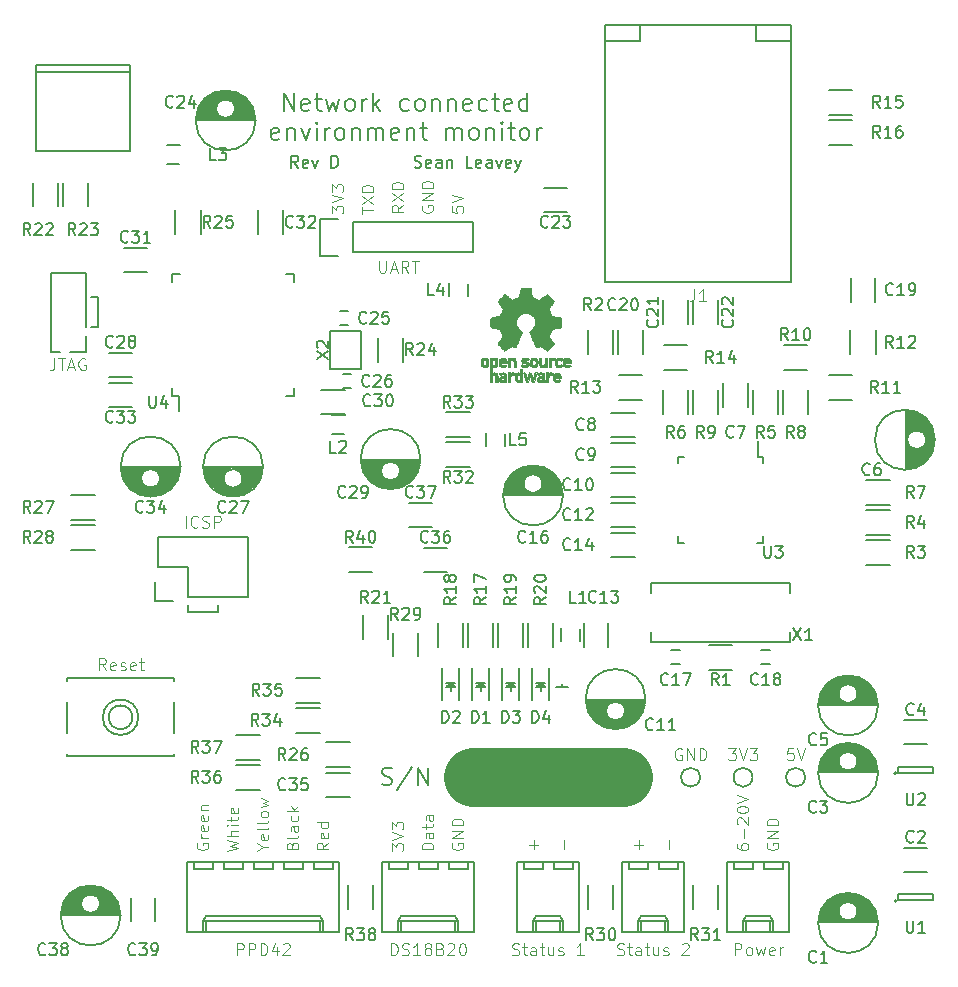
<source format=gbr>
G04 #@! TF.FileFunction,Legend,Top*
%FSLAX46Y46*%
G04 Gerber Fmt 4.6, Leading zero omitted, Abs format (unit mm)*
G04 Created by KiCad (PCBNEW 4.0.4+dfsg1-stable) date Wed Oct 11 10:07:52 2017*
%MOMM*%
%LPD*%
G01*
G04 APERTURE LIST*
%ADD10C,0.100000*%
%ADD11C,0.200000*%
%ADD12C,5.000000*%
%ADD13C,0.150000*%
%ADD14C,0.010000*%
%ADD15C,0.050000*%
G04 APERTURE END LIST*
D10*
X120046905Y-114117381D02*
X119713571Y-113641190D01*
X119475476Y-114117381D02*
X119475476Y-113117381D01*
X119856429Y-113117381D01*
X119951667Y-113165000D01*
X119999286Y-113212619D01*
X120046905Y-113307857D01*
X120046905Y-113450714D01*
X119999286Y-113545952D01*
X119951667Y-113593571D01*
X119856429Y-113641190D01*
X119475476Y-113641190D01*
X120856429Y-114069762D02*
X120761191Y-114117381D01*
X120570714Y-114117381D01*
X120475476Y-114069762D01*
X120427857Y-113974524D01*
X120427857Y-113593571D01*
X120475476Y-113498333D01*
X120570714Y-113450714D01*
X120761191Y-113450714D01*
X120856429Y-113498333D01*
X120904048Y-113593571D01*
X120904048Y-113688810D01*
X120427857Y-113784048D01*
X121285000Y-114069762D02*
X121380238Y-114117381D01*
X121570714Y-114117381D01*
X121665953Y-114069762D01*
X121713572Y-113974524D01*
X121713572Y-113926905D01*
X121665953Y-113831667D01*
X121570714Y-113784048D01*
X121427857Y-113784048D01*
X121332619Y-113736429D01*
X121285000Y-113641190D01*
X121285000Y-113593571D01*
X121332619Y-113498333D01*
X121427857Y-113450714D01*
X121570714Y-113450714D01*
X121665953Y-113498333D01*
X122523096Y-114069762D02*
X122427858Y-114117381D01*
X122237381Y-114117381D01*
X122142143Y-114069762D01*
X122094524Y-113974524D01*
X122094524Y-113593571D01*
X122142143Y-113498333D01*
X122237381Y-113450714D01*
X122427858Y-113450714D01*
X122523096Y-113498333D01*
X122570715Y-113593571D01*
X122570715Y-113688810D01*
X122094524Y-113784048D01*
X122856429Y-113450714D02*
X123237381Y-113450714D01*
X122999286Y-113117381D02*
X122999286Y-113974524D01*
X123046905Y-114069762D01*
X123142143Y-114117381D01*
X123237381Y-114117381D01*
X143184762Y-79462381D02*
X143184762Y-80271905D01*
X143232381Y-80367143D01*
X143280000Y-80414762D01*
X143375238Y-80462381D01*
X143565715Y-80462381D01*
X143660953Y-80414762D01*
X143708572Y-80367143D01*
X143756191Y-80271905D01*
X143756191Y-79462381D01*
X144184762Y-80176667D02*
X144660953Y-80176667D01*
X144089524Y-80462381D02*
X144422857Y-79462381D01*
X144756191Y-80462381D01*
X145660953Y-80462381D02*
X145327619Y-79986190D01*
X145089524Y-80462381D02*
X145089524Y-79462381D01*
X145470477Y-79462381D01*
X145565715Y-79510000D01*
X145613334Y-79557619D01*
X145660953Y-79652857D01*
X145660953Y-79795714D01*
X145613334Y-79890952D01*
X145565715Y-79938571D01*
X145470477Y-79986190D01*
X145089524Y-79986190D01*
X145946667Y-79462381D02*
X146518096Y-79462381D01*
X146232381Y-80462381D02*
X146232381Y-79462381D01*
D11*
X143415000Y-123797143D02*
X143629286Y-123868571D01*
X143986429Y-123868571D01*
X144129286Y-123797143D01*
X144200715Y-123725714D01*
X144272143Y-123582857D01*
X144272143Y-123440000D01*
X144200715Y-123297143D01*
X144129286Y-123225714D01*
X143986429Y-123154286D01*
X143700715Y-123082857D01*
X143557857Y-123011429D01*
X143486429Y-122940000D01*
X143415000Y-122797143D01*
X143415000Y-122654286D01*
X143486429Y-122511429D01*
X143557857Y-122440000D01*
X143700715Y-122368571D01*
X144057857Y-122368571D01*
X144272143Y-122440000D01*
X145986428Y-122297143D02*
X144700714Y-124225714D01*
X146486429Y-123868571D02*
X146486429Y-122368571D01*
X147343572Y-123868571D01*
X147343572Y-122368571D01*
D12*
X151130000Y-123190000D02*
X163830000Y-123190000D01*
D13*
X136319760Y-71572381D02*
X135986426Y-71096190D01*
X135748331Y-71572381D02*
X135748331Y-70572381D01*
X136129284Y-70572381D01*
X136224522Y-70620000D01*
X136272141Y-70667619D01*
X136319760Y-70762857D01*
X136319760Y-70905714D01*
X136272141Y-71000952D01*
X136224522Y-71048571D01*
X136129284Y-71096190D01*
X135748331Y-71096190D01*
X137129284Y-71524762D02*
X137034046Y-71572381D01*
X136843569Y-71572381D01*
X136748331Y-71524762D01*
X136700712Y-71429524D01*
X136700712Y-71048571D01*
X136748331Y-70953333D01*
X136843569Y-70905714D01*
X137034046Y-70905714D01*
X137129284Y-70953333D01*
X137176903Y-71048571D01*
X137176903Y-71143810D01*
X136700712Y-71239048D01*
X137510236Y-70905714D02*
X137748331Y-71572381D01*
X137986427Y-70905714D01*
X139129284Y-71572381D02*
X139129284Y-70572381D01*
X139367379Y-70572381D01*
X139510237Y-70620000D01*
X139605475Y-70715238D01*
X139653094Y-70810476D01*
X139700713Y-71000952D01*
X139700713Y-71143810D01*
X139653094Y-71334286D01*
X139605475Y-71429524D01*
X139510237Y-71524762D01*
X139367379Y-71572381D01*
X139129284Y-71572381D01*
X146176905Y-71524762D02*
X146319762Y-71572381D01*
X146557858Y-71572381D01*
X146653096Y-71524762D01*
X146700715Y-71477143D01*
X146748334Y-71381905D01*
X146748334Y-71286667D01*
X146700715Y-71191429D01*
X146653096Y-71143810D01*
X146557858Y-71096190D01*
X146367381Y-71048571D01*
X146272143Y-71000952D01*
X146224524Y-70953333D01*
X146176905Y-70858095D01*
X146176905Y-70762857D01*
X146224524Y-70667619D01*
X146272143Y-70620000D01*
X146367381Y-70572381D01*
X146605477Y-70572381D01*
X146748334Y-70620000D01*
X147557858Y-71524762D02*
X147462620Y-71572381D01*
X147272143Y-71572381D01*
X147176905Y-71524762D01*
X147129286Y-71429524D01*
X147129286Y-71048571D01*
X147176905Y-70953333D01*
X147272143Y-70905714D01*
X147462620Y-70905714D01*
X147557858Y-70953333D01*
X147605477Y-71048571D01*
X147605477Y-71143810D01*
X147129286Y-71239048D01*
X148462620Y-71572381D02*
X148462620Y-71048571D01*
X148415001Y-70953333D01*
X148319763Y-70905714D01*
X148129286Y-70905714D01*
X148034048Y-70953333D01*
X148462620Y-71524762D02*
X148367382Y-71572381D01*
X148129286Y-71572381D01*
X148034048Y-71524762D01*
X147986429Y-71429524D01*
X147986429Y-71334286D01*
X148034048Y-71239048D01*
X148129286Y-71191429D01*
X148367382Y-71191429D01*
X148462620Y-71143810D01*
X148938810Y-70905714D02*
X148938810Y-71572381D01*
X148938810Y-71000952D02*
X148986429Y-70953333D01*
X149081667Y-70905714D01*
X149224525Y-70905714D01*
X149319763Y-70953333D01*
X149367382Y-71048571D01*
X149367382Y-71572381D01*
X151081668Y-71572381D02*
X150605477Y-71572381D01*
X150605477Y-70572381D01*
X151795954Y-71524762D02*
X151700716Y-71572381D01*
X151510239Y-71572381D01*
X151415001Y-71524762D01*
X151367382Y-71429524D01*
X151367382Y-71048571D01*
X151415001Y-70953333D01*
X151510239Y-70905714D01*
X151700716Y-70905714D01*
X151795954Y-70953333D01*
X151843573Y-71048571D01*
X151843573Y-71143810D01*
X151367382Y-71239048D01*
X152700716Y-71572381D02*
X152700716Y-71048571D01*
X152653097Y-70953333D01*
X152557859Y-70905714D01*
X152367382Y-70905714D01*
X152272144Y-70953333D01*
X152700716Y-71524762D02*
X152605478Y-71572381D01*
X152367382Y-71572381D01*
X152272144Y-71524762D01*
X152224525Y-71429524D01*
X152224525Y-71334286D01*
X152272144Y-71239048D01*
X152367382Y-71191429D01*
X152605478Y-71191429D01*
X152700716Y-71143810D01*
X153081668Y-70905714D02*
X153319763Y-71572381D01*
X153557859Y-70905714D01*
X154319764Y-71524762D02*
X154224526Y-71572381D01*
X154034049Y-71572381D01*
X153938811Y-71524762D01*
X153891192Y-71429524D01*
X153891192Y-71048571D01*
X153938811Y-70953333D01*
X154034049Y-70905714D01*
X154224526Y-70905714D01*
X154319764Y-70953333D01*
X154367383Y-71048571D01*
X154367383Y-71143810D01*
X153891192Y-71239048D01*
X154700716Y-70905714D02*
X154938811Y-71572381D01*
X155176907Y-70905714D02*
X154938811Y-71572381D01*
X154843573Y-71810476D01*
X154795954Y-71858095D01*
X154700716Y-71905714D01*
D11*
X135093572Y-66763571D02*
X135093572Y-65263571D01*
X135950715Y-66763571D01*
X135950715Y-65263571D01*
X137236429Y-66692143D02*
X137093572Y-66763571D01*
X136807858Y-66763571D01*
X136665001Y-66692143D01*
X136593572Y-66549286D01*
X136593572Y-65977857D01*
X136665001Y-65835000D01*
X136807858Y-65763571D01*
X137093572Y-65763571D01*
X137236429Y-65835000D01*
X137307858Y-65977857D01*
X137307858Y-66120714D01*
X136593572Y-66263571D01*
X137736429Y-65763571D02*
X138307858Y-65763571D01*
X137950715Y-65263571D02*
X137950715Y-66549286D01*
X138022143Y-66692143D01*
X138165001Y-66763571D01*
X138307858Y-66763571D01*
X138665001Y-65763571D02*
X138950715Y-66763571D01*
X139236429Y-66049286D01*
X139522144Y-66763571D01*
X139807858Y-65763571D01*
X140593573Y-66763571D02*
X140450715Y-66692143D01*
X140379287Y-66620714D01*
X140307858Y-66477857D01*
X140307858Y-66049286D01*
X140379287Y-65906429D01*
X140450715Y-65835000D01*
X140593573Y-65763571D01*
X140807858Y-65763571D01*
X140950715Y-65835000D01*
X141022144Y-65906429D01*
X141093573Y-66049286D01*
X141093573Y-66477857D01*
X141022144Y-66620714D01*
X140950715Y-66692143D01*
X140807858Y-66763571D01*
X140593573Y-66763571D01*
X141736430Y-66763571D02*
X141736430Y-65763571D01*
X141736430Y-66049286D02*
X141807858Y-65906429D01*
X141879287Y-65835000D01*
X142022144Y-65763571D01*
X142165001Y-65763571D01*
X142665001Y-66763571D02*
X142665001Y-65263571D01*
X142807858Y-66192143D02*
X143236429Y-66763571D01*
X143236429Y-65763571D02*
X142665001Y-66335000D01*
X145665001Y-66692143D02*
X145522144Y-66763571D01*
X145236430Y-66763571D01*
X145093572Y-66692143D01*
X145022144Y-66620714D01*
X144950715Y-66477857D01*
X144950715Y-66049286D01*
X145022144Y-65906429D01*
X145093572Y-65835000D01*
X145236430Y-65763571D01*
X145522144Y-65763571D01*
X145665001Y-65835000D01*
X146522144Y-66763571D02*
X146379286Y-66692143D01*
X146307858Y-66620714D01*
X146236429Y-66477857D01*
X146236429Y-66049286D01*
X146307858Y-65906429D01*
X146379286Y-65835000D01*
X146522144Y-65763571D01*
X146736429Y-65763571D01*
X146879286Y-65835000D01*
X146950715Y-65906429D01*
X147022144Y-66049286D01*
X147022144Y-66477857D01*
X146950715Y-66620714D01*
X146879286Y-66692143D01*
X146736429Y-66763571D01*
X146522144Y-66763571D01*
X147665001Y-65763571D02*
X147665001Y-66763571D01*
X147665001Y-65906429D02*
X147736429Y-65835000D01*
X147879287Y-65763571D01*
X148093572Y-65763571D01*
X148236429Y-65835000D01*
X148307858Y-65977857D01*
X148307858Y-66763571D01*
X149022144Y-65763571D02*
X149022144Y-66763571D01*
X149022144Y-65906429D02*
X149093572Y-65835000D01*
X149236430Y-65763571D01*
X149450715Y-65763571D01*
X149593572Y-65835000D01*
X149665001Y-65977857D01*
X149665001Y-66763571D01*
X150950715Y-66692143D02*
X150807858Y-66763571D01*
X150522144Y-66763571D01*
X150379287Y-66692143D01*
X150307858Y-66549286D01*
X150307858Y-65977857D01*
X150379287Y-65835000D01*
X150522144Y-65763571D01*
X150807858Y-65763571D01*
X150950715Y-65835000D01*
X151022144Y-65977857D01*
X151022144Y-66120714D01*
X150307858Y-66263571D01*
X152307858Y-66692143D02*
X152165001Y-66763571D01*
X151879287Y-66763571D01*
X151736429Y-66692143D01*
X151665001Y-66620714D01*
X151593572Y-66477857D01*
X151593572Y-66049286D01*
X151665001Y-65906429D01*
X151736429Y-65835000D01*
X151879287Y-65763571D01*
X152165001Y-65763571D01*
X152307858Y-65835000D01*
X152736429Y-65763571D02*
X153307858Y-65763571D01*
X152950715Y-65263571D02*
X152950715Y-66549286D01*
X153022143Y-66692143D01*
X153165001Y-66763571D01*
X153307858Y-66763571D01*
X154379286Y-66692143D02*
X154236429Y-66763571D01*
X153950715Y-66763571D01*
X153807858Y-66692143D01*
X153736429Y-66549286D01*
X153736429Y-65977857D01*
X153807858Y-65835000D01*
X153950715Y-65763571D01*
X154236429Y-65763571D01*
X154379286Y-65835000D01*
X154450715Y-65977857D01*
X154450715Y-66120714D01*
X153736429Y-66263571D01*
X155736429Y-66763571D02*
X155736429Y-65263571D01*
X155736429Y-66692143D02*
X155593572Y-66763571D01*
X155307858Y-66763571D01*
X155165000Y-66692143D01*
X155093572Y-66620714D01*
X155022143Y-66477857D01*
X155022143Y-66049286D01*
X155093572Y-65906429D01*
X155165000Y-65835000D01*
X155307858Y-65763571D01*
X155593572Y-65763571D01*
X155736429Y-65835000D01*
X134665000Y-69142143D02*
X134522143Y-69213571D01*
X134236429Y-69213571D01*
X134093572Y-69142143D01*
X134022143Y-68999286D01*
X134022143Y-68427857D01*
X134093572Y-68285000D01*
X134236429Y-68213571D01*
X134522143Y-68213571D01*
X134665000Y-68285000D01*
X134736429Y-68427857D01*
X134736429Y-68570714D01*
X134022143Y-68713571D01*
X135379286Y-68213571D02*
X135379286Y-69213571D01*
X135379286Y-68356429D02*
X135450714Y-68285000D01*
X135593572Y-68213571D01*
X135807857Y-68213571D01*
X135950714Y-68285000D01*
X136022143Y-68427857D01*
X136022143Y-69213571D01*
X136593572Y-68213571D02*
X136950715Y-69213571D01*
X137307857Y-68213571D01*
X137879286Y-69213571D02*
X137879286Y-68213571D01*
X137879286Y-67713571D02*
X137807857Y-67785000D01*
X137879286Y-67856429D01*
X137950714Y-67785000D01*
X137879286Y-67713571D01*
X137879286Y-67856429D01*
X138593572Y-69213571D02*
X138593572Y-68213571D01*
X138593572Y-68499286D02*
X138665000Y-68356429D01*
X138736429Y-68285000D01*
X138879286Y-68213571D01*
X139022143Y-68213571D01*
X139736429Y-69213571D02*
X139593571Y-69142143D01*
X139522143Y-69070714D01*
X139450714Y-68927857D01*
X139450714Y-68499286D01*
X139522143Y-68356429D01*
X139593571Y-68285000D01*
X139736429Y-68213571D01*
X139950714Y-68213571D01*
X140093571Y-68285000D01*
X140165000Y-68356429D01*
X140236429Y-68499286D01*
X140236429Y-68927857D01*
X140165000Y-69070714D01*
X140093571Y-69142143D01*
X139950714Y-69213571D01*
X139736429Y-69213571D01*
X140879286Y-68213571D02*
X140879286Y-69213571D01*
X140879286Y-68356429D02*
X140950714Y-68285000D01*
X141093572Y-68213571D01*
X141307857Y-68213571D01*
X141450714Y-68285000D01*
X141522143Y-68427857D01*
X141522143Y-69213571D01*
X142236429Y-69213571D02*
X142236429Y-68213571D01*
X142236429Y-68356429D02*
X142307857Y-68285000D01*
X142450715Y-68213571D01*
X142665000Y-68213571D01*
X142807857Y-68285000D01*
X142879286Y-68427857D01*
X142879286Y-69213571D01*
X142879286Y-68427857D02*
X142950715Y-68285000D01*
X143093572Y-68213571D01*
X143307857Y-68213571D01*
X143450715Y-68285000D01*
X143522143Y-68427857D01*
X143522143Y-69213571D01*
X144807857Y-69142143D02*
X144665000Y-69213571D01*
X144379286Y-69213571D01*
X144236429Y-69142143D01*
X144165000Y-68999286D01*
X144165000Y-68427857D01*
X144236429Y-68285000D01*
X144379286Y-68213571D01*
X144665000Y-68213571D01*
X144807857Y-68285000D01*
X144879286Y-68427857D01*
X144879286Y-68570714D01*
X144165000Y-68713571D01*
X145522143Y-68213571D02*
X145522143Y-69213571D01*
X145522143Y-68356429D02*
X145593571Y-68285000D01*
X145736429Y-68213571D01*
X145950714Y-68213571D01*
X146093571Y-68285000D01*
X146165000Y-68427857D01*
X146165000Y-69213571D01*
X146665000Y-68213571D02*
X147236429Y-68213571D01*
X146879286Y-67713571D02*
X146879286Y-68999286D01*
X146950714Y-69142143D01*
X147093572Y-69213571D01*
X147236429Y-69213571D01*
X148879286Y-69213571D02*
X148879286Y-68213571D01*
X148879286Y-68356429D02*
X148950714Y-68285000D01*
X149093572Y-68213571D01*
X149307857Y-68213571D01*
X149450714Y-68285000D01*
X149522143Y-68427857D01*
X149522143Y-69213571D01*
X149522143Y-68427857D02*
X149593572Y-68285000D01*
X149736429Y-68213571D01*
X149950714Y-68213571D01*
X150093572Y-68285000D01*
X150165000Y-68427857D01*
X150165000Y-69213571D01*
X151093572Y-69213571D02*
X150950714Y-69142143D01*
X150879286Y-69070714D01*
X150807857Y-68927857D01*
X150807857Y-68499286D01*
X150879286Y-68356429D01*
X150950714Y-68285000D01*
X151093572Y-68213571D01*
X151307857Y-68213571D01*
X151450714Y-68285000D01*
X151522143Y-68356429D01*
X151593572Y-68499286D01*
X151593572Y-68927857D01*
X151522143Y-69070714D01*
X151450714Y-69142143D01*
X151307857Y-69213571D01*
X151093572Y-69213571D01*
X152236429Y-68213571D02*
X152236429Y-69213571D01*
X152236429Y-68356429D02*
X152307857Y-68285000D01*
X152450715Y-68213571D01*
X152665000Y-68213571D01*
X152807857Y-68285000D01*
X152879286Y-68427857D01*
X152879286Y-69213571D01*
X153593572Y-69213571D02*
X153593572Y-68213571D01*
X153593572Y-67713571D02*
X153522143Y-67785000D01*
X153593572Y-67856429D01*
X153665000Y-67785000D01*
X153593572Y-67713571D01*
X153593572Y-67856429D01*
X154093572Y-68213571D02*
X154665001Y-68213571D01*
X154307858Y-67713571D02*
X154307858Y-68999286D01*
X154379286Y-69142143D01*
X154522144Y-69213571D01*
X154665001Y-69213571D01*
X155379287Y-69213571D02*
X155236429Y-69142143D01*
X155165001Y-69070714D01*
X155093572Y-68927857D01*
X155093572Y-68499286D01*
X155165001Y-68356429D01*
X155236429Y-68285000D01*
X155379287Y-68213571D01*
X155593572Y-68213571D01*
X155736429Y-68285000D01*
X155807858Y-68356429D01*
X155879287Y-68499286D01*
X155879287Y-68927857D01*
X155807858Y-69070714D01*
X155736429Y-69142143D01*
X155593572Y-69213571D01*
X155379287Y-69213571D01*
X156522144Y-69213571D02*
X156522144Y-68213571D01*
X156522144Y-68499286D02*
X156593572Y-68356429D01*
X156665001Y-68285000D01*
X156807858Y-68213571D01*
X156950715Y-68213571D01*
D10*
X173283809Y-138247381D02*
X173283809Y-137247381D01*
X173664762Y-137247381D01*
X173760000Y-137295000D01*
X173807619Y-137342619D01*
X173855238Y-137437857D01*
X173855238Y-137580714D01*
X173807619Y-137675952D01*
X173760000Y-137723571D01*
X173664762Y-137771190D01*
X173283809Y-137771190D01*
X174426666Y-138247381D02*
X174331428Y-138199762D01*
X174283809Y-138152143D01*
X174236190Y-138056905D01*
X174236190Y-137771190D01*
X174283809Y-137675952D01*
X174331428Y-137628333D01*
X174426666Y-137580714D01*
X174569524Y-137580714D01*
X174664762Y-137628333D01*
X174712381Y-137675952D01*
X174760000Y-137771190D01*
X174760000Y-138056905D01*
X174712381Y-138152143D01*
X174664762Y-138199762D01*
X174569524Y-138247381D01*
X174426666Y-138247381D01*
X175093333Y-137580714D02*
X175283809Y-138247381D01*
X175474286Y-137771190D01*
X175664762Y-138247381D01*
X175855238Y-137580714D01*
X176617143Y-138199762D02*
X176521905Y-138247381D01*
X176331428Y-138247381D01*
X176236190Y-138199762D01*
X176188571Y-138104524D01*
X176188571Y-137723571D01*
X176236190Y-137628333D01*
X176331428Y-137580714D01*
X176521905Y-137580714D01*
X176617143Y-137628333D01*
X176664762Y-137723571D01*
X176664762Y-137818810D01*
X176188571Y-137914048D01*
X177093333Y-138247381D02*
X177093333Y-137580714D01*
X177093333Y-137771190D02*
X177140952Y-137675952D01*
X177188571Y-137628333D01*
X177283809Y-137580714D01*
X177379048Y-137580714D01*
X163346190Y-138199762D02*
X163489047Y-138247381D01*
X163727143Y-138247381D01*
X163822381Y-138199762D01*
X163870000Y-138152143D01*
X163917619Y-138056905D01*
X163917619Y-137961667D01*
X163870000Y-137866429D01*
X163822381Y-137818810D01*
X163727143Y-137771190D01*
X163536666Y-137723571D01*
X163441428Y-137675952D01*
X163393809Y-137628333D01*
X163346190Y-137533095D01*
X163346190Y-137437857D01*
X163393809Y-137342619D01*
X163441428Y-137295000D01*
X163536666Y-137247381D01*
X163774762Y-137247381D01*
X163917619Y-137295000D01*
X164203333Y-137580714D02*
X164584285Y-137580714D01*
X164346190Y-137247381D02*
X164346190Y-138104524D01*
X164393809Y-138199762D01*
X164489047Y-138247381D01*
X164584285Y-138247381D01*
X165346191Y-138247381D02*
X165346191Y-137723571D01*
X165298572Y-137628333D01*
X165203334Y-137580714D01*
X165012857Y-137580714D01*
X164917619Y-137628333D01*
X165346191Y-138199762D02*
X165250953Y-138247381D01*
X165012857Y-138247381D01*
X164917619Y-138199762D01*
X164870000Y-138104524D01*
X164870000Y-138009286D01*
X164917619Y-137914048D01*
X165012857Y-137866429D01*
X165250953Y-137866429D01*
X165346191Y-137818810D01*
X165679524Y-137580714D02*
X166060476Y-137580714D01*
X165822381Y-137247381D02*
X165822381Y-138104524D01*
X165870000Y-138199762D01*
X165965238Y-138247381D01*
X166060476Y-138247381D01*
X166822382Y-137580714D02*
X166822382Y-138247381D01*
X166393810Y-137580714D02*
X166393810Y-138104524D01*
X166441429Y-138199762D01*
X166536667Y-138247381D01*
X166679525Y-138247381D01*
X166774763Y-138199762D01*
X166822382Y-138152143D01*
X167250953Y-138199762D02*
X167346191Y-138247381D01*
X167536667Y-138247381D01*
X167631906Y-138199762D01*
X167679525Y-138104524D01*
X167679525Y-138056905D01*
X167631906Y-137961667D01*
X167536667Y-137914048D01*
X167393810Y-137914048D01*
X167298572Y-137866429D01*
X167250953Y-137771190D01*
X167250953Y-137723571D01*
X167298572Y-137628333D01*
X167393810Y-137580714D01*
X167536667Y-137580714D01*
X167631906Y-137628333D01*
X168822382Y-137342619D02*
X168870001Y-137295000D01*
X168965239Y-137247381D01*
X169203335Y-137247381D01*
X169298573Y-137295000D01*
X169346192Y-137342619D01*
X169393811Y-137437857D01*
X169393811Y-137533095D01*
X169346192Y-137675952D01*
X168774763Y-138247381D01*
X169393811Y-138247381D01*
X154456190Y-138199762D02*
X154599047Y-138247381D01*
X154837143Y-138247381D01*
X154932381Y-138199762D01*
X154980000Y-138152143D01*
X155027619Y-138056905D01*
X155027619Y-137961667D01*
X154980000Y-137866429D01*
X154932381Y-137818810D01*
X154837143Y-137771190D01*
X154646666Y-137723571D01*
X154551428Y-137675952D01*
X154503809Y-137628333D01*
X154456190Y-137533095D01*
X154456190Y-137437857D01*
X154503809Y-137342619D01*
X154551428Y-137295000D01*
X154646666Y-137247381D01*
X154884762Y-137247381D01*
X155027619Y-137295000D01*
X155313333Y-137580714D02*
X155694285Y-137580714D01*
X155456190Y-137247381D02*
X155456190Y-138104524D01*
X155503809Y-138199762D01*
X155599047Y-138247381D01*
X155694285Y-138247381D01*
X156456191Y-138247381D02*
X156456191Y-137723571D01*
X156408572Y-137628333D01*
X156313334Y-137580714D01*
X156122857Y-137580714D01*
X156027619Y-137628333D01*
X156456191Y-138199762D02*
X156360953Y-138247381D01*
X156122857Y-138247381D01*
X156027619Y-138199762D01*
X155980000Y-138104524D01*
X155980000Y-138009286D01*
X156027619Y-137914048D01*
X156122857Y-137866429D01*
X156360953Y-137866429D01*
X156456191Y-137818810D01*
X156789524Y-137580714D02*
X157170476Y-137580714D01*
X156932381Y-137247381D02*
X156932381Y-138104524D01*
X156980000Y-138199762D01*
X157075238Y-138247381D01*
X157170476Y-138247381D01*
X157932382Y-137580714D02*
X157932382Y-138247381D01*
X157503810Y-137580714D02*
X157503810Y-138104524D01*
X157551429Y-138199762D01*
X157646667Y-138247381D01*
X157789525Y-138247381D01*
X157884763Y-138199762D01*
X157932382Y-138152143D01*
X158360953Y-138199762D02*
X158456191Y-138247381D01*
X158646667Y-138247381D01*
X158741906Y-138199762D01*
X158789525Y-138104524D01*
X158789525Y-138056905D01*
X158741906Y-137961667D01*
X158646667Y-137914048D01*
X158503810Y-137914048D01*
X158408572Y-137866429D01*
X158360953Y-137771190D01*
X158360953Y-137723571D01*
X158408572Y-137628333D01*
X158503810Y-137580714D01*
X158646667Y-137580714D01*
X158741906Y-137628333D01*
X160503811Y-138247381D02*
X159932382Y-138247381D01*
X160218096Y-138247381D02*
X160218096Y-137247381D01*
X160122858Y-137390238D01*
X160027620Y-137485476D01*
X159932382Y-137533095D01*
X131135714Y-138247381D02*
X131135714Y-137247381D01*
X131516667Y-137247381D01*
X131611905Y-137295000D01*
X131659524Y-137342619D01*
X131707143Y-137437857D01*
X131707143Y-137580714D01*
X131659524Y-137675952D01*
X131611905Y-137723571D01*
X131516667Y-137771190D01*
X131135714Y-137771190D01*
X132135714Y-138247381D02*
X132135714Y-137247381D01*
X132516667Y-137247381D01*
X132611905Y-137295000D01*
X132659524Y-137342619D01*
X132707143Y-137437857D01*
X132707143Y-137580714D01*
X132659524Y-137675952D01*
X132611905Y-137723571D01*
X132516667Y-137771190D01*
X132135714Y-137771190D01*
X133135714Y-138247381D02*
X133135714Y-137247381D01*
X133373809Y-137247381D01*
X133516667Y-137295000D01*
X133611905Y-137390238D01*
X133659524Y-137485476D01*
X133707143Y-137675952D01*
X133707143Y-137818810D01*
X133659524Y-138009286D01*
X133611905Y-138104524D01*
X133516667Y-138199762D01*
X133373809Y-138247381D01*
X133135714Y-138247381D01*
X134564286Y-137580714D02*
X134564286Y-138247381D01*
X134326190Y-137199762D02*
X134088095Y-137914048D01*
X134707143Y-137914048D01*
X135040476Y-137342619D02*
X135088095Y-137295000D01*
X135183333Y-137247381D01*
X135421429Y-137247381D01*
X135516667Y-137295000D01*
X135564286Y-137342619D01*
X135611905Y-137437857D01*
X135611905Y-137533095D01*
X135564286Y-137675952D01*
X134992857Y-138247381D01*
X135611905Y-138247381D01*
X144177143Y-138247381D02*
X144177143Y-137247381D01*
X144415238Y-137247381D01*
X144558096Y-137295000D01*
X144653334Y-137390238D01*
X144700953Y-137485476D01*
X144748572Y-137675952D01*
X144748572Y-137818810D01*
X144700953Y-138009286D01*
X144653334Y-138104524D01*
X144558096Y-138199762D01*
X144415238Y-138247381D01*
X144177143Y-138247381D01*
X145129524Y-138199762D02*
X145272381Y-138247381D01*
X145510477Y-138247381D01*
X145605715Y-138199762D01*
X145653334Y-138152143D01*
X145700953Y-138056905D01*
X145700953Y-137961667D01*
X145653334Y-137866429D01*
X145605715Y-137818810D01*
X145510477Y-137771190D01*
X145320000Y-137723571D01*
X145224762Y-137675952D01*
X145177143Y-137628333D01*
X145129524Y-137533095D01*
X145129524Y-137437857D01*
X145177143Y-137342619D01*
X145224762Y-137295000D01*
X145320000Y-137247381D01*
X145558096Y-137247381D01*
X145700953Y-137295000D01*
X146653334Y-138247381D02*
X146081905Y-138247381D01*
X146367619Y-138247381D02*
X146367619Y-137247381D01*
X146272381Y-137390238D01*
X146177143Y-137485476D01*
X146081905Y-137533095D01*
X147224762Y-137675952D02*
X147129524Y-137628333D01*
X147081905Y-137580714D01*
X147034286Y-137485476D01*
X147034286Y-137437857D01*
X147081905Y-137342619D01*
X147129524Y-137295000D01*
X147224762Y-137247381D01*
X147415239Y-137247381D01*
X147510477Y-137295000D01*
X147558096Y-137342619D01*
X147605715Y-137437857D01*
X147605715Y-137485476D01*
X147558096Y-137580714D01*
X147510477Y-137628333D01*
X147415239Y-137675952D01*
X147224762Y-137675952D01*
X147129524Y-137723571D01*
X147081905Y-137771190D01*
X147034286Y-137866429D01*
X147034286Y-138056905D01*
X147081905Y-138152143D01*
X147129524Y-138199762D01*
X147224762Y-138247381D01*
X147415239Y-138247381D01*
X147510477Y-138199762D01*
X147558096Y-138152143D01*
X147605715Y-138056905D01*
X147605715Y-137866429D01*
X147558096Y-137771190D01*
X147510477Y-137723571D01*
X147415239Y-137675952D01*
X148367620Y-137723571D02*
X148510477Y-137771190D01*
X148558096Y-137818810D01*
X148605715Y-137914048D01*
X148605715Y-138056905D01*
X148558096Y-138152143D01*
X148510477Y-138199762D01*
X148415239Y-138247381D01*
X148034286Y-138247381D01*
X148034286Y-137247381D01*
X148367620Y-137247381D01*
X148462858Y-137295000D01*
X148510477Y-137342619D01*
X148558096Y-137437857D01*
X148558096Y-137533095D01*
X148510477Y-137628333D01*
X148462858Y-137675952D01*
X148367620Y-137723571D01*
X148034286Y-137723571D01*
X148986667Y-137342619D02*
X149034286Y-137295000D01*
X149129524Y-137247381D01*
X149367620Y-137247381D01*
X149462858Y-137295000D01*
X149510477Y-137342619D01*
X149558096Y-137437857D01*
X149558096Y-137533095D01*
X149510477Y-137675952D01*
X148939048Y-138247381D01*
X149558096Y-138247381D01*
X150177143Y-137247381D02*
X150272382Y-137247381D01*
X150367620Y-137295000D01*
X150415239Y-137342619D01*
X150462858Y-137437857D01*
X150510477Y-137628333D01*
X150510477Y-137866429D01*
X150462858Y-138056905D01*
X150415239Y-138152143D01*
X150367620Y-138199762D01*
X150272382Y-138247381D01*
X150177143Y-138247381D01*
X150081905Y-138199762D01*
X150034286Y-138152143D01*
X149986667Y-138056905D01*
X149939048Y-137866429D01*
X149939048Y-137628333D01*
X149986667Y-137437857D01*
X150034286Y-137342619D01*
X150081905Y-137295000D01*
X150177143Y-137247381D01*
X149312381Y-74850714D02*
X149312381Y-75326905D01*
X149788571Y-75374524D01*
X149740952Y-75326905D01*
X149693333Y-75231667D01*
X149693333Y-74993571D01*
X149740952Y-74898333D01*
X149788571Y-74850714D01*
X149883810Y-74803095D01*
X150121905Y-74803095D01*
X150217143Y-74850714D01*
X150264762Y-74898333D01*
X150312381Y-74993571D01*
X150312381Y-75231667D01*
X150264762Y-75326905D01*
X150217143Y-75374524D01*
X149312381Y-74517381D02*
X150312381Y-74184048D01*
X149312381Y-73850714D01*
X146820000Y-74803095D02*
X146772381Y-74898333D01*
X146772381Y-75041190D01*
X146820000Y-75184048D01*
X146915238Y-75279286D01*
X147010476Y-75326905D01*
X147200952Y-75374524D01*
X147343810Y-75374524D01*
X147534286Y-75326905D01*
X147629524Y-75279286D01*
X147724762Y-75184048D01*
X147772381Y-75041190D01*
X147772381Y-74945952D01*
X147724762Y-74803095D01*
X147677143Y-74755476D01*
X147343810Y-74755476D01*
X147343810Y-74945952D01*
X147772381Y-74326905D02*
X146772381Y-74326905D01*
X147772381Y-73755476D01*
X146772381Y-73755476D01*
X147772381Y-73279286D02*
X146772381Y-73279286D01*
X146772381Y-73041191D01*
X146820000Y-72898333D01*
X146915238Y-72803095D01*
X147010476Y-72755476D01*
X147200952Y-72707857D01*
X147343810Y-72707857D01*
X147534286Y-72755476D01*
X147629524Y-72803095D01*
X147724762Y-72898333D01*
X147772381Y-73041191D01*
X147772381Y-73279286D01*
X145232381Y-74755476D02*
X144756190Y-75088810D01*
X145232381Y-75326905D02*
X144232381Y-75326905D01*
X144232381Y-74945952D01*
X144280000Y-74850714D01*
X144327619Y-74803095D01*
X144422857Y-74755476D01*
X144565714Y-74755476D01*
X144660952Y-74803095D01*
X144708571Y-74850714D01*
X144756190Y-74945952D01*
X144756190Y-75326905D01*
X144232381Y-74422143D02*
X145232381Y-73755476D01*
X144232381Y-73755476D02*
X145232381Y-74422143D01*
X145232381Y-73374524D02*
X144232381Y-73374524D01*
X144232381Y-73136429D01*
X144280000Y-72993571D01*
X144375238Y-72898333D01*
X144470476Y-72850714D01*
X144660952Y-72803095D01*
X144803810Y-72803095D01*
X144994286Y-72850714D01*
X145089524Y-72898333D01*
X145184762Y-72993571D01*
X145232381Y-73136429D01*
X145232381Y-73374524D01*
X141692381Y-75469762D02*
X141692381Y-74898333D01*
X142692381Y-75184048D02*
X141692381Y-75184048D01*
X141692381Y-74660238D02*
X142692381Y-73993571D01*
X141692381Y-73993571D02*
X142692381Y-74660238D01*
X142692381Y-73612619D02*
X141692381Y-73612619D01*
X141692381Y-73374524D01*
X141740000Y-73231666D01*
X141835238Y-73136428D01*
X141930476Y-73088809D01*
X142120952Y-73041190D01*
X142263810Y-73041190D01*
X142454286Y-73088809D01*
X142549524Y-73136428D01*
X142644762Y-73231666D01*
X142692381Y-73374524D01*
X142692381Y-73612619D01*
X139152381Y-75422143D02*
X139152381Y-74803095D01*
X139533333Y-75136429D01*
X139533333Y-74993571D01*
X139580952Y-74898333D01*
X139628571Y-74850714D01*
X139723810Y-74803095D01*
X139961905Y-74803095D01*
X140057143Y-74850714D01*
X140104762Y-74898333D01*
X140152381Y-74993571D01*
X140152381Y-75279286D01*
X140104762Y-75374524D01*
X140057143Y-75422143D01*
X139152381Y-74517381D02*
X140152381Y-74184048D01*
X139152381Y-73850714D01*
X139152381Y-73612619D02*
X139152381Y-72993571D01*
X139533333Y-73326905D01*
X139533333Y-73184047D01*
X139580952Y-73088809D01*
X139628571Y-73041190D01*
X139723810Y-72993571D01*
X139961905Y-72993571D01*
X140057143Y-73041190D01*
X140104762Y-73088809D01*
X140152381Y-73184047D01*
X140152381Y-73469762D01*
X140104762Y-73565000D01*
X140057143Y-73612619D01*
D11*
X129540000Y-109220000D02*
X129540000Y-108585000D01*
X127000000Y-109220000D02*
X129540000Y-109220000D01*
X127000000Y-108585000D02*
X127000000Y-109220000D01*
X119380000Y-85090000D02*
X118745000Y-85090000D01*
X119380000Y-82550000D02*
X119380000Y-85090000D01*
X118745000Y-82550000D02*
X119380000Y-82550000D01*
D10*
X168783096Y-120785000D02*
X168687858Y-120737381D01*
X168545001Y-120737381D01*
X168402143Y-120785000D01*
X168306905Y-120880238D01*
X168259286Y-120975476D01*
X168211667Y-121165952D01*
X168211667Y-121308810D01*
X168259286Y-121499286D01*
X168306905Y-121594524D01*
X168402143Y-121689762D01*
X168545001Y-121737381D01*
X168640239Y-121737381D01*
X168783096Y-121689762D01*
X168830715Y-121642143D01*
X168830715Y-121308810D01*
X168640239Y-121308810D01*
X169259286Y-121737381D02*
X169259286Y-120737381D01*
X169830715Y-121737381D01*
X169830715Y-120737381D01*
X170306905Y-121737381D02*
X170306905Y-120737381D01*
X170545000Y-120737381D01*
X170687858Y-120785000D01*
X170783096Y-120880238D01*
X170830715Y-120975476D01*
X170878334Y-121165952D01*
X170878334Y-121308810D01*
X170830715Y-121499286D01*
X170783096Y-121594524D01*
X170687858Y-121689762D01*
X170545000Y-121737381D01*
X170306905Y-121737381D01*
X172751905Y-120737381D02*
X173370953Y-120737381D01*
X173037619Y-121118333D01*
X173180477Y-121118333D01*
X173275715Y-121165952D01*
X173323334Y-121213571D01*
X173370953Y-121308810D01*
X173370953Y-121546905D01*
X173323334Y-121642143D01*
X173275715Y-121689762D01*
X173180477Y-121737381D01*
X172894762Y-121737381D01*
X172799524Y-121689762D01*
X172751905Y-121642143D01*
X173656667Y-120737381D02*
X173990000Y-121737381D01*
X174323334Y-120737381D01*
X174561429Y-120737381D02*
X175180477Y-120737381D01*
X174847143Y-121118333D01*
X174990001Y-121118333D01*
X175085239Y-121165952D01*
X175132858Y-121213571D01*
X175180477Y-121308810D01*
X175180477Y-121546905D01*
X175132858Y-121642143D01*
X175085239Y-121689762D01*
X174990001Y-121737381D01*
X174704286Y-121737381D01*
X174609048Y-121689762D01*
X174561429Y-121642143D01*
X178244524Y-120737381D02*
X177768333Y-120737381D01*
X177720714Y-121213571D01*
X177768333Y-121165952D01*
X177863571Y-121118333D01*
X178101667Y-121118333D01*
X178196905Y-121165952D01*
X178244524Y-121213571D01*
X178292143Y-121308810D01*
X178292143Y-121546905D01*
X178244524Y-121642143D01*
X178196905Y-121689762D01*
X178101667Y-121737381D01*
X177863571Y-121737381D01*
X177768333Y-121689762D01*
X177720714Y-121642143D01*
X178577857Y-120737381D02*
X178911190Y-121737381D01*
X179244524Y-120737381D01*
D11*
X158623000Y-115570000D02*
X158623000Y-115316000D01*
X159131000Y-115570000D02*
X158115000Y-115570000D01*
D10*
X115673334Y-87717381D02*
X115673334Y-88431667D01*
X115625714Y-88574524D01*
X115530476Y-88669762D01*
X115387619Y-88717381D01*
X115292381Y-88717381D01*
X116006667Y-87717381D02*
X116578096Y-87717381D01*
X116292381Y-88717381D02*
X116292381Y-87717381D01*
X116863810Y-88431667D02*
X117340001Y-88431667D01*
X116768572Y-88717381D02*
X117101905Y-87717381D01*
X117435239Y-88717381D01*
X118292382Y-87765000D02*
X118197144Y-87717381D01*
X118054287Y-87717381D01*
X117911429Y-87765000D01*
X117816191Y-87860238D01*
X117768572Y-87955476D01*
X117720953Y-88145952D01*
X117720953Y-88288810D01*
X117768572Y-88479286D01*
X117816191Y-88574524D01*
X117911429Y-88669762D01*
X118054287Y-88717381D01*
X118149525Y-88717381D01*
X118292382Y-88669762D01*
X118340001Y-88622143D01*
X118340001Y-88288810D01*
X118149525Y-88288810D01*
X126793810Y-102052381D02*
X126793810Y-101052381D01*
X127841429Y-101957143D02*
X127793810Y-102004762D01*
X127650953Y-102052381D01*
X127555715Y-102052381D01*
X127412857Y-102004762D01*
X127317619Y-101909524D01*
X127270000Y-101814286D01*
X127222381Y-101623810D01*
X127222381Y-101480952D01*
X127270000Y-101290476D01*
X127317619Y-101195238D01*
X127412857Y-101100000D01*
X127555715Y-101052381D01*
X127650953Y-101052381D01*
X127793810Y-101100000D01*
X127841429Y-101147619D01*
X128222381Y-102004762D02*
X128365238Y-102052381D01*
X128603334Y-102052381D01*
X128698572Y-102004762D01*
X128746191Y-101957143D01*
X128793810Y-101861905D01*
X128793810Y-101766667D01*
X128746191Y-101671429D01*
X128698572Y-101623810D01*
X128603334Y-101576190D01*
X128412857Y-101528571D01*
X128317619Y-101480952D01*
X128270000Y-101433333D01*
X128222381Y-101338095D01*
X128222381Y-101242857D01*
X128270000Y-101147619D01*
X128317619Y-101100000D01*
X128412857Y-101052381D01*
X128650953Y-101052381D01*
X128793810Y-101100000D01*
X129222381Y-102052381D02*
X129222381Y-101052381D01*
X129603334Y-101052381D01*
X129698572Y-101100000D01*
X129746191Y-101147619D01*
X129793810Y-101242857D01*
X129793810Y-101385714D01*
X129746191Y-101480952D01*
X129698572Y-101528571D01*
X129603334Y-101576190D01*
X129222381Y-101576190D01*
X176030000Y-128778095D02*
X175982381Y-128873333D01*
X175982381Y-129016190D01*
X176030000Y-129159048D01*
X176125238Y-129254286D01*
X176220476Y-129301905D01*
X176410952Y-129349524D01*
X176553810Y-129349524D01*
X176744286Y-129301905D01*
X176839524Y-129254286D01*
X176934762Y-129159048D01*
X176982381Y-129016190D01*
X176982381Y-128920952D01*
X176934762Y-128778095D01*
X176887143Y-128730476D01*
X176553810Y-128730476D01*
X176553810Y-128920952D01*
X176982381Y-128301905D02*
X175982381Y-128301905D01*
X176982381Y-127730476D01*
X175982381Y-127730476D01*
X176982381Y-127254286D02*
X175982381Y-127254286D01*
X175982381Y-127016191D01*
X176030000Y-126873333D01*
X176125238Y-126778095D01*
X176220476Y-126730476D01*
X176410952Y-126682857D01*
X176553810Y-126682857D01*
X176744286Y-126730476D01*
X176839524Y-126778095D01*
X176934762Y-126873333D01*
X176982381Y-127016191D01*
X176982381Y-127254286D01*
X173442381Y-128873333D02*
X173442381Y-129063810D01*
X173490000Y-129159048D01*
X173537619Y-129206667D01*
X173680476Y-129301905D01*
X173870952Y-129349524D01*
X174251905Y-129349524D01*
X174347143Y-129301905D01*
X174394762Y-129254286D01*
X174442381Y-129159048D01*
X174442381Y-128968571D01*
X174394762Y-128873333D01*
X174347143Y-128825714D01*
X174251905Y-128778095D01*
X174013810Y-128778095D01*
X173918571Y-128825714D01*
X173870952Y-128873333D01*
X173823333Y-128968571D01*
X173823333Y-129159048D01*
X173870952Y-129254286D01*
X173918571Y-129301905D01*
X174013810Y-129349524D01*
X174061429Y-128349524D02*
X174061429Y-127587619D01*
X173537619Y-127159048D02*
X173490000Y-127111429D01*
X173442381Y-127016191D01*
X173442381Y-126778095D01*
X173490000Y-126682857D01*
X173537619Y-126635238D01*
X173632857Y-126587619D01*
X173728095Y-126587619D01*
X173870952Y-126635238D01*
X174442381Y-127206667D01*
X174442381Y-126587619D01*
X173442381Y-125968572D02*
X173442381Y-125873333D01*
X173490000Y-125778095D01*
X173537619Y-125730476D01*
X173632857Y-125682857D01*
X173823333Y-125635238D01*
X174061429Y-125635238D01*
X174251905Y-125682857D01*
X174347143Y-125730476D01*
X174394762Y-125778095D01*
X174442381Y-125873333D01*
X174442381Y-125968572D01*
X174394762Y-126063810D01*
X174347143Y-126111429D01*
X174251905Y-126159048D01*
X174061429Y-126206667D01*
X173823333Y-126206667D01*
X173632857Y-126159048D01*
X173537619Y-126111429D01*
X173490000Y-126063810D01*
X173442381Y-125968572D01*
X173442381Y-125349524D02*
X174442381Y-125016191D01*
X173442381Y-124682857D01*
X167711429Y-129301905D02*
X167711429Y-128540000D01*
X165171429Y-129301905D02*
X165171429Y-128540000D01*
X165552381Y-128920952D02*
X164790476Y-128920952D01*
X158821429Y-129301905D02*
X158821429Y-128540000D01*
X156281429Y-129301905D02*
X156281429Y-128540000D01*
X156662381Y-128920952D02*
X155900476Y-128920952D01*
X149360000Y-128778095D02*
X149312381Y-128873333D01*
X149312381Y-129016190D01*
X149360000Y-129159048D01*
X149455238Y-129254286D01*
X149550476Y-129301905D01*
X149740952Y-129349524D01*
X149883810Y-129349524D01*
X150074286Y-129301905D01*
X150169524Y-129254286D01*
X150264762Y-129159048D01*
X150312381Y-129016190D01*
X150312381Y-128920952D01*
X150264762Y-128778095D01*
X150217143Y-128730476D01*
X149883810Y-128730476D01*
X149883810Y-128920952D01*
X150312381Y-128301905D02*
X149312381Y-128301905D01*
X150312381Y-127730476D01*
X149312381Y-127730476D01*
X150312381Y-127254286D02*
X149312381Y-127254286D01*
X149312381Y-127016191D01*
X149360000Y-126873333D01*
X149455238Y-126778095D01*
X149550476Y-126730476D01*
X149740952Y-126682857D01*
X149883810Y-126682857D01*
X150074286Y-126730476D01*
X150169524Y-126778095D01*
X150264762Y-126873333D01*
X150312381Y-127016191D01*
X150312381Y-127254286D01*
X147772381Y-129301905D02*
X146772381Y-129301905D01*
X146772381Y-129063810D01*
X146820000Y-128920952D01*
X146915238Y-128825714D01*
X147010476Y-128778095D01*
X147200952Y-128730476D01*
X147343810Y-128730476D01*
X147534286Y-128778095D01*
X147629524Y-128825714D01*
X147724762Y-128920952D01*
X147772381Y-129063810D01*
X147772381Y-129301905D01*
X147772381Y-127873333D02*
X147248571Y-127873333D01*
X147153333Y-127920952D01*
X147105714Y-128016190D01*
X147105714Y-128206667D01*
X147153333Y-128301905D01*
X147724762Y-127873333D02*
X147772381Y-127968571D01*
X147772381Y-128206667D01*
X147724762Y-128301905D01*
X147629524Y-128349524D01*
X147534286Y-128349524D01*
X147439048Y-128301905D01*
X147391429Y-128206667D01*
X147391429Y-127968571D01*
X147343810Y-127873333D01*
X147105714Y-127540000D02*
X147105714Y-127159048D01*
X146772381Y-127397143D02*
X147629524Y-127397143D01*
X147724762Y-127349524D01*
X147772381Y-127254286D01*
X147772381Y-127159048D01*
X147772381Y-126397142D02*
X147248571Y-126397142D01*
X147153333Y-126444761D01*
X147105714Y-126539999D01*
X147105714Y-126730476D01*
X147153333Y-126825714D01*
X147724762Y-126397142D02*
X147772381Y-126492380D01*
X147772381Y-126730476D01*
X147724762Y-126825714D01*
X147629524Y-126873333D01*
X147534286Y-126873333D01*
X147439048Y-126825714D01*
X147391429Y-126730476D01*
X147391429Y-126492380D01*
X147343810Y-126397142D01*
X144232381Y-129397143D02*
X144232381Y-128778095D01*
X144613333Y-129111429D01*
X144613333Y-128968571D01*
X144660952Y-128873333D01*
X144708571Y-128825714D01*
X144803810Y-128778095D01*
X145041905Y-128778095D01*
X145137143Y-128825714D01*
X145184762Y-128873333D01*
X145232381Y-128968571D01*
X145232381Y-129254286D01*
X145184762Y-129349524D01*
X145137143Y-129397143D01*
X144232381Y-128492381D02*
X145232381Y-128159048D01*
X144232381Y-127825714D01*
X144232381Y-127587619D02*
X144232381Y-126968571D01*
X144613333Y-127301905D01*
X144613333Y-127159047D01*
X144660952Y-127063809D01*
X144708571Y-127016190D01*
X144803810Y-126968571D01*
X145041905Y-126968571D01*
X145137143Y-127016190D01*
X145184762Y-127063809D01*
X145232381Y-127159047D01*
X145232381Y-127444762D01*
X145184762Y-127540000D01*
X145137143Y-127587619D01*
X138882381Y-128730476D02*
X138406190Y-129063810D01*
X138882381Y-129301905D02*
X137882381Y-129301905D01*
X137882381Y-128920952D01*
X137930000Y-128825714D01*
X137977619Y-128778095D01*
X138072857Y-128730476D01*
X138215714Y-128730476D01*
X138310952Y-128778095D01*
X138358571Y-128825714D01*
X138406190Y-128920952D01*
X138406190Y-129301905D01*
X138834762Y-127920952D02*
X138882381Y-128016190D01*
X138882381Y-128206667D01*
X138834762Y-128301905D01*
X138739524Y-128349524D01*
X138358571Y-128349524D01*
X138263333Y-128301905D01*
X138215714Y-128206667D01*
X138215714Y-128016190D01*
X138263333Y-127920952D01*
X138358571Y-127873333D01*
X138453810Y-127873333D01*
X138549048Y-128349524D01*
X138882381Y-127016190D02*
X137882381Y-127016190D01*
X138834762Y-127016190D02*
X138882381Y-127111428D01*
X138882381Y-127301905D01*
X138834762Y-127397143D01*
X138787143Y-127444762D01*
X138691905Y-127492381D01*
X138406190Y-127492381D01*
X138310952Y-127444762D01*
X138263333Y-127397143D01*
X138215714Y-127301905D01*
X138215714Y-127111428D01*
X138263333Y-127016190D01*
X135818571Y-128968571D02*
X135866190Y-128825714D01*
X135913810Y-128778095D01*
X136009048Y-128730476D01*
X136151905Y-128730476D01*
X136247143Y-128778095D01*
X136294762Y-128825714D01*
X136342381Y-128920952D01*
X136342381Y-129301905D01*
X135342381Y-129301905D01*
X135342381Y-128968571D01*
X135390000Y-128873333D01*
X135437619Y-128825714D01*
X135532857Y-128778095D01*
X135628095Y-128778095D01*
X135723333Y-128825714D01*
X135770952Y-128873333D01*
X135818571Y-128968571D01*
X135818571Y-129301905D01*
X136342381Y-128159048D02*
X136294762Y-128254286D01*
X136199524Y-128301905D01*
X135342381Y-128301905D01*
X136342381Y-127349523D02*
X135818571Y-127349523D01*
X135723333Y-127397142D01*
X135675714Y-127492380D01*
X135675714Y-127682857D01*
X135723333Y-127778095D01*
X136294762Y-127349523D02*
X136342381Y-127444761D01*
X136342381Y-127682857D01*
X136294762Y-127778095D01*
X136199524Y-127825714D01*
X136104286Y-127825714D01*
X136009048Y-127778095D01*
X135961429Y-127682857D01*
X135961429Y-127444761D01*
X135913810Y-127349523D01*
X136294762Y-126444761D02*
X136342381Y-126539999D01*
X136342381Y-126730476D01*
X136294762Y-126825714D01*
X136247143Y-126873333D01*
X136151905Y-126920952D01*
X135866190Y-126920952D01*
X135770952Y-126873333D01*
X135723333Y-126825714D01*
X135675714Y-126730476D01*
X135675714Y-126539999D01*
X135723333Y-126444761D01*
X136342381Y-126016190D02*
X135342381Y-126016190D01*
X135961429Y-125920952D02*
X136342381Y-125635237D01*
X135675714Y-125635237D02*
X136056667Y-126016190D01*
X133326190Y-129111429D02*
X133802381Y-129111429D01*
X132802381Y-129444762D02*
X133326190Y-129111429D01*
X132802381Y-128778095D01*
X133754762Y-128063809D02*
X133802381Y-128159047D01*
X133802381Y-128349524D01*
X133754762Y-128444762D01*
X133659524Y-128492381D01*
X133278571Y-128492381D01*
X133183333Y-128444762D01*
X133135714Y-128349524D01*
X133135714Y-128159047D01*
X133183333Y-128063809D01*
X133278571Y-128016190D01*
X133373810Y-128016190D01*
X133469048Y-128492381D01*
X133802381Y-127444762D02*
X133754762Y-127540000D01*
X133659524Y-127587619D01*
X132802381Y-127587619D01*
X133802381Y-126920952D02*
X133754762Y-127016190D01*
X133659524Y-127063809D01*
X132802381Y-127063809D01*
X133802381Y-126397142D02*
X133754762Y-126492380D01*
X133707143Y-126539999D01*
X133611905Y-126587618D01*
X133326190Y-126587618D01*
X133230952Y-126539999D01*
X133183333Y-126492380D01*
X133135714Y-126397142D01*
X133135714Y-126254284D01*
X133183333Y-126159046D01*
X133230952Y-126111427D01*
X133326190Y-126063808D01*
X133611905Y-126063808D01*
X133707143Y-126111427D01*
X133754762Y-126159046D01*
X133802381Y-126254284D01*
X133802381Y-126397142D01*
X133135714Y-125730475D02*
X133802381Y-125539999D01*
X133326190Y-125349522D01*
X133802381Y-125159046D01*
X133135714Y-124968570D01*
X130262381Y-129397143D02*
X131262381Y-129159048D01*
X130548095Y-128968571D01*
X131262381Y-128778095D01*
X130262381Y-128540000D01*
X131262381Y-128159048D02*
X130262381Y-128159048D01*
X131262381Y-127730476D02*
X130738571Y-127730476D01*
X130643333Y-127778095D01*
X130595714Y-127873333D01*
X130595714Y-128016191D01*
X130643333Y-128111429D01*
X130690952Y-128159048D01*
X131262381Y-127254286D02*
X130595714Y-127254286D01*
X130262381Y-127254286D02*
X130310000Y-127301905D01*
X130357619Y-127254286D01*
X130310000Y-127206667D01*
X130262381Y-127254286D01*
X130357619Y-127254286D01*
X130595714Y-126920953D02*
X130595714Y-126540001D01*
X130262381Y-126778096D02*
X131119524Y-126778096D01*
X131214762Y-126730477D01*
X131262381Y-126635239D01*
X131262381Y-126540001D01*
X131214762Y-125825714D02*
X131262381Y-125920952D01*
X131262381Y-126111429D01*
X131214762Y-126206667D01*
X131119524Y-126254286D01*
X130738571Y-126254286D01*
X130643333Y-126206667D01*
X130595714Y-126111429D01*
X130595714Y-125920952D01*
X130643333Y-125825714D01*
X130738571Y-125778095D01*
X130833810Y-125778095D01*
X130929048Y-126254286D01*
X127770000Y-128778095D02*
X127722381Y-128873333D01*
X127722381Y-129016190D01*
X127770000Y-129159048D01*
X127865238Y-129254286D01*
X127960476Y-129301905D01*
X128150952Y-129349524D01*
X128293810Y-129349524D01*
X128484286Y-129301905D01*
X128579524Y-129254286D01*
X128674762Y-129159048D01*
X128722381Y-129016190D01*
X128722381Y-128920952D01*
X128674762Y-128778095D01*
X128627143Y-128730476D01*
X128293810Y-128730476D01*
X128293810Y-128920952D01*
X128722381Y-128301905D02*
X128055714Y-128301905D01*
X128246190Y-128301905D02*
X128150952Y-128254286D01*
X128103333Y-128206667D01*
X128055714Y-128111429D01*
X128055714Y-128016190D01*
X128674762Y-127301904D02*
X128722381Y-127397142D01*
X128722381Y-127587619D01*
X128674762Y-127682857D01*
X128579524Y-127730476D01*
X128198571Y-127730476D01*
X128103333Y-127682857D01*
X128055714Y-127587619D01*
X128055714Y-127397142D01*
X128103333Y-127301904D01*
X128198571Y-127254285D01*
X128293810Y-127254285D01*
X128389048Y-127730476D01*
X128674762Y-126444761D02*
X128722381Y-126539999D01*
X128722381Y-126730476D01*
X128674762Y-126825714D01*
X128579524Y-126873333D01*
X128198571Y-126873333D01*
X128103333Y-126825714D01*
X128055714Y-126730476D01*
X128055714Y-126539999D01*
X128103333Y-126444761D01*
X128198571Y-126397142D01*
X128293810Y-126397142D01*
X128389048Y-126873333D01*
X128055714Y-125968571D02*
X128722381Y-125968571D01*
X128150952Y-125968571D02*
X128103333Y-125920952D01*
X128055714Y-125825714D01*
X128055714Y-125682856D01*
X128103333Y-125587618D01*
X128198571Y-125539999D01*
X128722381Y-125539999D01*
D13*
X175710000Y-96070000D02*
X175260000Y-96070000D01*
X175710000Y-103320000D02*
X175185000Y-103320000D01*
X168460000Y-103320000D02*
X168985000Y-103320000D01*
X168460000Y-96070000D02*
X168985000Y-96070000D01*
X175710000Y-96070000D02*
X175710000Y-96595000D01*
X168460000Y-96070000D02*
X168460000Y-96595000D01*
X168460000Y-103320000D02*
X168460000Y-102795000D01*
X175710000Y-103320000D02*
X175710000Y-102795000D01*
X175260000Y-96070000D02*
X175260000Y-94695000D01*
X175055000Y-60833000D02*
X175055000Y-59468000D01*
X178055000Y-60833000D02*
X175055000Y-60833000D01*
X162305000Y-60833000D02*
X165305000Y-60833000D01*
X165305000Y-60833000D02*
X165305000Y-59468000D01*
X178055000Y-81248000D02*
X178055000Y-59468000D01*
X162305000Y-81248000D02*
X162305000Y-59468000D01*
X162305000Y-59468000D02*
X178055000Y-59468000D01*
X162305000Y-81248000D02*
X178055000Y-81248000D01*
X164830000Y-102480000D02*
X162830000Y-102480000D01*
X162830000Y-104530000D02*
X164830000Y-104530000D01*
X160185100Y-111676180D02*
X160185100Y-110624620D01*
X158584900Y-110573820D02*
X158584900Y-111625380D01*
X180381000Y-135450000D02*
X185379000Y-135450000D01*
X180389000Y-135310000D02*
X182726000Y-135310000D01*
X183034000Y-135310000D02*
X185371000Y-135310000D01*
X180405000Y-135170000D02*
X182407000Y-135170000D01*
X183353000Y-135170000D02*
X185355000Y-135170000D01*
X180429000Y-135030000D02*
X182260000Y-135030000D01*
X183500000Y-135030000D02*
X185331000Y-135030000D01*
X180462000Y-134890000D02*
X182168000Y-134890000D01*
X183592000Y-134890000D02*
X185298000Y-134890000D01*
X180503000Y-134750000D02*
X182112000Y-134750000D01*
X183648000Y-134750000D02*
X185257000Y-134750000D01*
X180553000Y-134610000D02*
X182085000Y-134610000D01*
X183675000Y-134610000D02*
X185207000Y-134610000D01*
X180614000Y-134470000D02*
X182082000Y-134470000D01*
X183678000Y-134470000D02*
X185146000Y-134470000D01*
X180684000Y-134330000D02*
X182104000Y-134330000D01*
X183656000Y-134330000D02*
X185076000Y-134330000D01*
X180766000Y-134190000D02*
X182154000Y-134190000D01*
X183606000Y-134190000D02*
X184994000Y-134190000D01*
X180861000Y-134050000D02*
X182236000Y-134050000D01*
X183524000Y-134050000D02*
X184899000Y-134050000D01*
X180972000Y-133910000D02*
X182368000Y-133910000D01*
X183392000Y-133910000D02*
X184788000Y-133910000D01*
X181100000Y-133770000D02*
X182615000Y-133770000D01*
X183145000Y-133770000D02*
X184660000Y-133770000D01*
X181249000Y-133630000D02*
X184511000Y-133630000D01*
X181428000Y-133490000D02*
X184332000Y-133490000D01*
X181647000Y-133350000D02*
X184113000Y-133350000D01*
X181936000Y-133210000D02*
X183824000Y-133210000D01*
X182408000Y-133070000D02*
X183352000Y-133070000D01*
X183680000Y-134525000D02*
G75*
G03X183680000Y-134525000I-800000J0D01*
G01*
X185417500Y-135525000D02*
G75*
G03X185417500Y-135525000I-2537500J0D01*
G01*
X187595000Y-131200000D02*
X189595000Y-131200000D01*
X189595000Y-129150000D02*
X187595000Y-129150000D01*
X180381000Y-122750000D02*
X185379000Y-122750000D01*
X180389000Y-122610000D02*
X182726000Y-122610000D01*
X183034000Y-122610000D02*
X185371000Y-122610000D01*
X180405000Y-122470000D02*
X182407000Y-122470000D01*
X183353000Y-122470000D02*
X185355000Y-122470000D01*
X180429000Y-122330000D02*
X182260000Y-122330000D01*
X183500000Y-122330000D02*
X185331000Y-122330000D01*
X180462000Y-122190000D02*
X182168000Y-122190000D01*
X183592000Y-122190000D02*
X185298000Y-122190000D01*
X180503000Y-122050000D02*
X182112000Y-122050000D01*
X183648000Y-122050000D02*
X185257000Y-122050000D01*
X180553000Y-121910000D02*
X182085000Y-121910000D01*
X183675000Y-121910000D02*
X185207000Y-121910000D01*
X180614000Y-121770000D02*
X182082000Y-121770000D01*
X183678000Y-121770000D02*
X185146000Y-121770000D01*
X180684000Y-121630000D02*
X182104000Y-121630000D01*
X183656000Y-121630000D02*
X185076000Y-121630000D01*
X180766000Y-121490000D02*
X182154000Y-121490000D01*
X183606000Y-121490000D02*
X184994000Y-121490000D01*
X180861000Y-121350000D02*
X182236000Y-121350000D01*
X183524000Y-121350000D02*
X184899000Y-121350000D01*
X180972000Y-121210000D02*
X182368000Y-121210000D01*
X183392000Y-121210000D02*
X184788000Y-121210000D01*
X181100000Y-121070000D02*
X182615000Y-121070000D01*
X183145000Y-121070000D02*
X184660000Y-121070000D01*
X181249000Y-120930000D02*
X184511000Y-120930000D01*
X181428000Y-120790000D02*
X184332000Y-120790000D01*
X181647000Y-120650000D02*
X184113000Y-120650000D01*
X181936000Y-120510000D02*
X183824000Y-120510000D01*
X182408000Y-120370000D02*
X183352000Y-120370000D01*
X183680000Y-121825000D02*
G75*
G03X183680000Y-121825000I-800000J0D01*
G01*
X185417500Y-122825000D02*
G75*
G03X185417500Y-122825000I-2537500J0D01*
G01*
X187595000Y-120405000D02*
X189595000Y-120405000D01*
X189595000Y-118355000D02*
X187595000Y-118355000D01*
X180381000Y-117035000D02*
X185379000Y-117035000D01*
X180389000Y-116895000D02*
X182726000Y-116895000D01*
X183034000Y-116895000D02*
X185371000Y-116895000D01*
X180405000Y-116755000D02*
X182407000Y-116755000D01*
X183353000Y-116755000D02*
X185355000Y-116755000D01*
X180429000Y-116615000D02*
X182260000Y-116615000D01*
X183500000Y-116615000D02*
X185331000Y-116615000D01*
X180462000Y-116475000D02*
X182168000Y-116475000D01*
X183592000Y-116475000D02*
X185298000Y-116475000D01*
X180503000Y-116335000D02*
X182112000Y-116335000D01*
X183648000Y-116335000D02*
X185257000Y-116335000D01*
X180553000Y-116195000D02*
X182085000Y-116195000D01*
X183675000Y-116195000D02*
X185207000Y-116195000D01*
X180614000Y-116055000D02*
X182082000Y-116055000D01*
X183678000Y-116055000D02*
X185146000Y-116055000D01*
X180684000Y-115915000D02*
X182104000Y-115915000D01*
X183656000Y-115915000D02*
X185076000Y-115915000D01*
X180766000Y-115775000D02*
X182154000Y-115775000D01*
X183606000Y-115775000D02*
X184994000Y-115775000D01*
X180861000Y-115635000D02*
X182236000Y-115635000D01*
X183524000Y-115635000D02*
X184899000Y-115635000D01*
X180972000Y-115495000D02*
X182368000Y-115495000D01*
X183392000Y-115495000D02*
X184788000Y-115495000D01*
X181100000Y-115355000D02*
X182615000Y-115355000D01*
X183145000Y-115355000D02*
X184660000Y-115355000D01*
X181249000Y-115215000D02*
X184511000Y-115215000D01*
X181428000Y-115075000D02*
X184332000Y-115075000D01*
X181647000Y-114935000D02*
X184113000Y-114935000D01*
X181936000Y-114795000D02*
X183824000Y-114795000D01*
X182408000Y-114655000D02*
X183352000Y-114655000D01*
X183680000Y-116110000D02*
G75*
G03X183680000Y-116110000I-800000J0D01*
G01*
X185417500Y-117110000D02*
G75*
G03X185417500Y-117110000I-2537500J0D01*
G01*
X187765000Y-92116000D02*
X187765000Y-97114000D01*
X187905000Y-92124000D02*
X187905000Y-94461000D01*
X187905000Y-94769000D02*
X187905000Y-97106000D01*
X188045000Y-92140000D02*
X188045000Y-94142000D01*
X188045000Y-95088000D02*
X188045000Y-97090000D01*
X188185000Y-92164000D02*
X188185000Y-93995000D01*
X188185000Y-95235000D02*
X188185000Y-97066000D01*
X188325000Y-92197000D02*
X188325000Y-93903000D01*
X188325000Y-95327000D02*
X188325000Y-97033000D01*
X188465000Y-92238000D02*
X188465000Y-93847000D01*
X188465000Y-95383000D02*
X188465000Y-96992000D01*
X188605000Y-92288000D02*
X188605000Y-93820000D01*
X188605000Y-95410000D02*
X188605000Y-96942000D01*
X188745000Y-92349000D02*
X188745000Y-93817000D01*
X188745000Y-95413000D02*
X188745000Y-96881000D01*
X188885000Y-92419000D02*
X188885000Y-93839000D01*
X188885000Y-95391000D02*
X188885000Y-96811000D01*
X189025000Y-92501000D02*
X189025000Y-93889000D01*
X189025000Y-95341000D02*
X189025000Y-96729000D01*
X189165000Y-92596000D02*
X189165000Y-93971000D01*
X189165000Y-95259000D02*
X189165000Y-96634000D01*
X189305000Y-92707000D02*
X189305000Y-94103000D01*
X189305000Y-95127000D02*
X189305000Y-96523000D01*
X189445000Y-92835000D02*
X189445000Y-94350000D01*
X189445000Y-94880000D02*
X189445000Y-96395000D01*
X189585000Y-92984000D02*
X189585000Y-96246000D01*
X189725000Y-93163000D02*
X189725000Y-96067000D01*
X189865000Y-93382000D02*
X189865000Y-95848000D01*
X190005000Y-93671000D02*
X190005000Y-95559000D01*
X190145000Y-94143000D02*
X190145000Y-95087000D01*
X189490000Y-94615000D02*
G75*
G03X189490000Y-94615000I-800000J0D01*
G01*
X190227500Y-94615000D02*
G75*
G03X190227500Y-94615000I-2537500J0D01*
G01*
X172330000Y-89805000D02*
X172330000Y-91805000D01*
X174380000Y-91805000D02*
X174380000Y-89805000D01*
X162830000Y-94370000D02*
X164830000Y-94370000D01*
X164830000Y-92320000D02*
X162830000Y-92320000D01*
X162830000Y-96910000D02*
X164830000Y-96910000D01*
X164830000Y-94860000D02*
X162830000Y-94860000D01*
X162830000Y-99450000D02*
X164830000Y-99450000D01*
X164830000Y-97400000D02*
X162830000Y-97400000D01*
X165694000Y-116645000D02*
X160696000Y-116645000D01*
X165686000Y-116785000D02*
X163349000Y-116785000D01*
X163041000Y-116785000D02*
X160704000Y-116785000D01*
X165670000Y-116925000D02*
X163668000Y-116925000D01*
X162722000Y-116925000D02*
X160720000Y-116925000D01*
X165646000Y-117065000D02*
X163815000Y-117065000D01*
X162575000Y-117065000D02*
X160744000Y-117065000D01*
X165613000Y-117205000D02*
X163907000Y-117205000D01*
X162483000Y-117205000D02*
X160777000Y-117205000D01*
X165572000Y-117345000D02*
X163963000Y-117345000D01*
X162427000Y-117345000D02*
X160818000Y-117345000D01*
X165522000Y-117485000D02*
X163990000Y-117485000D01*
X162400000Y-117485000D02*
X160868000Y-117485000D01*
X165461000Y-117625000D02*
X163993000Y-117625000D01*
X162397000Y-117625000D02*
X160929000Y-117625000D01*
X165391000Y-117765000D02*
X163971000Y-117765000D01*
X162419000Y-117765000D02*
X160999000Y-117765000D01*
X165309000Y-117905000D02*
X163921000Y-117905000D01*
X162469000Y-117905000D02*
X161081000Y-117905000D01*
X165214000Y-118045000D02*
X163839000Y-118045000D01*
X162551000Y-118045000D02*
X161176000Y-118045000D01*
X165103000Y-118185000D02*
X163707000Y-118185000D01*
X162683000Y-118185000D02*
X161287000Y-118185000D01*
X164975000Y-118325000D02*
X163460000Y-118325000D01*
X162930000Y-118325000D02*
X161415000Y-118325000D01*
X164826000Y-118465000D02*
X161564000Y-118465000D01*
X164647000Y-118605000D02*
X161743000Y-118605000D01*
X164428000Y-118745000D02*
X161962000Y-118745000D01*
X164139000Y-118885000D02*
X162251000Y-118885000D01*
X163667000Y-119025000D02*
X162723000Y-119025000D01*
X163995000Y-117570000D02*
G75*
G03X163995000Y-117570000I-800000J0D01*
G01*
X165732500Y-116570000D02*
G75*
G03X165732500Y-116570000I-2537500J0D01*
G01*
X162830000Y-101990000D02*
X164830000Y-101990000D01*
X164830000Y-99940000D02*
X162830000Y-99940000D01*
X160519000Y-110125000D02*
X160519000Y-112125000D01*
X162569000Y-112125000D02*
X162569000Y-110125000D01*
X153711000Y-99255000D02*
X158709000Y-99255000D01*
X153719000Y-99115000D02*
X156056000Y-99115000D01*
X156364000Y-99115000D02*
X158701000Y-99115000D01*
X153735000Y-98975000D02*
X155737000Y-98975000D01*
X156683000Y-98975000D02*
X158685000Y-98975000D01*
X153759000Y-98835000D02*
X155590000Y-98835000D01*
X156830000Y-98835000D02*
X158661000Y-98835000D01*
X153792000Y-98695000D02*
X155498000Y-98695000D01*
X156922000Y-98695000D02*
X158628000Y-98695000D01*
X153833000Y-98555000D02*
X155442000Y-98555000D01*
X156978000Y-98555000D02*
X158587000Y-98555000D01*
X153883000Y-98415000D02*
X155415000Y-98415000D01*
X157005000Y-98415000D02*
X158537000Y-98415000D01*
X153944000Y-98275000D02*
X155412000Y-98275000D01*
X157008000Y-98275000D02*
X158476000Y-98275000D01*
X154014000Y-98135000D02*
X155434000Y-98135000D01*
X156986000Y-98135000D02*
X158406000Y-98135000D01*
X154096000Y-97995000D02*
X155484000Y-97995000D01*
X156936000Y-97995000D02*
X158324000Y-97995000D01*
X154191000Y-97855000D02*
X155566000Y-97855000D01*
X156854000Y-97855000D02*
X158229000Y-97855000D01*
X154302000Y-97715000D02*
X155698000Y-97715000D01*
X156722000Y-97715000D02*
X158118000Y-97715000D01*
X154430000Y-97575000D02*
X155945000Y-97575000D01*
X156475000Y-97575000D02*
X157990000Y-97575000D01*
X154579000Y-97435000D02*
X157841000Y-97435000D01*
X154758000Y-97295000D02*
X157662000Y-97295000D01*
X154977000Y-97155000D02*
X157443000Y-97155000D01*
X155266000Y-97015000D02*
X157154000Y-97015000D01*
X155738000Y-96875000D02*
X156682000Y-96875000D01*
X157010000Y-98330000D02*
G75*
G03X157010000Y-98330000I-800000J0D01*
G01*
X158747500Y-99330000D02*
G75*
G03X158747500Y-99330000I-2537500J0D01*
G01*
X167925000Y-112430000D02*
X168625000Y-112430000D01*
X168625000Y-113630000D02*
X167925000Y-113630000D01*
X176245000Y-113630000D02*
X175545000Y-113630000D01*
X175545000Y-112430000D02*
X176245000Y-112430000D01*
X183125000Y-80915000D02*
X183125000Y-82915000D01*
X185175000Y-82915000D02*
X185175000Y-80915000D01*
X163440000Y-85360000D02*
X163440000Y-87360000D01*
X165490000Y-87360000D02*
X165490000Y-85360000D01*
X169300000Y-84820000D02*
X169300000Y-82820000D01*
X167250000Y-82820000D02*
X167250000Y-84820000D01*
X171840000Y-84820000D02*
X171840000Y-82820000D01*
X169790000Y-82820000D02*
X169790000Y-84820000D01*
X159115000Y-73270000D02*
X157115000Y-73270000D01*
X157115000Y-75320000D02*
X159115000Y-75320000D01*
X127676000Y-67505000D02*
X132674000Y-67505000D01*
X127684000Y-67365000D02*
X130021000Y-67365000D01*
X130329000Y-67365000D02*
X132666000Y-67365000D01*
X127700000Y-67225000D02*
X129702000Y-67225000D01*
X130648000Y-67225000D02*
X132650000Y-67225000D01*
X127724000Y-67085000D02*
X129555000Y-67085000D01*
X130795000Y-67085000D02*
X132626000Y-67085000D01*
X127757000Y-66945000D02*
X129463000Y-66945000D01*
X130887000Y-66945000D02*
X132593000Y-66945000D01*
X127798000Y-66805000D02*
X129407000Y-66805000D01*
X130943000Y-66805000D02*
X132552000Y-66805000D01*
X127848000Y-66665000D02*
X129380000Y-66665000D01*
X130970000Y-66665000D02*
X132502000Y-66665000D01*
X127909000Y-66525000D02*
X129377000Y-66525000D01*
X130973000Y-66525000D02*
X132441000Y-66525000D01*
X127979000Y-66385000D02*
X129399000Y-66385000D01*
X130951000Y-66385000D02*
X132371000Y-66385000D01*
X128061000Y-66245000D02*
X129449000Y-66245000D01*
X130901000Y-66245000D02*
X132289000Y-66245000D01*
X128156000Y-66105000D02*
X129531000Y-66105000D01*
X130819000Y-66105000D02*
X132194000Y-66105000D01*
X128267000Y-65965000D02*
X129663000Y-65965000D01*
X130687000Y-65965000D02*
X132083000Y-65965000D01*
X128395000Y-65825000D02*
X129910000Y-65825000D01*
X130440000Y-65825000D02*
X131955000Y-65825000D01*
X128544000Y-65685000D02*
X131806000Y-65685000D01*
X128723000Y-65545000D02*
X131627000Y-65545000D01*
X128942000Y-65405000D02*
X131408000Y-65405000D01*
X129231000Y-65265000D02*
X131119000Y-65265000D01*
X129703000Y-65125000D02*
X130647000Y-65125000D01*
X130975000Y-66580000D02*
G75*
G03X130975000Y-66580000I-800000J0D01*
G01*
X132712500Y-67580000D02*
G75*
G03X132712500Y-67580000I-2537500J0D01*
G01*
X140558000Y-84928000D02*
X139858000Y-84928000D01*
X139858000Y-83728000D02*
X140558000Y-83728000D01*
X140112000Y-89062000D02*
X140812000Y-89062000D01*
X140812000Y-90262000D02*
X140112000Y-90262000D01*
X133309000Y-96960000D02*
X128311000Y-96960000D01*
X133301000Y-97100000D02*
X130964000Y-97100000D01*
X130656000Y-97100000D02*
X128319000Y-97100000D01*
X133285000Y-97240000D02*
X131283000Y-97240000D01*
X130337000Y-97240000D02*
X128335000Y-97240000D01*
X133261000Y-97380000D02*
X131430000Y-97380000D01*
X130190000Y-97380000D02*
X128359000Y-97380000D01*
X133228000Y-97520000D02*
X131522000Y-97520000D01*
X130098000Y-97520000D02*
X128392000Y-97520000D01*
X133187000Y-97660000D02*
X131578000Y-97660000D01*
X130042000Y-97660000D02*
X128433000Y-97660000D01*
X133137000Y-97800000D02*
X131605000Y-97800000D01*
X130015000Y-97800000D02*
X128483000Y-97800000D01*
X133076000Y-97940000D02*
X131608000Y-97940000D01*
X130012000Y-97940000D02*
X128544000Y-97940000D01*
X133006000Y-98080000D02*
X131586000Y-98080000D01*
X130034000Y-98080000D02*
X128614000Y-98080000D01*
X132924000Y-98220000D02*
X131536000Y-98220000D01*
X130084000Y-98220000D02*
X128696000Y-98220000D01*
X132829000Y-98360000D02*
X131454000Y-98360000D01*
X130166000Y-98360000D02*
X128791000Y-98360000D01*
X132718000Y-98500000D02*
X131322000Y-98500000D01*
X130298000Y-98500000D02*
X128902000Y-98500000D01*
X132590000Y-98640000D02*
X131075000Y-98640000D01*
X130545000Y-98640000D02*
X129030000Y-98640000D01*
X132441000Y-98780000D02*
X129179000Y-98780000D01*
X132262000Y-98920000D02*
X129358000Y-98920000D01*
X132043000Y-99060000D02*
X129577000Y-99060000D01*
X131754000Y-99200000D02*
X129866000Y-99200000D01*
X131282000Y-99340000D02*
X130338000Y-99340000D01*
X131610000Y-97885000D02*
G75*
G03X131610000Y-97885000I-800000J0D01*
G01*
X133347500Y-96885000D02*
G75*
G03X133347500Y-96885000I-2537500J0D01*
G01*
X120285000Y-89290000D02*
X122285000Y-89290000D01*
X122285000Y-87240000D02*
X120285000Y-87240000D01*
X146644000Y-96325000D02*
X141646000Y-96325000D01*
X146636000Y-96465000D02*
X144299000Y-96465000D01*
X143991000Y-96465000D02*
X141654000Y-96465000D01*
X146620000Y-96605000D02*
X144618000Y-96605000D01*
X143672000Y-96605000D02*
X141670000Y-96605000D01*
X146596000Y-96745000D02*
X144765000Y-96745000D01*
X143525000Y-96745000D02*
X141694000Y-96745000D01*
X146563000Y-96885000D02*
X144857000Y-96885000D01*
X143433000Y-96885000D02*
X141727000Y-96885000D01*
X146522000Y-97025000D02*
X144913000Y-97025000D01*
X143377000Y-97025000D02*
X141768000Y-97025000D01*
X146472000Y-97165000D02*
X144940000Y-97165000D01*
X143350000Y-97165000D02*
X141818000Y-97165000D01*
X146411000Y-97305000D02*
X144943000Y-97305000D01*
X143347000Y-97305000D02*
X141879000Y-97305000D01*
X146341000Y-97445000D02*
X144921000Y-97445000D01*
X143369000Y-97445000D02*
X141949000Y-97445000D01*
X146259000Y-97585000D02*
X144871000Y-97585000D01*
X143419000Y-97585000D02*
X142031000Y-97585000D01*
X146164000Y-97725000D02*
X144789000Y-97725000D01*
X143501000Y-97725000D02*
X142126000Y-97725000D01*
X146053000Y-97865000D02*
X144657000Y-97865000D01*
X143633000Y-97865000D02*
X142237000Y-97865000D01*
X145925000Y-98005000D02*
X144410000Y-98005000D01*
X143880000Y-98005000D02*
X142365000Y-98005000D01*
X145776000Y-98145000D02*
X142514000Y-98145000D01*
X145597000Y-98285000D02*
X142693000Y-98285000D01*
X145378000Y-98425000D02*
X142912000Y-98425000D01*
X145089000Y-98565000D02*
X143201000Y-98565000D01*
X144617000Y-98705000D02*
X143673000Y-98705000D01*
X144945000Y-97250000D02*
G75*
G03X144945000Y-97250000I-800000J0D01*
G01*
X146682500Y-96250000D02*
G75*
G03X146682500Y-96250000I-2537500J0D01*
G01*
X138295000Y-92465000D02*
X140295000Y-92465000D01*
X140295000Y-90415000D02*
X138295000Y-90415000D01*
X123555000Y-78350000D02*
X121555000Y-78350000D01*
X121555000Y-80400000D02*
X123555000Y-80400000D01*
X135010000Y-77200000D02*
X135010000Y-75200000D01*
X132960000Y-75200000D02*
X132960000Y-77200000D01*
X122285000Y-89780000D02*
X120285000Y-89780000D01*
X120285000Y-91830000D02*
X122285000Y-91830000D01*
X126324000Y-96960000D02*
X121326000Y-96960000D01*
X126316000Y-97100000D02*
X123979000Y-97100000D01*
X123671000Y-97100000D02*
X121334000Y-97100000D01*
X126300000Y-97240000D02*
X124298000Y-97240000D01*
X123352000Y-97240000D02*
X121350000Y-97240000D01*
X126276000Y-97380000D02*
X124445000Y-97380000D01*
X123205000Y-97380000D02*
X121374000Y-97380000D01*
X126243000Y-97520000D02*
X124537000Y-97520000D01*
X123113000Y-97520000D02*
X121407000Y-97520000D01*
X126202000Y-97660000D02*
X124593000Y-97660000D01*
X123057000Y-97660000D02*
X121448000Y-97660000D01*
X126152000Y-97800000D02*
X124620000Y-97800000D01*
X123030000Y-97800000D02*
X121498000Y-97800000D01*
X126091000Y-97940000D02*
X124623000Y-97940000D01*
X123027000Y-97940000D02*
X121559000Y-97940000D01*
X126021000Y-98080000D02*
X124601000Y-98080000D01*
X123049000Y-98080000D02*
X121629000Y-98080000D01*
X125939000Y-98220000D02*
X124551000Y-98220000D01*
X123099000Y-98220000D02*
X121711000Y-98220000D01*
X125844000Y-98360000D02*
X124469000Y-98360000D01*
X123181000Y-98360000D02*
X121806000Y-98360000D01*
X125733000Y-98500000D02*
X124337000Y-98500000D01*
X123313000Y-98500000D02*
X121917000Y-98500000D01*
X125605000Y-98640000D02*
X124090000Y-98640000D01*
X123560000Y-98640000D02*
X122045000Y-98640000D01*
X125456000Y-98780000D02*
X122194000Y-98780000D01*
X125277000Y-98920000D02*
X122373000Y-98920000D01*
X125058000Y-99060000D02*
X122592000Y-99060000D01*
X124769000Y-99200000D02*
X122881000Y-99200000D01*
X124297000Y-99340000D02*
X123353000Y-99340000D01*
X124625000Y-97885000D02*
G75*
G03X124625000Y-97885000I-800000J0D01*
G01*
X126362500Y-96885000D02*
G75*
G03X126362500Y-96885000I-2537500J0D01*
G01*
X140700000Y-122800000D02*
X138700000Y-122800000D01*
X138700000Y-124850000D02*
X140700000Y-124850000D01*
X146955000Y-105800000D02*
X148955000Y-105800000D01*
X148955000Y-103750000D02*
X146955000Y-103750000D01*
X145685000Y-101990000D02*
X147685000Y-101990000D01*
X147685000Y-99940000D02*
X145685000Y-99940000D01*
X116246000Y-134815000D02*
X121244000Y-134815000D01*
X116254000Y-134675000D02*
X118591000Y-134675000D01*
X118899000Y-134675000D02*
X121236000Y-134675000D01*
X116270000Y-134535000D02*
X118272000Y-134535000D01*
X119218000Y-134535000D02*
X121220000Y-134535000D01*
X116294000Y-134395000D02*
X118125000Y-134395000D01*
X119365000Y-134395000D02*
X121196000Y-134395000D01*
X116327000Y-134255000D02*
X118033000Y-134255000D01*
X119457000Y-134255000D02*
X121163000Y-134255000D01*
X116368000Y-134115000D02*
X117977000Y-134115000D01*
X119513000Y-134115000D02*
X121122000Y-134115000D01*
X116418000Y-133975000D02*
X117950000Y-133975000D01*
X119540000Y-133975000D02*
X121072000Y-133975000D01*
X116479000Y-133835000D02*
X117947000Y-133835000D01*
X119543000Y-133835000D02*
X121011000Y-133835000D01*
X116549000Y-133695000D02*
X117969000Y-133695000D01*
X119521000Y-133695000D02*
X120941000Y-133695000D01*
X116631000Y-133555000D02*
X118019000Y-133555000D01*
X119471000Y-133555000D02*
X120859000Y-133555000D01*
X116726000Y-133415000D02*
X118101000Y-133415000D01*
X119389000Y-133415000D02*
X120764000Y-133415000D01*
X116837000Y-133275000D02*
X118233000Y-133275000D01*
X119257000Y-133275000D02*
X120653000Y-133275000D01*
X116965000Y-133135000D02*
X118480000Y-133135000D01*
X119010000Y-133135000D02*
X120525000Y-133135000D01*
X117114000Y-132995000D02*
X120376000Y-132995000D01*
X117293000Y-132855000D02*
X120197000Y-132855000D01*
X117512000Y-132715000D02*
X119978000Y-132715000D01*
X117801000Y-132575000D02*
X119689000Y-132575000D01*
X118273000Y-132435000D02*
X119217000Y-132435000D01*
X119545000Y-133890000D02*
G75*
G03X119545000Y-133890000I-800000J0D01*
G01*
X121282500Y-134890000D02*
G75*
G03X121282500Y-134890000I-2537500J0D01*
G01*
X124215000Y-135390000D02*
X124215000Y-133390000D01*
X122165000Y-133390000D02*
X122165000Y-135390000D01*
X151015000Y-113970000D02*
X151015000Y-116670000D01*
X152515000Y-113970000D02*
X152515000Y-116670000D01*
X151615000Y-115470000D02*
X151865000Y-115470000D01*
X151865000Y-115470000D02*
X151715000Y-115320000D01*
X152115000Y-115220000D02*
X151415000Y-115220000D01*
X151765000Y-115570000D02*
X151765000Y-115920000D01*
X151765000Y-115220000D02*
X152115000Y-115570000D01*
X152115000Y-115570000D02*
X151415000Y-115570000D01*
X151415000Y-115570000D02*
X151765000Y-115220000D01*
X148475000Y-113970000D02*
X148475000Y-116670000D01*
X149975000Y-113970000D02*
X149975000Y-116670000D01*
X149075000Y-115470000D02*
X149325000Y-115470000D01*
X149325000Y-115470000D02*
X149175000Y-115320000D01*
X149575000Y-115220000D02*
X148875000Y-115220000D01*
X149225000Y-115570000D02*
X149225000Y-115920000D01*
X149225000Y-115220000D02*
X149575000Y-115570000D01*
X149575000Y-115570000D02*
X148875000Y-115570000D01*
X148875000Y-115570000D02*
X149225000Y-115220000D01*
X153555000Y-113970000D02*
X153555000Y-116670000D01*
X155055000Y-113970000D02*
X155055000Y-116670000D01*
X154155000Y-115470000D02*
X154405000Y-115470000D01*
X154405000Y-115470000D02*
X154255000Y-115320000D01*
X154655000Y-115220000D02*
X153955000Y-115220000D01*
X154305000Y-115570000D02*
X154305000Y-115920000D01*
X154305000Y-115220000D02*
X154655000Y-115570000D01*
X154655000Y-115570000D02*
X153955000Y-115570000D01*
X153955000Y-115570000D02*
X154305000Y-115220000D01*
X156095000Y-113970000D02*
X156095000Y-116670000D01*
X157595000Y-113970000D02*
X157595000Y-116670000D01*
X156695000Y-115470000D02*
X156945000Y-115470000D01*
X156945000Y-115470000D02*
X156795000Y-115320000D01*
X157195000Y-115220000D02*
X156495000Y-115220000D01*
X156845000Y-115570000D02*
X156845000Y-115920000D01*
X156845000Y-115220000D02*
X157195000Y-115570000D01*
X157195000Y-115570000D02*
X156495000Y-115570000D01*
X156495000Y-115570000D02*
X156845000Y-115220000D01*
X140251180Y-92544900D02*
X139199620Y-92544900D01*
X139148820Y-94145100D02*
X140200380Y-94145100D01*
X126281180Y-69684900D02*
X125229620Y-69684900D01*
X125178820Y-71285100D02*
X126230380Y-71285100D01*
X149059900Y-81363820D02*
X149059900Y-82415380D01*
X150660100Y-82466180D02*
X150660100Y-81414620D01*
X152234900Y-94063820D02*
X152234900Y-95115380D01*
X153835100Y-95166180D02*
X153835100Y-94114620D01*
X172620000Y-130330000D02*
X172620000Y-136330000D01*
X172620000Y-136330000D02*
X177900000Y-136330000D01*
X177900000Y-136330000D02*
X177900000Y-130330000D01*
X177900000Y-130330000D02*
X172620000Y-130330000D01*
X173990000Y-136330000D02*
X173990000Y-135330000D01*
X173990000Y-135330000D02*
X176530000Y-135330000D01*
X176530000Y-135330000D02*
X176530000Y-136330000D01*
X173990000Y-135330000D02*
X174240000Y-134900000D01*
X174240000Y-134900000D02*
X176280000Y-134900000D01*
X176280000Y-134900000D02*
X176530000Y-135330000D01*
X174240000Y-136330000D02*
X174240000Y-135330000D01*
X176280000Y-136330000D02*
X176280000Y-135330000D01*
X173190000Y-130330000D02*
X173190000Y-130950000D01*
X173190000Y-130950000D02*
X174790000Y-130950000D01*
X174790000Y-130950000D02*
X174790000Y-130330000D01*
X175730000Y-130330000D02*
X175730000Y-130950000D01*
X175730000Y-130950000D02*
X177330000Y-130950000D01*
X177330000Y-130950000D02*
X177330000Y-130330000D01*
X122110000Y-62861000D02*
X114110000Y-62861000D01*
X122110000Y-70181000D02*
X114110000Y-70181000D01*
X114110000Y-70181000D02*
X114110000Y-62861000D01*
X114110000Y-63481000D02*
X122110000Y-63481000D01*
X122110000Y-62861000D02*
X122110000Y-70181000D01*
X127000000Y-107950000D02*
X132080000Y-107950000D01*
X124180000Y-108230000D02*
X124180000Y-106680000D01*
X124460000Y-105410000D02*
X127000000Y-105410000D01*
X127000000Y-105410000D02*
X127000000Y-107950000D01*
X132080000Y-107950000D02*
X132080000Y-102870000D01*
X132080000Y-102870000D02*
X127000000Y-102870000D01*
X124180000Y-108230000D02*
X125730000Y-108230000D01*
X124460000Y-102870000D02*
X124460000Y-105410000D01*
X127000000Y-102870000D02*
X124460000Y-102870000D01*
X154840000Y-130330000D02*
X154840000Y-136330000D01*
X154840000Y-136330000D02*
X160120000Y-136330000D01*
X160120000Y-136330000D02*
X160120000Y-130330000D01*
X160120000Y-130330000D02*
X154840000Y-130330000D01*
X156210000Y-136330000D02*
X156210000Y-135330000D01*
X156210000Y-135330000D02*
X158750000Y-135330000D01*
X158750000Y-135330000D02*
X158750000Y-136330000D01*
X156210000Y-135330000D02*
X156460000Y-134900000D01*
X156460000Y-134900000D02*
X158500000Y-134900000D01*
X158500000Y-134900000D02*
X158750000Y-135330000D01*
X156460000Y-136330000D02*
X156460000Y-135330000D01*
X158500000Y-136330000D02*
X158500000Y-135330000D01*
X155410000Y-130330000D02*
X155410000Y-130950000D01*
X155410000Y-130950000D02*
X157010000Y-130950000D01*
X157010000Y-130950000D02*
X157010000Y-130330000D01*
X157950000Y-130330000D02*
X157950000Y-130950000D01*
X157950000Y-130950000D02*
X159550000Y-130950000D01*
X159550000Y-130950000D02*
X159550000Y-130330000D01*
X163730000Y-130330000D02*
X163730000Y-136330000D01*
X163730000Y-136330000D02*
X169010000Y-136330000D01*
X169010000Y-136330000D02*
X169010000Y-130330000D01*
X169010000Y-130330000D02*
X163730000Y-130330000D01*
X165100000Y-136330000D02*
X165100000Y-135330000D01*
X165100000Y-135330000D02*
X167640000Y-135330000D01*
X167640000Y-135330000D02*
X167640000Y-136330000D01*
X165100000Y-135330000D02*
X165350000Y-134900000D01*
X165350000Y-134900000D02*
X167390000Y-134900000D01*
X167390000Y-134900000D02*
X167640000Y-135330000D01*
X165350000Y-136330000D02*
X165350000Y-135330000D01*
X167390000Y-136330000D02*
X167390000Y-135330000D01*
X164300000Y-130330000D02*
X164300000Y-130950000D01*
X164300000Y-130950000D02*
X165900000Y-130950000D01*
X165900000Y-130950000D02*
X165900000Y-130330000D01*
X166840000Y-130330000D02*
X166840000Y-130950000D01*
X166840000Y-130950000D02*
X168440000Y-130950000D01*
X168440000Y-130950000D02*
X168440000Y-130330000D01*
X139700000Y-79020000D02*
X138150000Y-79020000D01*
X138150000Y-79020000D02*
X138150000Y-75920000D01*
X138150000Y-75920000D02*
X139700000Y-75920000D01*
X140970000Y-76200000D02*
X151130000Y-76200000D01*
X151130000Y-76200000D02*
X151130000Y-78740000D01*
X151130000Y-78740000D02*
X140970000Y-78740000D01*
X140970000Y-76200000D02*
X140970000Y-78740000D01*
X115375000Y-87160000D02*
X116175000Y-87160000D01*
X115375000Y-80510000D02*
X115375000Y-87160000D01*
X115375000Y-80510000D02*
X118325000Y-80510000D01*
X118325000Y-80510000D02*
X118325000Y-85060000D01*
X116975000Y-87160000D02*
X118325000Y-87160000D01*
X118325000Y-87160000D02*
X118325000Y-85860000D01*
X143410000Y-130330000D02*
X143410000Y-136330000D01*
X143410000Y-136330000D02*
X151230000Y-136330000D01*
X151230000Y-136330000D02*
X151230000Y-130330000D01*
X151230000Y-130330000D02*
X143410000Y-130330000D01*
X144780000Y-136330000D02*
X144780000Y-135330000D01*
X144780000Y-135330000D02*
X149860000Y-135330000D01*
X149860000Y-135330000D02*
X149860000Y-136330000D01*
X144780000Y-135330000D02*
X145030000Y-134900000D01*
X145030000Y-134900000D02*
X149610000Y-134900000D01*
X149610000Y-134900000D02*
X149860000Y-135330000D01*
X145030000Y-136330000D02*
X145030000Y-135330000D01*
X149610000Y-136330000D02*
X149610000Y-135330000D01*
X143980000Y-130330000D02*
X143980000Y-130950000D01*
X143980000Y-130950000D02*
X145580000Y-130950000D01*
X145580000Y-130950000D02*
X145580000Y-130330000D01*
X146520000Y-130330000D02*
X146520000Y-130950000D01*
X146520000Y-130950000D02*
X148120000Y-130950000D01*
X148120000Y-130950000D02*
X148120000Y-130330000D01*
X149060000Y-130330000D02*
X149060000Y-130950000D01*
X149060000Y-130950000D02*
X150660000Y-130950000D01*
X150660000Y-130950000D02*
X150660000Y-130330000D01*
X126900000Y-130330000D02*
X126900000Y-136330000D01*
X126900000Y-136330000D02*
X139800000Y-136330000D01*
X139800000Y-136330000D02*
X139800000Y-130330000D01*
X139800000Y-130330000D02*
X126900000Y-130330000D01*
X128270000Y-136330000D02*
X128270000Y-135330000D01*
X128270000Y-135330000D02*
X138430000Y-135330000D01*
X138430000Y-135330000D02*
X138430000Y-136330000D01*
X128270000Y-135330000D02*
X128520000Y-134900000D01*
X128520000Y-134900000D02*
X138180000Y-134900000D01*
X138180000Y-134900000D02*
X138430000Y-135330000D01*
X128520000Y-136330000D02*
X128520000Y-135330000D01*
X138180000Y-136330000D02*
X138180000Y-135330000D01*
X127470000Y-130330000D02*
X127470000Y-130950000D01*
X127470000Y-130950000D02*
X129070000Y-130950000D01*
X129070000Y-130950000D02*
X129070000Y-130330000D01*
X130010000Y-130330000D02*
X130010000Y-130950000D01*
X130010000Y-130950000D02*
X131610000Y-130950000D01*
X131610000Y-130950000D02*
X131610000Y-130330000D01*
X132550000Y-130330000D02*
X132550000Y-130950000D01*
X132550000Y-130950000D02*
X134150000Y-130950000D01*
X134150000Y-130950000D02*
X134150000Y-130330000D01*
X135090000Y-130330000D02*
X135090000Y-130950000D01*
X135090000Y-130950000D02*
X136690000Y-130950000D01*
X136690000Y-130950000D02*
X136690000Y-130330000D01*
X137630000Y-130330000D02*
X137630000Y-130950000D01*
X137630000Y-130950000D02*
X139230000Y-130950000D01*
X139230000Y-130950000D02*
X139230000Y-130330000D01*
X173085000Y-114105000D02*
X171085000Y-114105000D01*
X171085000Y-111955000D02*
X173085000Y-111955000D01*
X160850000Y-87360000D02*
X160850000Y-85360000D01*
X163000000Y-85360000D02*
X163000000Y-87360000D01*
X184420000Y-103065000D02*
X186420000Y-103065000D01*
X186420000Y-105215000D02*
X184420000Y-105215000D01*
X184420000Y-100525000D02*
X186420000Y-100525000D01*
X186420000Y-102675000D02*
X184420000Y-102675000D01*
X174820000Y-92440000D02*
X174820000Y-90440000D01*
X176970000Y-90440000D02*
X176970000Y-92440000D01*
X167200000Y-92440000D02*
X167200000Y-90440000D01*
X169350000Y-90440000D02*
X169350000Y-92440000D01*
X184420000Y-97985000D02*
X186420000Y-97985000D01*
X186420000Y-100135000D02*
X184420000Y-100135000D01*
X177360000Y-92440000D02*
X177360000Y-90440000D01*
X179510000Y-90440000D02*
X179510000Y-92440000D01*
X169740000Y-92440000D02*
X169740000Y-90440000D01*
X171890000Y-90440000D02*
X171890000Y-92440000D01*
X179435000Y-88705000D02*
X177435000Y-88705000D01*
X177435000Y-86555000D02*
X179435000Y-86555000D01*
X183245000Y-91245000D02*
X181245000Y-91245000D01*
X181245000Y-89095000D02*
X183245000Y-89095000D01*
X183075000Y-87360000D02*
X183075000Y-85360000D01*
X185225000Y-85360000D02*
X185225000Y-87360000D01*
X165465000Y-91245000D02*
X163465000Y-91245000D01*
X163465000Y-89095000D02*
X165465000Y-89095000D01*
X169275000Y-88705000D02*
X167275000Y-88705000D01*
X167275000Y-86555000D02*
X169275000Y-86555000D01*
X183245000Y-67115000D02*
X181245000Y-67115000D01*
X181245000Y-64965000D02*
X183245000Y-64965000D01*
X183245000Y-69655000D02*
X181245000Y-69655000D01*
X181245000Y-67505000D02*
X183245000Y-67505000D01*
X152840000Y-110125000D02*
X152840000Y-112125000D01*
X150690000Y-112125000D02*
X150690000Y-110125000D01*
X150300000Y-110125000D02*
X150300000Y-112125000D01*
X148150000Y-112125000D02*
X148150000Y-110125000D01*
X155380000Y-110125000D02*
X155380000Y-112125000D01*
X153230000Y-112125000D02*
X153230000Y-110125000D01*
X157920000Y-110125000D02*
X157920000Y-112125000D01*
X155770000Y-112125000D02*
X155770000Y-110125000D01*
X141800000Y-111490000D02*
X141800000Y-109490000D01*
X143950000Y-109490000D02*
X143950000Y-111490000D01*
X113860000Y-74840000D02*
X113860000Y-72840000D01*
X116010000Y-72840000D02*
X116010000Y-74840000D01*
X116400000Y-74840000D02*
X116400000Y-72840000D01*
X118550000Y-72840000D02*
X118550000Y-74840000D01*
X145220000Y-85995000D02*
X145220000Y-87995000D01*
X143070000Y-87995000D02*
X143070000Y-85995000D01*
X128075000Y-75200000D02*
X128075000Y-77200000D01*
X125925000Y-77200000D02*
X125925000Y-75200000D01*
X140700000Y-122360000D02*
X138700000Y-122360000D01*
X138700000Y-120210000D02*
X140700000Y-120210000D01*
X117110000Y-99255000D02*
X119110000Y-99255000D01*
X119110000Y-101405000D02*
X117110000Y-101405000D01*
X117110000Y-101795000D02*
X119110000Y-101795000D01*
X119110000Y-103945000D02*
X117110000Y-103945000D01*
X144340000Y-112940000D02*
X144340000Y-110940000D01*
X146490000Y-110940000D02*
X146490000Y-112940000D01*
X163000000Y-132350000D02*
X163000000Y-134350000D01*
X160850000Y-134350000D02*
X160850000Y-132350000D01*
X171890000Y-132350000D02*
X171890000Y-134350000D01*
X169740000Y-134350000D02*
X169740000Y-132350000D01*
X148860000Y-94810000D02*
X150860000Y-94810000D01*
X150860000Y-96960000D02*
X148860000Y-96960000D01*
X148860000Y-92270000D02*
X150860000Y-92270000D01*
X150860000Y-94420000D02*
X148860000Y-94420000D01*
X136160000Y-117289000D02*
X138160000Y-117289000D01*
X138160000Y-119439000D02*
X136160000Y-119439000D01*
X138160000Y-116899000D02*
X136160000Y-116899000D01*
X136160000Y-114749000D02*
X138160000Y-114749000D01*
X131080000Y-122115000D02*
X133080000Y-122115000D01*
X133080000Y-124265000D02*
X131080000Y-124265000D01*
X133080000Y-121725000D02*
X131080000Y-121725000D01*
X131080000Y-119575000D02*
X133080000Y-119575000D01*
X142680000Y-132350000D02*
X142680000Y-134350000D01*
X140530000Y-134350000D02*
X140530000Y-132350000D01*
X142605000Y-105850000D02*
X140605000Y-105850000D01*
X140605000Y-103700000D02*
X142605000Y-103700000D01*
X125835000Y-114810000D02*
X125835000Y-115010000D01*
X125835000Y-121410000D02*
X125835000Y-121210000D01*
X116735000Y-121410000D02*
X116735000Y-121210000D01*
X116735000Y-114810000D02*
X116735000Y-115010000D01*
X116735000Y-116810000D02*
X116735000Y-119410000D01*
X125835000Y-116810000D02*
X125835000Y-119410000D01*
X125835000Y-114810000D02*
X116735000Y-114810000D01*
X116735000Y-121410000D02*
X125835000Y-121410000D01*
X122285000Y-118110000D02*
G75*
G03X122285000Y-118110000I-1000000J0D01*
G01*
X122785000Y-118110000D02*
G75*
G03X122785000Y-118110000I-1500000J0D01*
G01*
X186995000Y-133650000D02*
G75*
G03X186995000Y-133650000I-100000J0D01*
G01*
X187145000Y-133100000D02*
X187145000Y-133600000D01*
X190045000Y-133100000D02*
X187145000Y-133100000D01*
X190045000Y-133600000D02*
X190045000Y-133100000D01*
X187145000Y-133600000D02*
X190045000Y-133600000D01*
X186995000Y-122855000D02*
G75*
G03X186995000Y-122855000I-100000J0D01*
G01*
X187145000Y-122305000D02*
X187145000Y-122805000D01*
X190045000Y-122305000D02*
X187145000Y-122305000D01*
X190045000Y-122805000D02*
X190045000Y-122305000D01*
X187145000Y-122805000D02*
X190045000Y-122805000D01*
X125635000Y-90900000D02*
X126210000Y-90900000D01*
X125635000Y-80550000D02*
X126310000Y-80550000D01*
X135985000Y-80550000D02*
X135310000Y-80550000D01*
X135985000Y-90900000D02*
X135310000Y-90900000D01*
X125635000Y-90900000D02*
X125635000Y-90225000D01*
X135985000Y-90900000D02*
X135985000Y-90225000D01*
X135985000Y-80550000D02*
X135985000Y-81225000D01*
X125635000Y-80550000D02*
X125635000Y-81225000D01*
X126210000Y-90900000D02*
X126210000Y-92175000D01*
X179238219Y-123190000D02*
G75*
G03X179238219Y-123190000I-803219J0D01*
G01*
X174793219Y-123190000D02*
G75*
G03X174793219Y-123190000I-803219J0D01*
G01*
X170348219Y-123190000D02*
G75*
G03X170348219Y-123190000I-803219J0D01*
G01*
X177934620Y-106720640D02*
X166235380Y-106720640D01*
X166235380Y-111719360D02*
X177934620Y-111719360D01*
X166235380Y-106720640D02*
X166235380Y-107569000D01*
X166235380Y-111719360D02*
X166235380Y-110871000D01*
X177934620Y-106720640D02*
X177934620Y-107569000D01*
X177934620Y-111719360D02*
X177934620Y-110871000D01*
X141635000Y-85395000D02*
X141635000Y-88595000D01*
X141635000Y-88595000D02*
X139035000Y-88595000D01*
X139035000Y-88595000D02*
X139035000Y-85395000D01*
X139035000Y-85395000D02*
X141635000Y-85395000D01*
D14*
G36*
X153038360Y-87677468D02*
X153073592Y-87694874D01*
X153117040Y-87725206D01*
X153148706Y-87758283D01*
X153170394Y-87799817D01*
X153183903Y-87855522D01*
X153191038Y-87931111D01*
X153193600Y-88032296D01*
X153193750Y-88075797D01*
X153193312Y-88171135D01*
X153191496Y-88239271D01*
X153187545Y-88286418D01*
X153180702Y-88318790D01*
X153170211Y-88342600D01*
X153159296Y-88358843D01*
X153089619Y-88427952D01*
X153007566Y-88469521D01*
X152919050Y-88482023D01*
X152829981Y-88463934D01*
X152801763Y-88451142D01*
X152734210Y-88415931D01*
X152734210Y-88967700D01*
X152783512Y-88942205D01*
X152848473Y-88922480D01*
X152928320Y-88917427D01*
X153008052Y-88926756D01*
X153068265Y-88947714D01*
X153118208Y-88987627D01*
X153160881Y-89044741D01*
X153164090Y-89050605D01*
X153177622Y-89078227D01*
X153187505Y-89106068D01*
X153194309Y-89139794D01*
X153198601Y-89185071D01*
X153200951Y-89247562D01*
X153201928Y-89332935D01*
X153202105Y-89429010D01*
X153202105Y-89735526D01*
X153018289Y-89735526D01*
X153018289Y-89170339D01*
X152966875Y-89127077D01*
X152913466Y-89092472D01*
X152862888Y-89086180D01*
X152812030Y-89102372D01*
X152784925Y-89118227D01*
X152764751Y-89140810D01*
X152750403Y-89174940D01*
X152740776Y-89225434D01*
X152734763Y-89297111D01*
X152731260Y-89394788D01*
X152730026Y-89459802D01*
X152725855Y-89727171D01*
X152638125Y-89732222D01*
X152550394Y-89737273D01*
X152550394Y-88078101D01*
X152734210Y-88078101D01*
X152738896Y-88170600D01*
X152754688Y-88234809D01*
X152784183Y-88274759D01*
X152829980Y-88294480D01*
X152876250Y-88298421D01*
X152928628Y-88293892D01*
X152963390Y-88276069D01*
X152985128Y-88252519D01*
X153002240Y-88227189D01*
X153012427Y-88198969D01*
X153016960Y-88159431D01*
X153017109Y-88100142D01*
X153015584Y-88050498D01*
X153012081Y-87975710D01*
X153006867Y-87926611D01*
X152998087Y-87895467D01*
X152983886Y-87874545D01*
X152970484Y-87862452D01*
X152914487Y-87836081D01*
X152848211Y-87831822D01*
X152810156Y-87840906D01*
X152772477Y-87873196D01*
X152747519Y-87936006D01*
X152735422Y-88028894D01*
X152734210Y-88078101D01*
X152550394Y-88078101D01*
X152550394Y-87663421D01*
X152642302Y-87663421D01*
X152697483Y-87665603D01*
X152725952Y-87673351D01*
X152734206Y-87688468D01*
X152734210Y-87688916D01*
X152738040Y-87703720D01*
X152754933Y-87702039D01*
X152788519Y-87685772D01*
X152866778Y-87660887D01*
X152954827Y-87658271D01*
X153038360Y-87677468D01*
X153038360Y-87677468D01*
G37*
X153038360Y-87677468D02*
X153073592Y-87694874D01*
X153117040Y-87725206D01*
X153148706Y-87758283D01*
X153170394Y-87799817D01*
X153183903Y-87855522D01*
X153191038Y-87931111D01*
X153193600Y-88032296D01*
X153193750Y-88075797D01*
X153193312Y-88171135D01*
X153191496Y-88239271D01*
X153187545Y-88286418D01*
X153180702Y-88318790D01*
X153170211Y-88342600D01*
X153159296Y-88358843D01*
X153089619Y-88427952D01*
X153007566Y-88469521D01*
X152919050Y-88482023D01*
X152829981Y-88463934D01*
X152801763Y-88451142D01*
X152734210Y-88415931D01*
X152734210Y-88967700D01*
X152783512Y-88942205D01*
X152848473Y-88922480D01*
X152928320Y-88917427D01*
X153008052Y-88926756D01*
X153068265Y-88947714D01*
X153118208Y-88987627D01*
X153160881Y-89044741D01*
X153164090Y-89050605D01*
X153177622Y-89078227D01*
X153187505Y-89106068D01*
X153194309Y-89139794D01*
X153198601Y-89185071D01*
X153200951Y-89247562D01*
X153201928Y-89332935D01*
X153202105Y-89429010D01*
X153202105Y-89735526D01*
X153018289Y-89735526D01*
X153018289Y-89170339D01*
X152966875Y-89127077D01*
X152913466Y-89092472D01*
X152862888Y-89086180D01*
X152812030Y-89102372D01*
X152784925Y-89118227D01*
X152764751Y-89140810D01*
X152750403Y-89174940D01*
X152740776Y-89225434D01*
X152734763Y-89297111D01*
X152731260Y-89394788D01*
X152730026Y-89459802D01*
X152725855Y-89727171D01*
X152638125Y-89732222D01*
X152550394Y-89737273D01*
X152550394Y-88078101D01*
X152734210Y-88078101D01*
X152738896Y-88170600D01*
X152754688Y-88234809D01*
X152784183Y-88274759D01*
X152829980Y-88294480D01*
X152876250Y-88298421D01*
X152928628Y-88293892D01*
X152963390Y-88276069D01*
X152985128Y-88252519D01*
X153002240Y-88227189D01*
X153012427Y-88198969D01*
X153016960Y-88159431D01*
X153017109Y-88100142D01*
X153015584Y-88050498D01*
X153012081Y-87975710D01*
X153006867Y-87926611D01*
X152998087Y-87895467D01*
X152983886Y-87874545D01*
X152970484Y-87862452D01*
X152914487Y-87836081D01*
X152848211Y-87831822D01*
X152810156Y-87840906D01*
X152772477Y-87873196D01*
X152747519Y-87936006D01*
X152735422Y-88028894D01*
X152734210Y-88078101D01*
X152550394Y-88078101D01*
X152550394Y-87663421D01*
X152642302Y-87663421D01*
X152697483Y-87665603D01*
X152725952Y-87673351D01*
X152734206Y-87688468D01*
X152734210Y-87688916D01*
X152738040Y-87703720D01*
X152754933Y-87702039D01*
X152788519Y-87685772D01*
X152866778Y-87660887D01*
X152954827Y-87658271D01*
X153038360Y-87677468D01*
G36*
X153735457Y-88923184D02*
X153814070Y-88944160D01*
X153873916Y-88982180D01*
X153916147Y-89031978D01*
X153929275Y-89053230D01*
X153938968Y-89075492D01*
X153945744Y-89103970D01*
X153950123Y-89143871D01*
X153952624Y-89200401D01*
X153953768Y-89278767D01*
X153954072Y-89384176D01*
X153954078Y-89412142D01*
X153954078Y-89735526D01*
X153873868Y-89735526D01*
X153822706Y-89731943D01*
X153784877Y-89722866D01*
X153775399Y-89717268D01*
X153749488Y-89707606D01*
X153723024Y-89717268D01*
X153679452Y-89729330D01*
X153616160Y-89734185D01*
X153546010Y-89732078D01*
X153481860Y-89723256D01*
X153444407Y-89711937D01*
X153371933Y-89665412D01*
X153326640Y-89600846D01*
X153306278Y-89515000D01*
X153306088Y-89512796D01*
X153307875Y-89474713D01*
X153469473Y-89474713D01*
X153483601Y-89518030D01*
X153506612Y-89542408D01*
X153552804Y-89560845D01*
X153613775Y-89568205D01*
X153675949Y-89564583D01*
X153725751Y-89550074D01*
X153739703Y-89540765D01*
X153764085Y-89497753D01*
X153770263Y-89448857D01*
X153770263Y-89384605D01*
X153677818Y-89384605D01*
X153589995Y-89391366D01*
X153523418Y-89410520D01*
X153482002Y-89440376D01*
X153469473Y-89474713D01*
X153307875Y-89474713D01*
X153310490Y-89419004D01*
X153341424Y-89344847D01*
X153399581Y-89288767D01*
X153407620Y-89283665D01*
X153442163Y-89267055D01*
X153484918Y-89256996D01*
X153544686Y-89252107D01*
X153615690Y-89250983D01*
X153770263Y-89250921D01*
X153770263Y-89186125D01*
X153763706Y-89135850D01*
X153746975Y-89102169D01*
X153745016Y-89100376D01*
X153707783Y-89085642D01*
X153651580Y-89079931D01*
X153589467Y-89082737D01*
X153534510Y-89093556D01*
X153501899Y-89109782D01*
X153484228Y-89122780D01*
X153465569Y-89125262D01*
X153439819Y-89114613D01*
X153400873Y-89088218D01*
X153342630Y-89043465D01*
X153337284Y-89039273D01*
X153340023Y-89023760D01*
X153362876Y-88997960D01*
X153397609Y-88969289D01*
X153435990Y-88945166D01*
X153448048Y-88939470D01*
X153492034Y-88928103D01*
X153556487Y-88919995D01*
X153628497Y-88916743D01*
X153631864Y-88916736D01*
X153735457Y-88923184D01*
X153735457Y-88923184D01*
G37*
X153735457Y-88923184D02*
X153814070Y-88944160D01*
X153873916Y-88982180D01*
X153916147Y-89031978D01*
X153929275Y-89053230D01*
X153938968Y-89075492D01*
X153945744Y-89103970D01*
X153950123Y-89143871D01*
X153952624Y-89200401D01*
X153953768Y-89278767D01*
X153954072Y-89384176D01*
X153954078Y-89412142D01*
X153954078Y-89735526D01*
X153873868Y-89735526D01*
X153822706Y-89731943D01*
X153784877Y-89722866D01*
X153775399Y-89717268D01*
X153749488Y-89707606D01*
X153723024Y-89717268D01*
X153679452Y-89729330D01*
X153616160Y-89734185D01*
X153546010Y-89732078D01*
X153481860Y-89723256D01*
X153444407Y-89711937D01*
X153371933Y-89665412D01*
X153326640Y-89600846D01*
X153306278Y-89515000D01*
X153306088Y-89512796D01*
X153307875Y-89474713D01*
X153469473Y-89474713D01*
X153483601Y-89518030D01*
X153506612Y-89542408D01*
X153552804Y-89560845D01*
X153613775Y-89568205D01*
X153675949Y-89564583D01*
X153725751Y-89550074D01*
X153739703Y-89540765D01*
X153764085Y-89497753D01*
X153770263Y-89448857D01*
X153770263Y-89384605D01*
X153677818Y-89384605D01*
X153589995Y-89391366D01*
X153523418Y-89410520D01*
X153482002Y-89440376D01*
X153469473Y-89474713D01*
X153307875Y-89474713D01*
X153310490Y-89419004D01*
X153341424Y-89344847D01*
X153399581Y-89288767D01*
X153407620Y-89283665D01*
X153442163Y-89267055D01*
X153484918Y-89256996D01*
X153544686Y-89252107D01*
X153615690Y-89250983D01*
X153770263Y-89250921D01*
X153770263Y-89186125D01*
X153763706Y-89135850D01*
X153746975Y-89102169D01*
X153745016Y-89100376D01*
X153707783Y-89085642D01*
X153651580Y-89079931D01*
X153589467Y-89082737D01*
X153534510Y-89093556D01*
X153501899Y-89109782D01*
X153484228Y-89122780D01*
X153465569Y-89125262D01*
X153439819Y-89114613D01*
X153400873Y-89088218D01*
X153342630Y-89043465D01*
X153337284Y-89039273D01*
X153340023Y-89023760D01*
X153362876Y-88997960D01*
X153397609Y-88969289D01*
X153435990Y-88945166D01*
X153448048Y-88939470D01*
X153492034Y-88928103D01*
X153556487Y-88919995D01*
X153628497Y-88916743D01*
X153631864Y-88916736D01*
X153735457Y-88923184D01*
G36*
X154254881Y-88918486D02*
X154279888Y-88925982D01*
X154287950Y-88942451D01*
X154288289Y-88949886D01*
X154289736Y-88970594D01*
X154299698Y-88973845D01*
X154326612Y-88959648D01*
X154342598Y-88949948D01*
X154393033Y-88929175D01*
X154453272Y-88918904D01*
X154516434Y-88918114D01*
X154575637Y-88925786D01*
X154624002Y-88940898D01*
X154654646Y-88962432D01*
X154660689Y-88989366D01*
X154657639Y-88996660D01*
X154635406Y-89026937D01*
X154600930Y-89064175D01*
X154594694Y-89070195D01*
X154561833Y-89097875D01*
X154533480Y-89106818D01*
X154493827Y-89100576D01*
X154477942Y-89096429D01*
X154428509Y-89086467D01*
X154393752Y-89090947D01*
X154364400Y-89106746D01*
X154337513Y-89127949D01*
X154317710Y-89154614D01*
X154303948Y-89191827D01*
X154295184Y-89244673D01*
X154290374Y-89318237D01*
X154288474Y-89417605D01*
X154288289Y-89477601D01*
X154288289Y-89735526D01*
X154121184Y-89735526D01*
X154121184Y-88916710D01*
X154204736Y-88916710D01*
X154254881Y-88918486D01*
X154254881Y-88918486D01*
G37*
X154254881Y-88918486D02*
X154279888Y-88925982D01*
X154287950Y-88942451D01*
X154288289Y-88949886D01*
X154289736Y-88970594D01*
X154299698Y-88973845D01*
X154326612Y-88959648D01*
X154342598Y-88949948D01*
X154393033Y-88929175D01*
X154453272Y-88918904D01*
X154516434Y-88918114D01*
X154575637Y-88925786D01*
X154624002Y-88940898D01*
X154654646Y-88962432D01*
X154660689Y-88989366D01*
X154657639Y-88996660D01*
X154635406Y-89026937D01*
X154600930Y-89064175D01*
X154594694Y-89070195D01*
X154561833Y-89097875D01*
X154533480Y-89106818D01*
X154493827Y-89100576D01*
X154477942Y-89096429D01*
X154428509Y-89086467D01*
X154393752Y-89090947D01*
X154364400Y-89106746D01*
X154337513Y-89127949D01*
X154317710Y-89154614D01*
X154303948Y-89191827D01*
X154295184Y-89244673D01*
X154290374Y-89318237D01*
X154288474Y-89417605D01*
X154288289Y-89477601D01*
X154288289Y-89735526D01*
X154121184Y-89735526D01*
X154121184Y-88916710D01*
X154204736Y-88916710D01*
X154254881Y-88918486D01*
G36*
X155307631Y-89735526D02*
X155215723Y-89735526D01*
X155162377Y-89733962D01*
X155134593Y-89727485D01*
X155124590Y-89713418D01*
X155123815Y-89703906D01*
X155122128Y-89684832D01*
X155111490Y-89681174D01*
X155083535Y-89692932D01*
X155061795Y-89703906D01*
X154978332Y-89729911D01*
X154887604Y-89731416D01*
X154813842Y-89712021D01*
X154745154Y-89665165D01*
X154692794Y-89596004D01*
X154664122Y-89514427D01*
X154663392Y-89509866D01*
X154659132Y-89460101D01*
X154657014Y-89388659D01*
X154657184Y-89334626D01*
X154839720Y-89334626D01*
X154843949Y-89406441D01*
X154853568Y-89465634D01*
X154866590Y-89499060D01*
X154915856Y-89544740D01*
X154974350Y-89561115D01*
X155034671Y-89547873D01*
X155086217Y-89508373D01*
X155105738Y-89481807D01*
X155117152Y-89450106D01*
X155122498Y-89403832D01*
X155123815Y-89334328D01*
X155121458Y-89265499D01*
X155115233Y-89205026D01*
X155106408Y-89164556D01*
X155104937Y-89160929D01*
X155069347Y-89117802D01*
X155017400Y-89094124D01*
X154959278Y-89090301D01*
X154905160Y-89106738D01*
X154865226Y-89143840D01*
X154861083Y-89151222D01*
X154848116Y-89196239D01*
X154841052Y-89260967D01*
X154839720Y-89334626D01*
X154657184Y-89334626D01*
X154657271Y-89307230D01*
X154658472Y-89263405D01*
X154666645Y-89154988D01*
X154683630Y-89073588D01*
X154711887Y-89013412D01*
X154753872Y-88968666D01*
X154794632Y-88942400D01*
X154851581Y-88923935D01*
X154922411Y-88917602D01*
X154994941Y-88922760D01*
X155056986Y-88938769D01*
X155089768Y-88957920D01*
X155123815Y-88988732D01*
X155123815Y-88599210D01*
X155307631Y-88599210D01*
X155307631Y-89735526D01*
X155307631Y-89735526D01*
G37*
X155307631Y-89735526D02*
X155215723Y-89735526D01*
X155162377Y-89733962D01*
X155134593Y-89727485D01*
X155124590Y-89713418D01*
X155123815Y-89703906D01*
X155122128Y-89684832D01*
X155111490Y-89681174D01*
X155083535Y-89692932D01*
X155061795Y-89703906D01*
X154978332Y-89729911D01*
X154887604Y-89731416D01*
X154813842Y-89712021D01*
X154745154Y-89665165D01*
X154692794Y-89596004D01*
X154664122Y-89514427D01*
X154663392Y-89509866D01*
X154659132Y-89460101D01*
X154657014Y-89388659D01*
X154657184Y-89334626D01*
X154839720Y-89334626D01*
X154843949Y-89406441D01*
X154853568Y-89465634D01*
X154866590Y-89499060D01*
X154915856Y-89544740D01*
X154974350Y-89561115D01*
X155034671Y-89547873D01*
X155086217Y-89508373D01*
X155105738Y-89481807D01*
X155117152Y-89450106D01*
X155122498Y-89403832D01*
X155123815Y-89334328D01*
X155121458Y-89265499D01*
X155115233Y-89205026D01*
X155106408Y-89164556D01*
X155104937Y-89160929D01*
X155069347Y-89117802D01*
X155017400Y-89094124D01*
X154959278Y-89090301D01*
X154905160Y-89106738D01*
X154865226Y-89143840D01*
X154861083Y-89151222D01*
X154848116Y-89196239D01*
X154841052Y-89260967D01*
X154839720Y-89334626D01*
X154657184Y-89334626D01*
X154657271Y-89307230D01*
X154658472Y-89263405D01*
X154666645Y-89154988D01*
X154683630Y-89073588D01*
X154711887Y-89013412D01*
X154753872Y-88968666D01*
X154794632Y-88942400D01*
X154851581Y-88923935D01*
X154922411Y-88917602D01*
X154994941Y-88922760D01*
X155056986Y-88938769D01*
X155089768Y-88957920D01*
X155123815Y-88988732D01*
X155123815Y-88599210D01*
X155307631Y-88599210D01*
X155307631Y-89735526D01*
G36*
X155949130Y-88920104D02*
X156015220Y-88925066D01*
X156101626Y-89184079D01*
X156188031Y-89443092D01*
X156215124Y-89351184D01*
X156231428Y-89294384D01*
X156252875Y-89217625D01*
X156276035Y-89133251D01*
X156288280Y-89087993D01*
X156334344Y-88916710D01*
X156524387Y-88916710D01*
X156467582Y-89096349D01*
X156439607Y-89184704D01*
X156405813Y-89291281D01*
X156370520Y-89402454D01*
X156339013Y-89501579D01*
X156267250Y-89727171D01*
X156112286Y-89737253D01*
X156070270Y-89598528D01*
X156044359Y-89512351D01*
X156016083Y-89417347D01*
X155991369Y-89333441D01*
X155990394Y-89330102D01*
X155971935Y-89273248D01*
X155955649Y-89234456D01*
X155944242Y-89219787D01*
X155941898Y-89221483D01*
X155933671Y-89244225D01*
X155918038Y-89292940D01*
X155896904Y-89361502D01*
X155872170Y-89443785D01*
X155858787Y-89489046D01*
X155786311Y-89735526D01*
X155632495Y-89735526D01*
X155509531Y-89347006D01*
X155474988Y-89238022D01*
X155443521Y-89139048D01*
X155416616Y-89054736D01*
X155395759Y-88989734D01*
X155382438Y-88948692D01*
X155378388Y-88936701D01*
X155381594Y-88924423D01*
X155406765Y-88919046D01*
X155459146Y-88919584D01*
X155467345Y-88919990D01*
X155564482Y-88925066D01*
X155628100Y-89159013D01*
X155651484Y-89244333D01*
X155672381Y-89319335D01*
X155688951Y-89377507D01*
X155699354Y-89412337D01*
X155701276Y-89418016D01*
X155709241Y-89411486D01*
X155725304Y-89377654D01*
X155747621Y-89321127D01*
X155774345Y-89246510D01*
X155796937Y-89179107D01*
X155883041Y-88915143D01*
X155949130Y-88920104D01*
X155949130Y-88920104D01*
G37*
X155949130Y-88920104D02*
X156015220Y-88925066D01*
X156101626Y-89184079D01*
X156188031Y-89443092D01*
X156215124Y-89351184D01*
X156231428Y-89294384D01*
X156252875Y-89217625D01*
X156276035Y-89133251D01*
X156288280Y-89087993D01*
X156334344Y-88916710D01*
X156524387Y-88916710D01*
X156467582Y-89096349D01*
X156439607Y-89184704D01*
X156405813Y-89291281D01*
X156370520Y-89402454D01*
X156339013Y-89501579D01*
X156267250Y-89727171D01*
X156112286Y-89737253D01*
X156070270Y-89598528D01*
X156044359Y-89512351D01*
X156016083Y-89417347D01*
X155991369Y-89333441D01*
X155990394Y-89330102D01*
X155971935Y-89273248D01*
X155955649Y-89234456D01*
X155944242Y-89219787D01*
X155941898Y-89221483D01*
X155933671Y-89244225D01*
X155918038Y-89292940D01*
X155896904Y-89361502D01*
X155872170Y-89443785D01*
X155858787Y-89489046D01*
X155786311Y-89735526D01*
X155632495Y-89735526D01*
X155509531Y-89347006D01*
X155474988Y-89238022D01*
X155443521Y-89139048D01*
X155416616Y-89054736D01*
X155395759Y-88989734D01*
X155382438Y-88948692D01*
X155378388Y-88936701D01*
X155381594Y-88924423D01*
X155406765Y-88919046D01*
X155459146Y-88919584D01*
X155467345Y-88919990D01*
X155564482Y-88925066D01*
X155628100Y-89159013D01*
X155651484Y-89244333D01*
X155672381Y-89319335D01*
X155688951Y-89377507D01*
X155699354Y-89412337D01*
X155701276Y-89418016D01*
X155709241Y-89411486D01*
X155725304Y-89377654D01*
X155747621Y-89321127D01*
X155774345Y-89246510D01*
X155796937Y-89179107D01*
X155883041Y-88915143D01*
X155949130Y-88920104D01*
G36*
X156954992Y-88921673D02*
X157025427Y-88938780D01*
X157045787Y-88947844D01*
X157085253Y-88971583D01*
X157115541Y-88998321D01*
X157137952Y-89032699D01*
X157153786Y-89079360D01*
X157164343Y-89142946D01*
X157170924Y-89228099D01*
X157174828Y-89339462D01*
X157176310Y-89413849D01*
X157181765Y-89735526D01*
X157088580Y-89735526D01*
X157032047Y-89733156D01*
X157002922Y-89725055D01*
X156995394Y-89711451D01*
X156991420Y-89696741D01*
X156973652Y-89699554D01*
X156949440Y-89711348D01*
X156888828Y-89729427D01*
X156810929Y-89734299D01*
X156728995Y-89726330D01*
X156656281Y-89705889D01*
X156649759Y-89703051D01*
X156583302Y-89656365D01*
X156539491Y-89591464D01*
X156519332Y-89515600D01*
X156520872Y-89488344D01*
X156685345Y-89488344D01*
X156699837Y-89525024D01*
X156742805Y-89551309D01*
X156812129Y-89565417D01*
X156849177Y-89567290D01*
X156910919Y-89562494D01*
X156951960Y-89543858D01*
X156961973Y-89535000D01*
X156989100Y-89486806D01*
X156995394Y-89443092D01*
X156995394Y-89384605D01*
X156913930Y-89384605D01*
X156819234Y-89389432D01*
X156752813Y-89404613D01*
X156710846Y-89431200D01*
X156701449Y-89443052D01*
X156685345Y-89488344D01*
X156520872Y-89488344D01*
X156523829Y-89436026D01*
X156553985Y-89359995D01*
X156595131Y-89308612D01*
X156620052Y-89286397D01*
X156644448Y-89271798D01*
X156676191Y-89262897D01*
X156723152Y-89257775D01*
X156793204Y-89254515D01*
X156820990Y-89253577D01*
X156995394Y-89247879D01*
X156995138Y-89195091D01*
X156988384Y-89139603D01*
X156963964Y-89106052D01*
X156914630Y-89084618D01*
X156913306Y-89084236D01*
X156843360Y-89075808D01*
X156774914Y-89086816D01*
X156724047Y-89113585D01*
X156703637Y-89126803D01*
X156681654Y-89124974D01*
X156647826Y-89105824D01*
X156627961Y-89092308D01*
X156589106Y-89063432D01*
X156565038Y-89041786D01*
X156561176Y-89035589D01*
X156577079Y-89003519D01*
X156624065Y-88965219D01*
X156644473Y-88952297D01*
X156703143Y-88930041D01*
X156782212Y-88917432D01*
X156870041Y-88914600D01*
X156954992Y-88921673D01*
X156954992Y-88921673D01*
G37*
X156954992Y-88921673D02*
X157025427Y-88938780D01*
X157045787Y-88947844D01*
X157085253Y-88971583D01*
X157115541Y-88998321D01*
X157137952Y-89032699D01*
X157153786Y-89079360D01*
X157164343Y-89142946D01*
X157170924Y-89228099D01*
X157174828Y-89339462D01*
X157176310Y-89413849D01*
X157181765Y-89735526D01*
X157088580Y-89735526D01*
X157032047Y-89733156D01*
X157002922Y-89725055D01*
X156995394Y-89711451D01*
X156991420Y-89696741D01*
X156973652Y-89699554D01*
X156949440Y-89711348D01*
X156888828Y-89729427D01*
X156810929Y-89734299D01*
X156728995Y-89726330D01*
X156656281Y-89705889D01*
X156649759Y-89703051D01*
X156583302Y-89656365D01*
X156539491Y-89591464D01*
X156519332Y-89515600D01*
X156520872Y-89488344D01*
X156685345Y-89488344D01*
X156699837Y-89525024D01*
X156742805Y-89551309D01*
X156812129Y-89565417D01*
X156849177Y-89567290D01*
X156910919Y-89562494D01*
X156951960Y-89543858D01*
X156961973Y-89535000D01*
X156989100Y-89486806D01*
X156995394Y-89443092D01*
X156995394Y-89384605D01*
X156913930Y-89384605D01*
X156819234Y-89389432D01*
X156752813Y-89404613D01*
X156710846Y-89431200D01*
X156701449Y-89443052D01*
X156685345Y-89488344D01*
X156520872Y-89488344D01*
X156523829Y-89436026D01*
X156553985Y-89359995D01*
X156595131Y-89308612D01*
X156620052Y-89286397D01*
X156644448Y-89271798D01*
X156676191Y-89262897D01*
X156723152Y-89257775D01*
X156793204Y-89254515D01*
X156820990Y-89253577D01*
X156995394Y-89247879D01*
X156995138Y-89195091D01*
X156988384Y-89139603D01*
X156963964Y-89106052D01*
X156914630Y-89084618D01*
X156913306Y-89084236D01*
X156843360Y-89075808D01*
X156774914Y-89086816D01*
X156724047Y-89113585D01*
X156703637Y-89126803D01*
X156681654Y-89124974D01*
X156647826Y-89105824D01*
X156627961Y-89092308D01*
X156589106Y-89063432D01*
X156565038Y-89041786D01*
X156561176Y-89035589D01*
X156577079Y-89003519D01*
X156624065Y-88965219D01*
X156644473Y-88952297D01*
X156703143Y-88930041D01*
X156782212Y-88917432D01*
X156870041Y-88914600D01*
X156954992Y-88921673D01*
G36*
X157748167Y-88916447D02*
X157812408Y-88929112D01*
X157848980Y-88947864D01*
X157887453Y-88979017D01*
X157832717Y-89048127D01*
X157798969Y-89089979D01*
X157776053Y-89110398D01*
X157753279Y-89113517D01*
X157719956Y-89103472D01*
X157704314Y-89097789D01*
X157640542Y-89089404D01*
X157582140Y-89107378D01*
X157539264Y-89147982D01*
X157532299Y-89160929D01*
X157524713Y-89195224D01*
X157518859Y-89258427D01*
X157515011Y-89346060D01*
X157513443Y-89453640D01*
X157513421Y-89468944D01*
X157513421Y-89735526D01*
X157329605Y-89735526D01*
X157329605Y-88916710D01*
X157421513Y-88916710D01*
X157474507Y-88918094D01*
X157502115Y-88924252D01*
X157512324Y-88938194D01*
X157513421Y-88951344D01*
X157513421Y-88985978D01*
X157557450Y-88951344D01*
X157607937Y-88927716D01*
X157675760Y-88916033D01*
X157748167Y-88916447D01*
X157748167Y-88916447D01*
G37*
X157748167Y-88916447D02*
X157812408Y-88929112D01*
X157848980Y-88947864D01*
X157887453Y-88979017D01*
X157832717Y-89048127D01*
X157798969Y-89089979D01*
X157776053Y-89110398D01*
X157753279Y-89113517D01*
X157719956Y-89103472D01*
X157704314Y-89097789D01*
X157640542Y-89089404D01*
X157582140Y-89107378D01*
X157539264Y-89147982D01*
X157532299Y-89160929D01*
X157524713Y-89195224D01*
X157518859Y-89258427D01*
X157515011Y-89346060D01*
X157513443Y-89453640D01*
X157513421Y-89468944D01*
X157513421Y-89735526D01*
X157329605Y-89735526D01*
X157329605Y-88916710D01*
X157421513Y-88916710D01*
X157474507Y-88918094D01*
X157502115Y-88924252D01*
X157512324Y-88938194D01*
X157513421Y-88951344D01*
X157513421Y-88985978D01*
X157557450Y-88951344D01*
X157607937Y-88927716D01*
X157675760Y-88916033D01*
X157748167Y-88916447D01*
G36*
X158276193Y-88921078D02*
X158356068Y-88941845D01*
X158422962Y-88984705D01*
X158455351Y-89016723D01*
X158508445Y-89092413D01*
X158538873Y-89180216D01*
X158549327Y-89288150D01*
X158549380Y-89296875D01*
X158549473Y-89384605D01*
X158044534Y-89384605D01*
X158055298Y-89430559D01*
X158074732Y-89472178D01*
X158108745Y-89515544D01*
X158115860Y-89522467D01*
X158177003Y-89559935D01*
X158246729Y-89566289D01*
X158326987Y-89541638D01*
X158340592Y-89535000D01*
X158382319Y-89514819D01*
X158410268Y-89503321D01*
X158415145Y-89502258D01*
X158432168Y-89512583D01*
X158464633Y-89537845D01*
X158481114Y-89551650D01*
X158515264Y-89583361D01*
X158526478Y-89604299D01*
X158518695Y-89623560D01*
X158514535Y-89628827D01*
X158486357Y-89651878D01*
X158439862Y-89679892D01*
X158407434Y-89696246D01*
X158315385Y-89725059D01*
X158213476Y-89734395D01*
X158116963Y-89723332D01*
X158089934Y-89715412D01*
X158006276Y-89670581D01*
X157944266Y-89601598D01*
X157903545Y-89507794D01*
X157883755Y-89388498D01*
X157881582Y-89326118D01*
X157887926Y-89235298D01*
X158048157Y-89235298D01*
X158063655Y-89242012D01*
X158105312Y-89247280D01*
X158165876Y-89250389D01*
X158206907Y-89250921D01*
X158280711Y-89250408D01*
X158327293Y-89248006D01*
X158352848Y-89242422D01*
X158363569Y-89232361D01*
X158365657Y-89217763D01*
X158351331Y-89172796D01*
X158315262Y-89128353D01*
X158267815Y-89094242D01*
X158220349Y-89080288D01*
X158155879Y-89092666D01*
X158100070Y-89128452D01*
X158061374Y-89180033D01*
X158048157Y-89235298D01*
X157887926Y-89235298D01*
X157890821Y-89193866D01*
X157919336Y-89088498D01*
X157967729Y-89009178D01*
X158036604Y-88955071D01*
X158126565Y-88925343D01*
X158175300Y-88919618D01*
X158276193Y-88921078D01*
X158276193Y-88921078D01*
G37*
X158276193Y-88921078D02*
X158356068Y-88941845D01*
X158422962Y-88984705D01*
X158455351Y-89016723D01*
X158508445Y-89092413D01*
X158538873Y-89180216D01*
X158549327Y-89288150D01*
X158549380Y-89296875D01*
X158549473Y-89384605D01*
X158044534Y-89384605D01*
X158055298Y-89430559D01*
X158074732Y-89472178D01*
X158108745Y-89515544D01*
X158115860Y-89522467D01*
X158177003Y-89559935D01*
X158246729Y-89566289D01*
X158326987Y-89541638D01*
X158340592Y-89535000D01*
X158382319Y-89514819D01*
X158410268Y-89503321D01*
X158415145Y-89502258D01*
X158432168Y-89512583D01*
X158464633Y-89537845D01*
X158481114Y-89551650D01*
X158515264Y-89583361D01*
X158526478Y-89604299D01*
X158518695Y-89623560D01*
X158514535Y-89628827D01*
X158486357Y-89651878D01*
X158439862Y-89679892D01*
X158407434Y-89696246D01*
X158315385Y-89725059D01*
X158213476Y-89734395D01*
X158116963Y-89723332D01*
X158089934Y-89715412D01*
X158006276Y-89670581D01*
X157944266Y-89601598D01*
X157903545Y-89507794D01*
X157883755Y-89388498D01*
X157881582Y-89326118D01*
X157887926Y-89235298D01*
X158048157Y-89235298D01*
X158063655Y-89242012D01*
X158105312Y-89247280D01*
X158165876Y-89250389D01*
X158206907Y-89250921D01*
X158280711Y-89250408D01*
X158327293Y-89248006D01*
X158352848Y-89242422D01*
X158363569Y-89232361D01*
X158365657Y-89217763D01*
X158351331Y-89172796D01*
X158315262Y-89128353D01*
X158267815Y-89094242D01*
X158220349Y-89080288D01*
X158155879Y-89092666D01*
X158100070Y-89128452D01*
X158061374Y-89180033D01*
X158048157Y-89235298D01*
X157887926Y-89235298D01*
X157890821Y-89193866D01*
X157919336Y-89088498D01*
X157967729Y-89009178D01*
X158036604Y-88955071D01*
X158126565Y-88925343D01*
X158175300Y-88919618D01*
X158276193Y-88921078D01*
G36*
X152201784Y-87672104D02*
X152289205Y-87710754D01*
X152355570Y-87775290D01*
X152400976Y-87865812D01*
X152425518Y-87982418D01*
X152427277Y-88000624D01*
X152428656Y-88128984D01*
X152410784Y-88241496D01*
X152374750Y-88332688D01*
X152355455Y-88362022D01*
X152288245Y-88424106D01*
X152202650Y-88464316D01*
X152106890Y-88481003D01*
X152009187Y-88472517D01*
X151934917Y-88446380D01*
X151871047Y-88402335D01*
X151818846Y-88344587D01*
X151817943Y-88343236D01*
X151796744Y-88307593D01*
X151782967Y-88271752D01*
X151774624Y-88226519D01*
X151769727Y-88162701D01*
X151767569Y-88110368D01*
X151766671Y-88062910D01*
X151933743Y-88062910D01*
X151935376Y-88110154D01*
X151941304Y-88173046D01*
X151951761Y-88213407D01*
X151970619Y-88242122D01*
X151988281Y-88258896D01*
X152050894Y-88294016D01*
X152116408Y-88298710D01*
X152177421Y-88273440D01*
X152207928Y-88245124D01*
X152229911Y-88216589D01*
X152242769Y-88189284D01*
X152248412Y-88153750D01*
X152248751Y-88100524D01*
X152247012Y-88051506D01*
X152243271Y-87981482D01*
X152237341Y-87936064D01*
X152226653Y-87906440D01*
X152208639Y-87883797D01*
X152194363Y-87870855D01*
X152134651Y-87836860D01*
X152070234Y-87835165D01*
X152016219Y-87855301D01*
X151970140Y-87897352D01*
X151942689Y-87966428D01*
X151933743Y-88062910D01*
X151766671Y-88062910D01*
X151765599Y-88006299D01*
X151768964Y-87928468D01*
X151779045Y-87869930D01*
X151797226Y-87823737D01*
X151824890Y-87782942D01*
X151835146Y-87770828D01*
X151899278Y-87710474D01*
X151968066Y-87675220D01*
X152052189Y-87660450D01*
X152093209Y-87659243D01*
X152201784Y-87672104D01*
X152201784Y-87672104D01*
G37*
X152201784Y-87672104D02*
X152289205Y-87710754D01*
X152355570Y-87775290D01*
X152400976Y-87865812D01*
X152425518Y-87982418D01*
X152427277Y-88000624D01*
X152428656Y-88128984D01*
X152410784Y-88241496D01*
X152374750Y-88332688D01*
X152355455Y-88362022D01*
X152288245Y-88424106D01*
X152202650Y-88464316D01*
X152106890Y-88481003D01*
X152009187Y-88472517D01*
X151934917Y-88446380D01*
X151871047Y-88402335D01*
X151818846Y-88344587D01*
X151817943Y-88343236D01*
X151796744Y-88307593D01*
X151782967Y-88271752D01*
X151774624Y-88226519D01*
X151769727Y-88162701D01*
X151767569Y-88110368D01*
X151766671Y-88062910D01*
X151933743Y-88062910D01*
X151935376Y-88110154D01*
X151941304Y-88173046D01*
X151951761Y-88213407D01*
X151970619Y-88242122D01*
X151988281Y-88258896D01*
X152050894Y-88294016D01*
X152116408Y-88298710D01*
X152177421Y-88273440D01*
X152207928Y-88245124D01*
X152229911Y-88216589D01*
X152242769Y-88189284D01*
X152248412Y-88153750D01*
X152248751Y-88100524D01*
X152247012Y-88051506D01*
X152243271Y-87981482D01*
X152237341Y-87936064D01*
X152226653Y-87906440D01*
X152208639Y-87883797D01*
X152194363Y-87870855D01*
X152134651Y-87836860D01*
X152070234Y-87835165D01*
X152016219Y-87855301D01*
X151970140Y-87897352D01*
X151942689Y-87966428D01*
X151933743Y-88062910D01*
X151766671Y-88062910D01*
X151765599Y-88006299D01*
X151768964Y-87928468D01*
X151779045Y-87869930D01*
X151797226Y-87823737D01*
X151824890Y-87782942D01*
X151835146Y-87770828D01*
X151899278Y-87710474D01*
X151968066Y-87675220D01*
X152052189Y-87660450D01*
X152093209Y-87659243D01*
X152201784Y-87672104D01*
G36*
X153772018Y-87682027D02*
X153788670Y-87689866D01*
X153846305Y-87732086D01*
X153900805Y-87793700D01*
X153941499Y-87861543D01*
X153953074Y-87892734D01*
X153963634Y-87948449D01*
X153969931Y-88015781D01*
X153970696Y-88043585D01*
X153970789Y-88131316D01*
X153465850Y-88131316D01*
X153476613Y-88177270D01*
X153503033Y-88231620D01*
X153549222Y-88278591D01*
X153604172Y-88308848D01*
X153639189Y-88315131D01*
X153686677Y-88307506D01*
X153743335Y-88288383D01*
X153762582Y-88279584D01*
X153833759Y-88244036D01*
X153894502Y-88290367D01*
X153929552Y-88321703D01*
X153948202Y-88347567D01*
X153949147Y-88355158D01*
X153932485Y-88373556D01*
X153895970Y-88401515D01*
X153862828Y-88423327D01*
X153773393Y-88462537D01*
X153673129Y-88480285D01*
X153573754Y-88475670D01*
X153494539Y-88451551D01*
X153412880Y-88399884D01*
X153354849Y-88331856D01*
X153318546Y-88243843D01*
X153302072Y-88132216D01*
X153300611Y-88081138D01*
X153306457Y-87964091D01*
X153307175Y-87960686D01*
X153474489Y-87960686D01*
X153479097Y-87971662D01*
X153498036Y-87977715D01*
X153537098Y-87980310D01*
X153602077Y-87980910D01*
X153627097Y-87980921D01*
X153703221Y-87980014D01*
X153751496Y-87976720D01*
X153777460Y-87970181D01*
X153786648Y-87959537D01*
X153786973Y-87956119D01*
X153776487Y-87928956D01*
X153750242Y-87890903D01*
X153738959Y-87877579D01*
X153697072Y-87839896D01*
X153653409Y-87825080D01*
X153629885Y-87823842D01*
X153566243Y-87839329D01*
X153512873Y-87880930D01*
X153479019Y-87941353D01*
X153478419Y-87943322D01*
X153474489Y-87960686D01*
X153307175Y-87960686D01*
X153325899Y-87871928D01*
X153360922Y-87798190D01*
X153403756Y-87745848D01*
X153482948Y-87689092D01*
X153576040Y-87658762D01*
X153675055Y-87656021D01*
X153772018Y-87682027D01*
X153772018Y-87682027D01*
G37*
X153772018Y-87682027D02*
X153788670Y-87689866D01*
X153846305Y-87732086D01*
X153900805Y-87793700D01*
X153941499Y-87861543D01*
X153953074Y-87892734D01*
X153963634Y-87948449D01*
X153969931Y-88015781D01*
X153970696Y-88043585D01*
X153970789Y-88131316D01*
X153465850Y-88131316D01*
X153476613Y-88177270D01*
X153503033Y-88231620D01*
X153549222Y-88278591D01*
X153604172Y-88308848D01*
X153639189Y-88315131D01*
X153686677Y-88307506D01*
X153743335Y-88288383D01*
X153762582Y-88279584D01*
X153833759Y-88244036D01*
X153894502Y-88290367D01*
X153929552Y-88321703D01*
X153948202Y-88347567D01*
X153949147Y-88355158D01*
X153932485Y-88373556D01*
X153895970Y-88401515D01*
X153862828Y-88423327D01*
X153773393Y-88462537D01*
X153673129Y-88480285D01*
X153573754Y-88475670D01*
X153494539Y-88451551D01*
X153412880Y-88399884D01*
X153354849Y-88331856D01*
X153318546Y-88243843D01*
X153302072Y-88132216D01*
X153300611Y-88081138D01*
X153306457Y-87964091D01*
X153307175Y-87960686D01*
X153474489Y-87960686D01*
X153479097Y-87971662D01*
X153498036Y-87977715D01*
X153537098Y-87980310D01*
X153602077Y-87980910D01*
X153627097Y-87980921D01*
X153703221Y-87980014D01*
X153751496Y-87976720D01*
X153777460Y-87970181D01*
X153786648Y-87959537D01*
X153786973Y-87956119D01*
X153776487Y-87928956D01*
X153750242Y-87890903D01*
X153738959Y-87877579D01*
X153697072Y-87839896D01*
X153653409Y-87825080D01*
X153629885Y-87823842D01*
X153566243Y-87839329D01*
X153512873Y-87880930D01*
X153479019Y-87941353D01*
X153478419Y-87943322D01*
X153474489Y-87960686D01*
X153307175Y-87960686D01*
X153325899Y-87871928D01*
X153360922Y-87798190D01*
X153403756Y-87745848D01*
X153482948Y-87689092D01*
X153576040Y-87658762D01*
X153675055Y-87656021D01*
X153772018Y-87682027D01*
G36*
X155593628Y-87660547D02*
X155656908Y-87672548D01*
X155722557Y-87697648D01*
X155729572Y-87700848D01*
X155779356Y-87727026D01*
X155813834Y-87751353D01*
X155824978Y-87766937D01*
X155814366Y-87792353D01*
X155788588Y-87829853D01*
X155777146Y-87843852D01*
X155729992Y-87898954D01*
X155669201Y-87863086D01*
X155611347Y-87839192D01*
X155544500Y-87826420D01*
X155480394Y-87825613D01*
X155430764Y-87837615D01*
X155418854Y-87845105D01*
X155396172Y-87879450D01*
X155393416Y-87919013D01*
X155410388Y-87949920D01*
X155420427Y-87955913D01*
X155450510Y-87963357D01*
X155503389Y-87972106D01*
X155568575Y-87980467D01*
X155580600Y-87981778D01*
X155685297Y-87999888D01*
X155761232Y-88030651D01*
X155811592Y-88076907D01*
X155839564Y-88141497D01*
X155848278Y-88220387D01*
X155836240Y-88310065D01*
X155797151Y-88380486D01*
X155730855Y-88431777D01*
X155637194Y-88464067D01*
X155533223Y-88476807D01*
X155448438Y-88476654D01*
X155379665Y-88465083D01*
X155332697Y-88449109D01*
X155273350Y-88421275D01*
X155218506Y-88388973D01*
X155199013Y-88374755D01*
X155148881Y-88333835D01*
X155269803Y-88211477D01*
X155338543Y-88256967D01*
X155407488Y-88291133D01*
X155481111Y-88309004D01*
X155551883Y-88310889D01*
X155612274Y-88297101D01*
X155654757Y-88267949D01*
X155668474Y-88243352D01*
X155666417Y-88203904D01*
X155632330Y-88173737D01*
X155566308Y-88152906D01*
X155493974Y-88143279D01*
X155382652Y-88124910D01*
X155299952Y-88090254D01*
X155244765Y-88038297D01*
X155215988Y-87968023D01*
X155212001Y-87884707D01*
X155231693Y-87797681D01*
X155276589Y-87731902D01*
X155347091Y-87687068D01*
X155443601Y-87662879D01*
X155515100Y-87658137D01*
X155593628Y-87660547D01*
X155593628Y-87660547D01*
G37*
X155593628Y-87660547D02*
X155656908Y-87672548D01*
X155722557Y-87697648D01*
X155729572Y-87700848D01*
X155779356Y-87727026D01*
X155813834Y-87751353D01*
X155824978Y-87766937D01*
X155814366Y-87792353D01*
X155788588Y-87829853D01*
X155777146Y-87843852D01*
X155729992Y-87898954D01*
X155669201Y-87863086D01*
X155611347Y-87839192D01*
X155544500Y-87826420D01*
X155480394Y-87825613D01*
X155430764Y-87837615D01*
X155418854Y-87845105D01*
X155396172Y-87879450D01*
X155393416Y-87919013D01*
X155410388Y-87949920D01*
X155420427Y-87955913D01*
X155450510Y-87963357D01*
X155503389Y-87972106D01*
X155568575Y-87980467D01*
X155580600Y-87981778D01*
X155685297Y-87999888D01*
X155761232Y-88030651D01*
X155811592Y-88076907D01*
X155839564Y-88141497D01*
X155848278Y-88220387D01*
X155836240Y-88310065D01*
X155797151Y-88380486D01*
X155730855Y-88431777D01*
X155637194Y-88464067D01*
X155533223Y-88476807D01*
X155448438Y-88476654D01*
X155379665Y-88465083D01*
X155332697Y-88449109D01*
X155273350Y-88421275D01*
X155218506Y-88388973D01*
X155199013Y-88374755D01*
X155148881Y-88333835D01*
X155269803Y-88211477D01*
X155338543Y-88256967D01*
X155407488Y-88291133D01*
X155481111Y-88309004D01*
X155551883Y-88310889D01*
X155612274Y-88297101D01*
X155654757Y-88267949D01*
X155668474Y-88243352D01*
X155666417Y-88203904D01*
X155632330Y-88173737D01*
X155566308Y-88152906D01*
X155493974Y-88143279D01*
X155382652Y-88124910D01*
X155299952Y-88090254D01*
X155244765Y-88038297D01*
X155215988Y-87968023D01*
X155212001Y-87884707D01*
X155231693Y-87797681D01*
X155276589Y-87731902D01*
X155347091Y-87687068D01*
X155443601Y-87662879D01*
X155515100Y-87658137D01*
X155593628Y-87660547D01*
G36*
X156386669Y-87673310D02*
X156471192Y-87719340D01*
X156537321Y-87792006D01*
X156568478Y-87851106D01*
X156581855Y-87903305D01*
X156590522Y-87977719D01*
X156594237Y-88063442D01*
X156592754Y-88149569D01*
X156585831Y-88225193D01*
X156577745Y-88265584D01*
X156550465Y-88320840D01*
X156503220Y-88379530D01*
X156446282Y-88430852D01*
X156389924Y-88464005D01*
X156388550Y-88464531D01*
X156318616Y-88479018D01*
X156235737Y-88479377D01*
X156156977Y-88466188D01*
X156126566Y-88455617D01*
X156048239Y-88411201D01*
X155992143Y-88353007D01*
X155955286Y-88275965D01*
X155934680Y-88175001D01*
X155930018Y-88122116D01*
X155930613Y-88055663D01*
X156109736Y-88055663D01*
X156115770Y-88152630D01*
X156133138Y-88226523D01*
X156160740Y-88273736D01*
X156180404Y-88287237D01*
X156230787Y-88296651D01*
X156290673Y-88293864D01*
X156342449Y-88280316D01*
X156356027Y-88272862D01*
X156391849Y-88229451D01*
X156415493Y-88163014D01*
X156425558Y-88082161D01*
X156420642Y-87995502D01*
X156409655Y-87943349D01*
X156378109Y-87882951D01*
X156328311Y-87845197D01*
X156268337Y-87832143D01*
X156206264Y-87845849D01*
X156158582Y-87879372D01*
X156133525Y-87907031D01*
X156118900Y-87934294D01*
X156111929Y-87971190D01*
X156109833Y-88027750D01*
X156109736Y-88055663D01*
X155930613Y-88055663D01*
X155931282Y-87980994D01*
X155954265Y-87865271D01*
X155998972Y-87774941D01*
X156065405Y-87710000D01*
X156153565Y-87670445D01*
X156172495Y-87665858D01*
X156286266Y-87655090D01*
X156386669Y-87673310D01*
X156386669Y-87673310D01*
G37*
X156386669Y-87673310D02*
X156471192Y-87719340D01*
X156537321Y-87792006D01*
X156568478Y-87851106D01*
X156581855Y-87903305D01*
X156590522Y-87977719D01*
X156594237Y-88063442D01*
X156592754Y-88149569D01*
X156585831Y-88225193D01*
X156577745Y-88265584D01*
X156550465Y-88320840D01*
X156503220Y-88379530D01*
X156446282Y-88430852D01*
X156389924Y-88464005D01*
X156388550Y-88464531D01*
X156318616Y-88479018D01*
X156235737Y-88479377D01*
X156156977Y-88466188D01*
X156126566Y-88455617D01*
X156048239Y-88411201D01*
X155992143Y-88353007D01*
X155955286Y-88275965D01*
X155934680Y-88175001D01*
X155930018Y-88122116D01*
X155930613Y-88055663D01*
X156109736Y-88055663D01*
X156115770Y-88152630D01*
X156133138Y-88226523D01*
X156160740Y-88273736D01*
X156180404Y-88287237D01*
X156230787Y-88296651D01*
X156290673Y-88293864D01*
X156342449Y-88280316D01*
X156356027Y-88272862D01*
X156391849Y-88229451D01*
X156415493Y-88163014D01*
X156425558Y-88082161D01*
X156420642Y-87995502D01*
X156409655Y-87943349D01*
X156378109Y-87882951D01*
X156328311Y-87845197D01*
X156268337Y-87832143D01*
X156206264Y-87845849D01*
X156158582Y-87879372D01*
X156133525Y-87907031D01*
X156118900Y-87934294D01*
X156111929Y-87971190D01*
X156109833Y-88027750D01*
X156109736Y-88055663D01*
X155930613Y-88055663D01*
X155931282Y-87980994D01*
X155954265Y-87865271D01*
X155998972Y-87774941D01*
X156065405Y-87710000D01*
X156153565Y-87670445D01*
X156172495Y-87665858D01*
X156286266Y-87655090D01*
X156386669Y-87673310D01*
G36*
X156895131Y-87923533D02*
X156896710Y-88046089D01*
X156902481Y-88139179D01*
X156913991Y-88206651D01*
X156932790Y-88252355D01*
X156960426Y-88280139D01*
X156998448Y-88293854D01*
X157045526Y-88297358D01*
X157094832Y-88293432D01*
X157132283Y-88279089D01*
X157159428Y-88250478D01*
X157177815Y-88203751D01*
X157188993Y-88135058D01*
X157194511Y-88040550D01*
X157195921Y-87923533D01*
X157195921Y-87663421D01*
X157379736Y-87663421D01*
X157379736Y-88465526D01*
X157287828Y-88465526D01*
X157232422Y-88463281D01*
X157203891Y-88455396D01*
X157195921Y-88440428D01*
X157191120Y-88427097D01*
X157172014Y-88429917D01*
X157133504Y-88448783D01*
X157045239Y-88477887D01*
X156951623Y-88475825D01*
X156861921Y-88444221D01*
X156819204Y-88419257D01*
X156786621Y-88392226D01*
X156762817Y-88358405D01*
X156746439Y-88313068D01*
X156736131Y-88251489D01*
X156730541Y-88168943D01*
X156728312Y-88060705D01*
X156728026Y-87977004D01*
X156728026Y-87663421D01*
X156895131Y-87663421D01*
X156895131Y-87923533D01*
X156895131Y-87923533D01*
G37*
X156895131Y-87923533D02*
X156896710Y-88046089D01*
X156902481Y-88139179D01*
X156913991Y-88206651D01*
X156932790Y-88252355D01*
X156960426Y-88280139D01*
X156998448Y-88293854D01*
X157045526Y-88297358D01*
X157094832Y-88293432D01*
X157132283Y-88279089D01*
X157159428Y-88250478D01*
X157177815Y-88203751D01*
X157188993Y-88135058D01*
X157194511Y-88040550D01*
X157195921Y-87923533D01*
X157195921Y-87663421D01*
X157379736Y-87663421D01*
X157379736Y-88465526D01*
X157287828Y-88465526D01*
X157232422Y-88463281D01*
X157203891Y-88455396D01*
X157195921Y-88440428D01*
X157191120Y-88427097D01*
X157172014Y-88429917D01*
X157133504Y-88448783D01*
X157045239Y-88477887D01*
X156951623Y-88475825D01*
X156861921Y-88444221D01*
X156819204Y-88419257D01*
X156786621Y-88392226D01*
X156762817Y-88358405D01*
X156746439Y-88313068D01*
X156736131Y-88251489D01*
X156730541Y-88168943D01*
X156728312Y-88060705D01*
X156728026Y-87977004D01*
X156728026Y-87663421D01*
X156895131Y-87663421D01*
X156895131Y-87923533D01*
G36*
X158521576Y-87670419D02*
X158618395Y-87711549D01*
X158648890Y-87731571D01*
X158687865Y-87762340D01*
X158712331Y-87786533D01*
X158716578Y-87794413D01*
X158704584Y-87811899D01*
X158673887Y-87841570D01*
X158649312Y-87862279D01*
X158582046Y-87916336D01*
X158528930Y-87871642D01*
X158487884Y-87842789D01*
X158447863Y-87832829D01*
X158402059Y-87835261D01*
X158329324Y-87853345D01*
X158279256Y-87890881D01*
X158248829Y-87951562D01*
X158235017Y-88039081D01*
X158235013Y-88039136D01*
X158236208Y-88136958D01*
X158254772Y-88208730D01*
X158291804Y-88257595D01*
X158317050Y-88274143D01*
X158384097Y-88294749D01*
X158455709Y-88294762D01*
X158518015Y-88274768D01*
X158532763Y-88265000D01*
X158569750Y-88240047D01*
X158598668Y-88235958D01*
X158629856Y-88254530D01*
X158664336Y-88287887D01*
X158718912Y-88344196D01*
X158658318Y-88394142D01*
X158564698Y-88450513D01*
X158459125Y-88478293D01*
X158348798Y-88476282D01*
X158276343Y-88457862D01*
X158191656Y-88412310D01*
X158123927Y-88340650D01*
X158093157Y-88290066D01*
X158068236Y-88217488D01*
X158055766Y-88125569D01*
X158055670Y-88025948D01*
X158067870Y-87930267D01*
X158092290Y-87850169D01*
X158096136Y-87841956D01*
X158153093Y-87761413D01*
X158230209Y-87702771D01*
X158321390Y-87667247D01*
X158420543Y-87656057D01*
X158521576Y-87670419D01*
X158521576Y-87670419D01*
G37*
X158521576Y-87670419D02*
X158618395Y-87711549D01*
X158648890Y-87731571D01*
X158687865Y-87762340D01*
X158712331Y-87786533D01*
X158716578Y-87794413D01*
X158704584Y-87811899D01*
X158673887Y-87841570D01*
X158649312Y-87862279D01*
X158582046Y-87916336D01*
X158528930Y-87871642D01*
X158487884Y-87842789D01*
X158447863Y-87832829D01*
X158402059Y-87835261D01*
X158329324Y-87853345D01*
X158279256Y-87890881D01*
X158248829Y-87951562D01*
X158235017Y-88039081D01*
X158235013Y-88039136D01*
X158236208Y-88136958D01*
X158254772Y-88208730D01*
X158291804Y-88257595D01*
X158317050Y-88274143D01*
X158384097Y-88294749D01*
X158455709Y-88294762D01*
X158518015Y-88274768D01*
X158532763Y-88265000D01*
X158569750Y-88240047D01*
X158598668Y-88235958D01*
X158629856Y-88254530D01*
X158664336Y-88287887D01*
X158718912Y-88344196D01*
X158658318Y-88394142D01*
X158564698Y-88450513D01*
X158459125Y-88478293D01*
X158348798Y-88476282D01*
X158276343Y-88457862D01*
X158191656Y-88412310D01*
X158123927Y-88340650D01*
X158093157Y-88290066D01*
X158068236Y-88217488D01*
X158055766Y-88125569D01*
X158055670Y-88025948D01*
X158067870Y-87930267D01*
X158092290Y-87850169D01*
X158096136Y-87841956D01*
X158153093Y-87761413D01*
X158230209Y-87702771D01*
X158321390Y-87667247D01*
X158420543Y-87656057D01*
X158521576Y-87670419D01*
G36*
X159133784Y-87660554D02*
X159176574Y-87670949D01*
X159258609Y-87709013D01*
X159328757Y-87767149D01*
X159377305Y-87836852D01*
X159383975Y-87852502D01*
X159393124Y-87893496D01*
X159399529Y-87954138D01*
X159401710Y-88015430D01*
X159401710Y-88131316D01*
X159159407Y-88131316D01*
X159059471Y-88131693D01*
X158989069Y-88133987D01*
X158944313Y-88139938D01*
X158921315Y-88151285D01*
X158916189Y-88169771D01*
X158925048Y-88197136D01*
X158940917Y-88229155D01*
X158985184Y-88282592D01*
X159046699Y-88309215D01*
X159121885Y-88308347D01*
X159207053Y-88279371D01*
X159280659Y-88243611D01*
X159341734Y-88291904D01*
X159402810Y-88340197D01*
X159345351Y-88393285D01*
X159268641Y-88443445D01*
X159174302Y-88473688D01*
X159072827Y-88482151D01*
X158974711Y-88466974D01*
X158958881Y-88461824D01*
X158872647Y-88416791D01*
X158808501Y-88349652D01*
X158765091Y-88258405D01*
X158741064Y-88141044D01*
X158740784Y-88138529D01*
X158738633Y-88010627D01*
X158747329Y-87964997D01*
X158917105Y-87964997D01*
X158932697Y-87972013D01*
X158975029Y-87977388D01*
X159037434Y-87980457D01*
X159076981Y-87980921D01*
X159150728Y-87980630D01*
X159196840Y-87978783D01*
X159221100Y-87973912D01*
X159229294Y-87964555D01*
X159227206Y-87949245D01*
X159225455Y-87943322D01*
X159195560Y-87887668D01*
X159148542Y-87842815D01*
X159107049Y-87823105D01*
X159051926Y-87824295D01*
X158996068Y-87848875D01*
X158949212Y-87889570D01*
X158921094Y-87939108D01*
X158917105Y-87964997D01*
X158747329Y-87964997D01*
X158760074Y-87898133D01*
X158802611Y-87803727D01*
X158863747Y-87730088D01*
X158940985Y-87679893D01*
X159031830Y-87655822D01*
X159133784Y-87660554D01*
X159133784Y-87660554D01*
G37*
X159133784Y-87660554D02*
X159176574Y-87670949D01*
X159258609Y-87709013D01*
X159328757Y-87767149D01*
X159377305Y-87836852D01*
X159383975Y-87852502D01*
X159393124Y-87893496D01*
X159399529Y-87954138D01*
X159401710Y-88015430D01*
X159401710Y-88131316D01*
X159159407Y-88131316D01*
X159059471Y-88131693D01*
X158989069Y-88133987D01*
X158944313Y-88139938D01*
X158921315Y-88151285D01*
X158916189Y-88169771D01*
X158925048Y-88197136D01*
X158940917Y-88229155D01*
X158985184Y-88282592D01*
X159046699Y-88309215D01*
X159121885Y-88308347D01*
X159207053Y-88279371D01*
X159280659Y-88243611D01*
X159341734Y-88291904D01*
X159402810Y-88340197D01*
X159345351Y-88393285D01*
X159268641Y-88443445D01*
X159174302Y-88473688D01*
X159072827Y-88482151D01*
X158974711Y-88466974D01*
X158958881Y-88461824D01*
X158872647Y-88416791D01*
X158808501Y-88349652D01*
X158765091Y-88258405D01*
X158741064Y-88141044D01*
X158740784Y-88138529D01*
X158738633Y-88010627D01*
X158747329Y-87964997D01*
X158917105Y-87964997D01*
X158932697Y-87972013D01*
X158975029Y-87977388D01*
X159037434Y-87980457D01*
X159076981Y-87980921D01*
X159150728Y-87980630D01*
X159196840Y-87978783D01*
X159221100Y-87973912D01*
X159229294Y-87964555D01*
X159227206Y-87949245D01*
X159225455Y-87943322D01*
X159195560Y-87887668D01*
X159148542Y-87842815D01*
X159107049Y-87823105D01*
X159051926Y-87824295D01*
X158996068Y-87848875D01*
X158949212Y-87889570D01*
X158921094Y-87939108D01*
X158917105Y-87964997D01*
X158747329Y-87964997D01*
X158760074Y-87898133D01*
X158802611Y-87803727D01*
X158863747Y-87730088D01*
X158940985Y-87679893D01*
X159031830Y-87655822D01*
X159133784Y-87660554D01*
G36*
X154572957Y-87677226D02*
X154614546Y-87697090D01*
X154654825Y-87725784D01*
X154685510Y-87758809D01*
X154707861Y-87800931D01*
X154723136Y-87856915D01*
X154732592Y-87931528D01*
X154737487Y-88029535D01*
X154739081Y-88155702D01*
X154739106Y-88168914D01*
X154739473Y-88465526D01*
X154555657Y-88465526D01*
X154555657Y-88192081D01*
X154555527Y-88090777D01*
X154554621Y-88017353D01*
X154552173Y-87966271D01*
X154547414Y-87931990D01*
X154539574Y-87908971D01*
X154527885Y-87891673D01*
X154511602Y-87874581D01*
X154454634Y-87837857D01*
X154392445Y-87831042D01*
X154333199Y-87854261D01*
X154312595Y-87871543D01*
X154297470Y-87887791D01*
X154286610Y-87905191D01*
X154279310Y-87929212D01*
X154274863Y-87965322D01*
X154272564Y-88018988D01*
X154271704Y-88095680D01*
X154271578Y-88189043D01*
X154271578Y-88465526D01*
X154087763Y-88465526D01*
X154087763Y-87663421D01*
X154179671Y-87663421D01*
X154234851Y-87665603D01*
X154263320Y-87673351D01*
X154271575Y-87688468D01*
X154271578Y-87688916D01*
X154275408Y-87703720D01*
X154292301Y-87702040D01*
X154325888Y-87685773D01*
X154402063Y-87661840D01*
X154489200Y-87659178D01*
X154572957Y-87677226D01*
X154572957Y-87677226D01*
G37*
X154572957Y-87677226D02*
X154614546Y-87697090D01*
X154654825Y-87725784D01*
X154685510Y-87758809D01*
X154707861Y-87800931D01*
X154723136Y-87856915D01*
X154732592Y-87931528D01*
X154737487Y-88029535D01*
X154739081Y-88155702D01*
X154739106Y-88168914D01*
X154739473Y-88465526D01*
X154555657Y-88465526D01*
X154555657Y-88192081D01*
X154555527Y-88090777D01*
X154554621Y-88017353D01*
X154552173Y-87966271D01*
X154547414Y-87931990D01*
X154539574Y-87908971D01*
X154527885Y-87891673D01*
X154511602Y-87874581D01*
X154454634Y-87837857D01*
X154392445Y-87831042D01*
X154333199Y-87854261D01*
X154312595Y-87871543D01*
X154297470Y-87887791D01*
X154286610Y-87905191D01*
X154279310Y-87929212D01*
X154274863Y-87965322D01*
X154272564Y-88018988D01*
X154271704Y-88095680D01*
X154271578Y-88189043D01*
X154271578Y-88465526D01*
X154087763Y-88465526D01*
X154087763Y-87663421D01*
X154179671Y-87663421D01*
X154234851Y-87665603D01*
X154263320Y-87673351D01*
X154271575Y-87688468D01*
X154271578Y-87688916D01*
X154275408Y-87703720D01*
X154292301Y-87702040D01*
X154325888Y-87685773D01*
X154402063Y-87661840D01*
X154489200Y-87659178D01*
X154572957Y-87677226D01*
G36*
X157966388Y-87662645D02*
X158023865Y-87680206D01*
X158060872Y-87702395D01*
X158072927Y-87719942D01*
X158069609Y-87740742D01*
X158048079Y-87773419D01*
X158029874Y-87796562D01*
X157992344Y-87838402D01*
X157964148Y-87856005D01*
X157940111Y-87854856D01*
X157868808Y-87836710D01*
X157816442Y-87837534D01*
X157773918Y-87858098D01*
X157759642Y-87870134D01*
X157713947Y-87912483D01*
X157713947Y-88465526D01*
X157530131Y-88465526D01*
X157530131Y-87663421D01*
X157622039Y-87663421D01*
X157677219Y-87665603D01*
X157705688Y-87673351D01*
X157713943Y-87688468D01*
X157713947Y-87688916D01*
X157717845Y-87704749D01*
X157735474Y-87702684D01*
X157759901Y-87691261D01*
X157810350Y-87670005D01*
X157851316Y-87657216D01*
X157904028Y-87653938D01*
X157966388Y-87662645D01*
X157966388Y-87662645D01*
G37*
X157966388Y-87662645D02*
X158023865Y-87680206D01*
X158060872Y-87702395D01*
X158072927Y-87719942D01*
X158069609Y-87740742D01*
X158048079Y-87773419D01*
X158029874Y-87796562D01*
X157992344Y-87838402D01*
X157964148Y-87856005D01*
X157940111Y-87854856D01*
X157868808Y-87836710D01*
X157816442Y-87837534D01*
X157773918Y-87858098D01*
X157759642Y-87870134D01*
X157713947Y-87912483D01*
X157713947Y-88465526D01*
X157530131Y-88465526D01*
X157530131Y-87663421D01*
X157622039Y-87663421D01*
X157677219Y-87665603D01*
X157705688Y-87673351D01*
X157713943Y-87688468D01*
X157713947Y-87688916D01*
X157717845Y-87704749D01*
X157735474Y-87702684D01*
X157759901Y-87691261D01*
X157810350Y-87670005D01*
X157851316Y-87657216D01*
X157904028Y-87653938D01*
X157966388Y-87662645D01*
G36*
X156075964Y-82123576D02*
X156151513Y-82524322D01*
X156709041Y-82754154D01*
X157043465Y-82526748D01*
X157137122Y-82463431D01*
X157221782Y-82406896D01*
X157293495Y-82359727D01*
X157348311Y-82324502D01*
X157382280Y-82303805D01*
X157391530Y-82299342D01*
X157408195Y-82310820D01*
X157443806Y-82342551D01*
X157494371Y-82390483D01*
X157555900Y-82450562D01*
X157624399Y-82518733D01*
X157695879Y-82590945D01*
X157766347Y-82663142D01*
X157831811Y-82731273D01*
X157888280Y-82791283D01*
X157931763Y-82839119D01*
X157958268Y-82870727D01*
X157964605Y-82881305D01*
X157955486Y-82900806D01*
X157929920Y-82943531D01*
X157890597Y-83005298D01*
X157840203Y-83081931D01*
X157781427Y-83169248D01*
X157747368Y-83219052D01*
X157685289Y-83309993D01*
X157630126Y-83392059D01*
X157584554Y-83461163D01*
X157551250Y-83513222D01*
X157532890Y-83544150D01*
X157530131Y-83550650D01*
X157536385Y-83569121D01*
X157553434Y-83612172D01*
X157578703Y-83673749D01*
X157609622Y-83747799D01*
X157643618Y-83828270D01*
X157678118Y-83909107D01*
X157710551Y-83984258D01*
X157738343Y-84047671D01*
X157758923Y-84093293D01*
X157769719Y-84115069D01*
X157770356Y-84115926D01*
X157787307Y-84120084D01*
X157832451Y-84129361D01*
X157901110Y-84142844D01*
X157988602Y-84159621D01*
X158090250Y-84178781D01*
X158149556Y-84189830D01*
X158258172Y-84210510D01*
X158356277Y-84230189D01*
X158438909Y-84247789D01*
X158501104Y-84262233D01*
X158537899Y-84272446D01*
X158545296Y-84275686D01*
X158552540Y-84297617D01*
X158558385Y-84347147D01*
X158562835Y-84418485D01*
X158565893Y-84505839D01*
X158567565Y-84603417D01*
X158567853Y-84705426D01*
X158566761Y-84806075D01*
X158564294Y-84899572D01*
X158560456Y-84980125D01*
X158555250Y-85041942D01*
X158548681Y-85079230D01*
X158544741Y-85086993D01*
X158521188Y-85096298D01*
X158471282Y-85109600D01*
X158401623Y-85125337D01*
X158318813Y-85141946D01*
X158289905Y-85147319D01*
X158150531Y-85172848D01*
X158040436Y-85193408D01*
X157955982Y-85209815D01*
X157893530Y-85222887D01*
X157849444Y-85233441D01*
X157820085Y-85242294D01*
X157801815Y-85250263D01*
X157790998Y-85258165D01*
X157789485Y-85259727D01*
X157774377Y-85284886D01*
X157751329Y-85333850D01*
X157722644Y-85400621D01*
X157690622Y-85479205D01*
X157657565Y-85563607D01*
X157625773Y-85647830D01*
X157597549Y-85725879D01*
X157575193Y-85791759D01*
X157561007Y-85839473D01*
X157557293Y-85863027D01*
X157557602Y-85863852D01*
X157570189Y-85883104D01*
X157598744Y-85925463D01*
X157640267Y-85986521D01*
X157691756Y-86061868D01*
X157750211Y-86147096D01*
X157766858Y-86171315D01*
X157826215Y-86259123D01*
X157878447Y-86339238D01*
X157920708Y-86407062D01*
X157950153Y-86457993D01*
X157963937Y-86487431D01*
X157964605Y-86491048D01*
X157953024Y-86510057D01*
X157921024Y-86547714D01*
X157872718Y-86599973D01*
X157812220Y-86662786D01*
X157743644Y-86732106D01*
X157671104Y-86803885D01*
X157598712Y-86874077D01*
X157530584Y-86938635D01*
X157470832Y-86993510D01*
X157423571Y-87034656D01*
X157392913Y-87058026D01*
X157384432Y-87061842D01*
X157364691Y-87052855D01*
X157324274Y-87028616D01*
X157269763Y-86993209D01*
X157227823Y-86964711D01*
X157151829Y-86912418D01*
X157061834Y-86850845D01*
X156971564Y-86789370D01*
X156923032Y-86756469D01*
X156758762Y-86645359D01*
X156620869Y-86719916D01*
X156558049Y-86752578D01*
X156504629Y-86777966D01*
X156468484Y-86792446D01*
X156459284Y-86794460D01*
X156448221Y-86779584D01*
X156426394Y-86737547D01*
X156395434Y-86672227D01*
X156356970Y-86587500D01*
X156312632Y-86487245D01*
X156264047Y-86375339D01*
X156212846Y-86255659D01*
X156160659Y-86132084D01*
X156109113Y-86008491D01*
X156059840Y-85888757D01*
X156014467Y-85776759D01*
X155974625Y-85676377D01*
X155941942Y-85591486D01*
X155918049Y-85525965D01*
X155904574Y-85483690D01*
X155902406Y-85469172D01*
X155919583Y-85450653D01*
X155957190Y-85420590D01*
X156007366Y-85385232D01*
X156011578Y-85382434D01*
X156141264Y-85278625D01*
X156245834Y-85157515D01*
X156324381Y-85022976D01*
X156375999Y-84878882D01*
X156399782Y-84729105D01*
X156394823Y-84577517D01*
X156360217Y-84427992D01*
X156295057Y-84284400D01*
X156275886Y-84252984D01*
X156176174Y-84126125D01*
X156058377Y-84024255D01*
X155926571Y-83947904D01*
X155784833Y-83897602D01*
X155637242Y-83873879D01*
X155487873Y-83877265D01*
X155340803Y-83908288D01*
X155200111Y-83967480D01*
X155069873Y-84055369D01*
X155029586Y-84091042D01*
X154927055Y-84202706D01*
X154852341Y-84320257D01*
X154801090Y-84452020D01*
X154772546Y-84582507D01*
X154765500Y-84729216D01*
X154788996Y-84876653D01*
X154840649Y-85019834D01*
X154918071Y-85153777D01*
X155018875Y-85273498D01*
X155140676Y-85374014D01*
X155156684Y-85384609D01*
X155207398Y-85419306D01*
X155245950Y-85449370D01*
X155264381Y-85468565D01*
X155264649Y-85469172D01*
X155260692Y-85489936D01*
X155245007Y-85537062D01*
X155219222Y-85606673D01*
X155184969Y-85694893D01*
X155143877Y-85797844D01*
X155097576Y-85911650D01*
X155047696Y-86032435D01*
X154995867Y-86156321D01*
X154943719Y-86279432D01*
X154892882Y-86397891D01*
X154844987Y-86507823D01*
X154801662Y-86605349D01*
X154764538Y-86686593D01*
X154735244Y-86747679D01*
X154715412Y-86784730D01*
X154707426Y-86794460D01*
X154683021Y-86786883D01*
X154637358Y-86766560D01*
X154578310Y-86737125D01*
X154545840Y-86719916D01*
X154407947Y-86645359D01*
X154243677Y-86756469D01*
X154159821Y-86813390D01*
X154068013Y-86876030D01*
X153981980Y-86935011D01*
X153938887Y-86964711D01*
X153878277Y-87005410D01*
X153826955Y-87037663D01*
X153791615Y-87057384D01*
X153780137Y-87061554D01*
X153763430Y-87050307D01*
X153726454Y-87018911D01*
X153672795Y-86970624D01*
X153606038Y-86908708D01*
X153529766Y-86836421D01*
X153481527Y-86790008D01*
X153397133Y-86707087D01*
X153324197Y-86632920D01*
X153265669Y-86570680D01*
X153224497Y-86523541D01*
X153203628Y-86494673D01*
X153201626Y-86488815D01*
X153210917Y-86466532D01*
X153236591Y-86421477D01*
X153275800Y-86358211D01*
X153325697Y-86281295D01*
X153383433Y-86195292D01*
X153399851Y-86171315D01*
X153459677Y-86084170D01*
X153513350Y-86005710D01*
X153557870Y-85940345D01*
X153590235Y-85892484D01*
X153607445Y-85866535D01*
X153609107Y-85863852D01*
X153606621Y-85843172D01*
X153593423Y-85797704D01*
X153571814Y-85733444D01*
X153544096Y-85656387D01*
X153512570Y-85572529D01*
X153479537Y-85487866D01*
X153447299Y-85408392D01*
X153418157Y-85340104D01*
X153394412Y-85288997D01*
X153378365Y-85261067D01*
X153377225Y-85259727D01*
X153367412Y-85251745D01*
X153350839Y-85243851D01*
X153323868Y-85235229D01*
X153282861Y-85225062D01*
X153224180Y-85212531D01*
X153144187Y-85196821D01*
X153039245Y-85177113D01*
X152905715Y-85152592D01*
X152876804Y-85147319D01*
X152791118Y-85130764D01*
X152716418Y-85114569D01*
X152659306Y-85100296D01*
X152626383Y-85089508D01*
X152621969Y-85086993D01*
X152614694Y-85064696D01*
X152608781Y-85014869D01*
X152604234Y-84943304D01*
X152601055Y-84855793D01*
X152599251Y-84758128D01*
X152598823Y-84656101D01*
X152599777Y-84555503D01*
X152602116Y-84462127D01*
X152605844Y-84381765D01*
X152610966Y-84320209D01*
X152617484Y-84283250D01*
X152621414Y-84275686D01*
X152643292Y-84268056D01*
X152693109Y-84255642D01*
X152765903Y-84239522D01*
X152856711Y-84220773D01*
X152960569Y-84200471D01*
X153017154Y-84189830D01*
X153124514Y-84169760D01*
X153220254Y-84151580D01*
X153299694Y-84136199D01*
X153358154Y-84124531D01*
X153390955Y-84117488D01*
X153396354Y-84115926D01*
X153405478Y-84098322D01*
X153424765Y-84055918D01*
X153451645Y-83994772D01*
X153483546Y-83920943D01*
X153517898Y-83840489D01*
X153552129Y-83759468D01*
X153583669Y-83683937D01*
X153609946Y-83619955D01*
X153628389Y-83573580D01*
X153636429Y-83550869D01*
X153636578Y-83549876D01*
X153627465Y-83531961D01*
X153601914Y-83490733D01*
X153562612Y-83430291D01*
X153512243Y-83354731D01*
X153453494Y-83268152D01*
X153419342Y-83218421D01*
X153357110Y-83127236D01*
X153301836Y-83044449D01*
X153256218Y-82974249D01*
X153222952Y-82920824D01*
X153204736Y-82888361D01*
X153202105Y-82881083D01*
X153213414Y-82864145D01*
X153244681Y-82827978D01*
X153291910Y-82776635D01*
X153351108Y-82714167D01*
X153418281Y-82644626D01*
X153489434Y-82572065D01*
X153560574Y-82500535D01*
X153627707Y-82434087D01*
X153686839Y-82376774D01*
X153733975Y-82332647D01*
X153765123Y-82305759D01*
X153775543Y-82299342D01*
X153792509Y-82308365D01*
X153833089Y-82333715D01*
X153893337Y-82372810D01*
X153969307Y-82423071D01*
X154057054Y-82481917D01*
X154123244Y-82526748D01*
X154457668Y-82754154D01*
X154736433Y-82639238D01*
X155015197Y-82524322D01*
X155090746Y-82123576D01*
X155166294Y-81722829D01*
X156000415Y-81722829D01*
X156075964Y-82123576D01*
X156075964Y-82123576D01*
G37*
X156075964Y-82123576D02*
X156151513Y-82524322D01*
X156709041Y-82754154D01*
X157043465Y-82526748D01*
X157137122Y-82463431D01*
X157221782Y-82406896D01*
X157293495Y-82359727D01*
X157348311Y-82324502D01*
X157382280Y-82303805D01*
X157391530Y-82299342D01*
X157408195Y-82310820D01*
X157443806Y-82342551D01*
X157494371Y-82390483D01*
X157555900Y-82450562D01*
X157624399Y-82518733D01*
X157695879Y-82590945D01*
X157766347Y-82663142D01*
X157831811Y-82731273D01*
X157888280Y-82791283D01*
X157931763Y-82839119D01*
X157958268Y-82870727D01*
X157964605Y-82881305D01*
X157955486Y-82900806D01*
X157929920Y-82943531D01*
X157890597Y-83005298D01*
X157840203Y-83081931D01*
X157781427Y-83169248D01*
X157747368Y-83219052D01*
X157685289Y-83309993D01*
X157630126Y-83392059D01*
X157584554Y-83461163D01*
X157551250Y-83513222D01*
X157532890Y-83544150D01*
X157530131Y-83550650D01*
X157536385Y-83569121D01*
X157553434Y-83612172D01*
X157578703Y-83673749D01*
X157609622Y-83747799D01*
X157643618Y-83828270D01*
X157678118Y-83909107D01*
X157710551Y-83984258D01*
X157738343Y-84047671D01*
X157758923Y-84093293D01*
X157769719Y-84115069D01*
X157770356Y-84115926D01*
X157787307Y-84120084D01*
X157832451Y-84129361D01*
X157901110Y-84142844D01*
X157988602Y-84159621D01*
X158090250Y-84178781D01*
X158149556Y-84189830D01*
X158258172Y-84210510D01*
X158356277Y-84230189D01*
X158438909Y-84247789D01*
X158501104Y-84262233D01*
X158537899Y-84272446D01*
X158545296Y-84275686D01*
X158552540Y-84297617D01*
X158558385Y-84347147D01*
X158562835Y-84418485D01*
X158565893Y-84505839D01*
X158567565Y-84603417D01*
X158567853Y-84705426D01*
X158566761Y-84806075D01*
X158564294Y-84899572D01*
X158560456Y-84980125D01*
X158555250Y-85041942D01*
X158548681Y-85079230D01*
X158544741Y-85086993D01*
X158521188Y-85096298D01*
X158471282Y-85109600D01*
X158401623Y-85125337D01*
X158318813Y-85141946D01*
X158289905Y-85147319D01*
X158150531Y-85172848D01*
X158040436Y-85193408D01*
X157955982Y-85209815D01*
X157893530Y-85222887D01*
X157849444Y-85233441D01*
X157820085Y-85242294D01*
X157801815Y-85250263D01*
X157790998Y-85258165D01*
X157789485Y-85259727D01*
X157774377Y-85284886D01*
X157751329Y-85333850D01*
X157722644Y-85400621D01*
X157690622Y-85479205D01*
X157657565Y-85563607D01*
X157625773Y-85647830D01*
X157597549Y-85725879D01*
X157575193Y-85791759D01*
X157561007Y-85839473D01*
X157557293Y-85863027D01*
X157557602Y-85863852D01*
X157570189Y-85883104D01*
X157598744Y-85925463D01*
X157640267Y-85986521D01*
X157691756Y-86061868D01*
X157750211Y-86147096D01*
X157766858Y-86171315D01*
X157826215Y-86259123D01*
X157878447Y-86339238D01*
X157920708Y-86407062D01*
X157950153Y-86457993D01*
X157963937Y-86487431D01*
X157964605Y-86491048D01*
X157953024Y-86510057D01*
X157921024Y-86547714D01*
X157872718Y-86599973D01*
X157812220Y-86662786D01*
X157743644Y-86732106D01*
X157671104Y-86803885D01*
X157598712Y-86874077D01*
X157530584Y-86938635D01*
X157470832Y-86993510D01*
X157423571Y-87034656D01*
X157392913Y-87058026D01*
X157384432Y-87061842D01*
X157364691Y-87052855D01*
X157324274Y-87028616D01*
X157269763Y-86993209D01*
X157227823Y-86964711D01*
X157151829Y-86912418D01*
X157061834Y-86850845D01*
X156971564Y-86789370D01*
X156923032Y-86756469D01*
X156758762Y-86645359D01*
X156620869Y-86719916D01*
X156558049Y-86752578D01*
X156504629Y-86777966D01*
X156468484Y-86792446D01*
X156459284Y-86794460D01*
X156448221Y-86779584D01*
X156426394Y-86737547D01*
X156395434Y-86672227D01*
X156356970Y-86587500D01*
X156312632Y-86487245D01*
X156264047Y-86375339D01*
X156212846Y-86255659D01*
X156160659Y-86132084D01*
X156109113Y-86008491D01*
X156059840Y-85888757D01*
X156014467Y-85776759D01*
X155974625Y-85676377D01*
X155941942Y-85591486D01*
X155918049Y-85525965D01*
X155904574Y-85483690D01*
X155902406Y-85469172D01*
X155919583Y-85450653D01*
X155957190Y-85420590D01*
X156007366Y-85385232D01*
X156011578Y-85382434D01*
X156141264Y-85278625D01*
X156245834Y-85157515D01*
X156324381Y-85022976D01*
X156375999Y-84878882D01*
X156399782Y-84729105D01*
X156394823Y-84577517D01*
X156360217Y-84427992D01*
X156295057Y-84284400D01*
X156275886Y-84252984D01*
X156176174Y-84126125D01*
X156058377Y-84024255D01*
X155926571Y-83947904D01*
X155784833Y-83897602D01*
X155637242Y-83873879D01*
X155487873Y-83877265D01*
X155340803Y-83908288D01*
X155200111Y-83967480D01*
X155069873Y-84055369D01*
X155029586Y-84091042D01*
X154927055Y-84202706D01*
X154852341Y-84320257D01*
X154801090Y-84452020D01*
X154772546Y-84582507D01*
X154765500Y-84729216D01*
X154788996Y-84876653D01*
X154840649Y-85019834D01*
X154918071Y-85153777D01*
X155018875Y-85273498D01*
X155140676Y-85374014D01*
X155156684Y-85384609D01*
X155207398Y-85419306D01*
X155245950Y-85449370D01*
X155264381Y-85468565D01*
X155264649Y-85469172D01*
X155260692Y-85489936D01*
X155245007Y-85537062D01*
X155219222Y-85606673D01*
X155184969Y-85694893D01*
X155143877Y-85797844D01*
X155097576Y-85911650D01*
X155047696Y-86032435D01*
X154995867Y-86156321D01*
X154943719Y-86279432D01*
X154892882Y-86397891D01*
X154844987Y-86507823D01*
X154801662Y-86605349D01*
X154764538Y-86686593D01*
X154735244Y-86747679D01*
X154715412Y-86784730D01*
X154707426Y-86794460D01*
X154683021Y-86786883D01*
X154637358Y-86766560D01*
X154578310Y-86737125D01*
X154545840Y-86719916D01*
X154407947Y-86645359D01*
X154243677Y-86756469D01*
X154159821Y-86813390D01*
X154068013Y-86876030D01*
X153981980Y-86935011D01*
X153938887Y-86964711D01*
X153878277Y-87005410D01*
X153826955Y-87037663D01*
X153791615Y-87057384D01*
X153780137Y-87061554D01*
X153763430Y-87050307D01*
X153726454Y-87018911D01*
X153672795Y-86970624D01*
X153606038Y-86908708D01*
X153529766Y-86836421D01*
X153481527Y-86790008D01*
X153397133Y-86707087D01*
X153324197Y-86632920D01*
X153265669Y-86570680D01*
X153224497Y-86523541D01*
X153203628Y-86494673D01*
X153201626Y-86488815D01*
X153210917Y-86466532D01*
X153236591Y-86421477D01*
X153275800Y-86358211D01*
X153325697Y-86281295D01*
X153383433Y-86195292D01*
X153399851Y-86171315D01*
X153459677Y-86084170D01*
X153513350Y-86005710D01*
X153557870Y-85940345D01*
X153590235Y-85892484D01*
X153607445Y-85866535D01*
X153609107Y-85863852D01*
X153606621Y-85843172D01*
X153593423Y-85797704D01*
X153571814Y-85733444D01*
X153544096Y-85656387D01*
X153512570Y-85572529D01*
X153479537Y-85487866D01*
X153447299Y-85408392D01*
X153418157Y-85340104D01*
X153394412Y-85288997D01*
X153378365Y-85261067D01*
X153377225Y-85259727D01*
X153367412Y-85251745D01*
X153350839Y-85243851D01*
X153323868Y-85235229D01*
X153282861Y-85225062D01*
X153224180Y-85212531D01*
X153144187Y-85196821D01*
X153039245Y-85177113D01*
X152905715Y-85152592D01*
X152876804Y-85147319D01*
X152791118Y-85130764D01*
X152716418Y-85114569D01*
X152659306Y-85100296D01*
X152626383Y-85089508D01*
X152621969Y-85086993D01*
X152614694Y-85064696D01*
X152608781Y-85014869D01*
X152604234Y-84943304D01*
X152601055Y-84855793D01*
X152599251Y-84758128D01*
X152598823Y-84656101D01*
X152599777Y-84555503D01*
X152602116Y-84462127D01*
X152605844Y-84381765D01*
X152610966Y-84320209D01*
X152617484Y-84283250D01*
X152621414Y-84275686D01*
X152643292Y-84268056D01*
X152693109Y-84255642D01*
X152765903Y-84239522D01*
X152856711Y-84220773D01*
X152960569Y-84200471D01*
X153017154Y-84189830D01*
X153124514Y-84169760D01*
X153220254Y-84151580D01*
X153299694Y-84136199D01*
X153358154Y-84124531D01*
X153390955Y-84117488D01*
X153396354Y-84115926D01*
X153405478Y-84098322D01*
X153424765Y-84055918D01*
X153451645Y-83994772D01*
X153483546Y-83920943D01*
X153517898Y-83840489D01*
X153552129Y-83759468D01*
X153583669Y-83683937D01*
X153609946Y-83619955D01*
X153628389Y-83573580D01*
X153636429Y-83550869D01*
X153636578Y-83549876D01*
X153627465Y-83531961D01*
X153601914Y-83490733D01*
X153562612Y-83430291D01*
X153512243Y-83354731D01*
X153453494Y-83268152D01*
X153419342Y-83218421D01*
X153357110Y-83127236D01*
X153301836Y-83044449D01*
X153256218Y-82974249D01*
X153222952Y-82920824D01*
X153204736Y-82888361D01*
X153202105Y-82881083D01*
X153213414Y-82864145D01*
X153244681Y-82827978D01*
X153291910Y-82776635D01*
X153351108Y-82714167D01*
X153418281Y-82644626D01*
X153489434Y-82572065D01*
X153560574Y-82500535D01*
X153627707Y-82434087D01*
X153686839Y-82376774D01*
X153733975Y-82332647D01*
X153765123Y-82305759D01*
X153775543Y-82299342D01*
X153792509Y-82308365D01*
X153833089Y-82333715D01*
X153893337Y-82372810D01*
X153969307Y-82423071D01*
X154057054Y-82481917D01*
X154123244Y-82526748D01*
X154457668Y-82754154D01*
X154736433Y-82639238D01*
X155015197Y-82524322D01*
X155090746Y-82123576D01*
X155166294Y-81722829D01*
X156000415Y-81722829D01*
X156075964Y-82123576D01*
D13*
X175768095Y-103592381D02*
X175768095Y-104401905D01*
X175815714Y-104497143D01*
X175863333Y-104544762D01*
X175958571Y-104592381D01*
X176149048Y-104592381D01*
X176244286Y-104544762D01*
X176291905Y-104497143D01*
X176339524Y-104401905D01*
X176339524Y-103592381D01*
X176720476Y-103592381D02*
X177339524Y-103592381D01*
X177006190Y-103973333D01*
X177149048Y-103973333D01*
X177244286Y-104020952D01*
X177291905Y-104068571D01*
X177339524Y-104163810D01*
X177339524Y-104401905D01*
X177291905Y-104497143D01*
X177244286Y-104544762D01*
X177149048Y-104592381D01*
X176863333Y-104592381D01*
X176768095Y-104544762D01*
X176720476Y-104497143D01*
D15*
X169846667Y-81875381D02*
X169846667Y-82589667D01*
X169799047Y-82732524D01*
X169703809Y-82827762D01*
X169560952Y-82875381D01*
X169465714Y-82875381D01*
X170846667Y-82875381D02*
X170275238Y-82875381D01*
X170560952Y-82875381D02*
X170560952Y-81875381D01*
X170465714Y-82018238D01*
X170370476Y-82113476D01*
X170275238Y-82161095D01*
D13*
X159377143Y-103862143D02*
X159329524Y-103909762D01*
X159186667Y-103957381D01*
X159091429Y-103957381D01*
X158948571Y-103909762D01*
X158853333Y-103814524D01*
X158805714Y-103719286D01*
X158758095Y-103528810D01*
X158758095Y-103385952D01*
X158805714Y-103195476D01*
X158853333Y-103100238D01*
X158948571Y-103005000D01*
X159091429Y-102957381D01*
X159186667Y-102957381D01*
X159329524Y-103005000D01*
X159377143Y-103052619D01*
X160329524Y-103957381D02*
X159758095Y-103957381D01*
X160043809Y-103957381D02*
X160043809Y-102957381D01*
X159948571Y-103100238D01*
X159853333Y-103195476D01*
X159758095Y-103243095D01*
X161186667Y-103290714D02*
X161186667Y-103957381D01*
X160948571Y-102909762D02*
X160710476Y-103624048D01*
X161329524Y-103624048D01*
X159853334Y-108402381D02*
X159377143Y-108402381D01*
X159377143Y-107402381D01*
X160710477Y-108402381D02*
X160139048Y-108402381D01*
X160424762Y-108402381D02*
X160424762Y-107402381D01*
X160329524Y-107545238D01*
X160234286Y-107640476D01*
X160139048Y-107688095D01*
X180173334Y-138787143D02*
X180125715Y-138834762D01*
X179982858Y-138882381D01*
X179887620Y-138882381D01*
X179744762Y-138834762D01*
X179649524Y-138739524D01*
X179601905Y-138644286D01*
X179554286Y-138453810D01*
X179554286Y-138310952D01*
X179601905Y-138120476D01*
X179649524Y-138025238D01*
X179744762Y-137930000D01*
X179887620Y-137882381D01*
X179982858Y-137882381D01*
X180125715Y-137930000D01*
X180173334Y-137977619D01*
X181125715Y-138882381D02*
X180554286Y-138882381D01*
X180840000Y-138882381D02*
X180840000Y-137882381D01*
X180744762Y-138025238D01*
X180649524Y-138120476D01*
X180554286Y-138168095D01*
X188428334Y-128627143D02*
X188380715Y-128674762D01*
X188237858Y-128722381D01*
X188142620Y-128722381D01*
X187999762Y-128674762D01*
X187904524Y-128579524D01*
X187856905Y-128484286D01*
X187809286Y-128293810D01*
X187809286Y-128150952D01*
X187856905Y-127960476D01*
X187904524Y-127865238D01*
X187999762Y-127770000D01*
X188142620Y-127722381D01*
X188237858Y-127722381D01*
X188380715Y-127770000D01*
X188428334Y-127817619D01*
X188809286Y-127817619D02*
X188856905Y-127770000D01*
X188952143Y-127722381D01*
X189190239Y-127722381D01*
X189285477Y-127770000D01*
X189333096Y-127817619D01*
X189380715Y-127912857D01*
X189380715Y-128008095D01*
X189333096Y-128150952D01*
X188761667Y-128722381D01*
X189380715Y-128722381D01*
X180173334Y-126087143D02*
X180125715Y-126134762D01*
X179982858Y-126182381D01*
X179887620Y-126182381D01*
X179744762Y-126134762D01*
X179649524Y-126039524D01*
X179601905Y-125944286D01*
X179554286Y-125753810D01*
X179554286Y-125610952D01*
X179601905Y-125420476D01*
X179649524Y-125325238D01*
X179744762Y-125230000D01*
X179887620Y-125182381D01*
X179982858Y-125182381D01*
X180125715Y-125230000D01*
X180173334Y-125277619D01*
X180506667Y-125182381D02*
X181125715Y-125182381D01*
X180792381Y-125563333D01*
X180935239Y-125563333D01*
X181030477Y-125610952D01*
X181078096Y-125658571D01*
X181125715Y-125753810D01*
X181125715Y-125991905D01*
X181078096Y-126087143D01*
X181030477Y-126134762D01*
X180935239Y-126182381D01*
X180649524Y-126182381D01*
X180554286Y-126134762D01*
X180506667Y-126087143D01*
X188428334Y-117832143D02*
X188380715Y-117879762D01*
X188237858Y-117927381D01*
X188142620Y-117927381D01*
X187999762Y-117879762D01*
X187904524Y-117784524D01*
X187856905Y-117689286D01*
X187809286Y-117498810D01*
X187809286Y-117355952D01*
X187856905Y-117165476D01*
X187904524Y-117070238D01*
X187999762Y-116975000D01*
X188142620Y-116927381D01*
X188237858Y-116927381D01*
X188380715Y-116975000D01*
X188428334Y-117022619D01*
X189285477Y-117260714D02*
X189285477Y-117927381D01*
X189047381Y-116879762D02*
X188809286Y-117594048D01*
X189428334Y-117594048D01*
X180173334Y-120372143D02*
X180125715Y-120419762D01*
X179982858Y-120467381D01*
X179887620Y-120467381D01*
X179744762Y-120419762D01*
X179649524Y-120324524D01*
X179601905Y-120229286D01*
X179554286Y-120038810D01*
X179554286Y-119895952D01*
X179601905Y-119705476D01*
X179649524Y-119610238D01*
X179744762Y-119515000D01*
X179887620Y-119467381D01*
X179982858Y-119467381D01*
X180125715Y-119515000D01*
X180173334Y-119562619D01*
X181078096Y-119467381D02*
X180601905Y-119467381D01*
X180554286Y-119943571D01*
X180601905Y-119895952D01*
X180697143Y-119848333D01*
X180935239Y-119848333D01*
X181030477Y-119895952D01*
X181078096Y-119943571D01*
X181125715Y-120038810D01*
X181125715Y-120276905D01*
X181078096Y-120372143D01*
X181030477Y-120419762D01*
X180935239Y-120467381D01*
X180697143Y-120467381D01*
X180601905Y-120419762D01*
X180554286Y-120372143D01*
X184713334Y-97512143D02*
X184665715Y-97559762D01*
X184522858Y-97607381D01*
X184427620Y-97607381D01*
X184284762Y-97559762D01*
X184189524Y-97464524D01*
X184141905Y-97369286D01*
X184094286Y-97178810D01*
X184094286Y-97035952D01*
X184141905Y-96845476D01*
X184189524Y-96750238D01*
X184284762Y-96655000D01*
X184427620Y-96607381D01*
X184522858Y-96607381D01*
X184665715Y-96655000D01*
X184713334Y-96702619D01*
X185570477Y-96607381D02*
X185380000Y-96607381D01*
X185284762Y-96655000D01*
X185237143Y-96702619D01*
X185141905Y-96845476D01*
X185094286Y-97035952D01*
X185094286Y-97416905D01*
X185141905Y-97512143D01*
X185189524Y-97559762D01*
X185284762Y-97607381D01*
X185475239Y-97607381D01*
X185570477Y-97559762D01*
X185618096Y-97512143D01*
X185665715Y-97416905D01*
X185665715Y-97178810D01*
X185618096Y-97083571D01*
X185570477Y-97035952D01*
X185475239Y-96988333D01*
X185284762Y-96988333D01*
X185189524Y-97035952D01*
X185141905Y-97083571D01*
X185094286Y-97178810D01*
X173188334Y-94337143D02*
X173140715Y-94384762D01*
X172997858Y-94432381D01*
X172902620Y-94432381D01*
X172759762Y-94384762D01*
X172664524Y-94289524D01*
X172616905Y-94194286D01*
X172569286Y-94003810D01*
X172569286Y-93860952D01*
X172616905Y-93670476D01*
X172664524Y-93575238D01*
X172759762Y-93480000D01*
X172902620Y-93432381D01*
X172997858Y-93432381D01*
X173140715Y-93480000D01*
X173188334Y-93527619D01*
X173521667Y-93432381D02*
X174188334Y-93432381D01*
X173759762Y-94432381D01*
X160488334Y-93702143D02*
X160440715Y-93749762D01*
X160297858Y-93797381D01*
X160202620Y-93797381D01*
X160059762Y-93749762D01*
X159964524Y-93654524D01*
X159916905Y-93559286D01*
X159869286Y-93368810D01*
X159869286Y-93225952D01*
X159916905Y-93035476D01*
X159964524Y-92940238D01*
X160059762Y-92845000D01*
X160202620Y-92797381D01*
X160297858Y-92797381D01*
X160440715Y-92845000D01*
X160488334Y-92892619D01*
X161059762Y-93225952D02*
X160964524Y-93178333D01*
X160916905Y-93130714D01*
X160869286Y-93035476D01*
X160869286Y-92987857D01*
X160916905Y-92892619D01*
X160964524Y-92845000D01*
X161059762Y-92797381D01*
X161250239Y-92797381D01*
X161345477Y-92845000D01*
X161393096Y-92892619D01*
X161440715Y-92987857D01*
X161440715Y-93035476D01*
X161393096Y-93130714D01*
X161345477Y-93178333D01*
X161250239Y-93225952D01*
X161059762Y-93225952D01*
X160964524Y-93273571D01*
X160916905Y-93321190D01*
X160869286Y-93416429D01*
X160869286Y-93606905D01*
X160916905Y-93702143D01*
X160964524Y-93749762D01*
X161059762Y-93797381D01*
X161250239Y-93797381D01*
X161345477Y-93749762D01*
X161393096Y-93702143D01*
X161440715Y-93606905D01*
X161440715Y-93416429D01*
X161393096Y-93321190D01*
X161345477Y-93273571D01*
X161250239Y-93225952D01*
X160488334Y-96242143D02*
X160440715Y-96289762D01*
X160297858Y-96337381D01*
X160202620Y-96337381D01*
X160059762Y-96289762D01*
X159964524Y-96194524D01*
X159916905Y-96099286D01*
X159869286Y-95908810D01*
X159869286Y-95765952D01*
X159916905Y-95575476D01*
X159964524Y-95480238D01*
X160059762Y-95385000D01*
X160202620Y-95337381D01*
X160297858Y-95337381D01*
X160440715Y-95385000D01*
X160488334Y-95432619D01*
X160964524Y-96337381D02*
X161155000Y-96337381D01*
X161250239Y-96289762D01*
X161297858Y-96242143D01*
X161393096Y-96099286D01*
X161440715Y-95908810D01*
X161440715Y-95527857D01*
X161393096Y-95432619D01*
X161345477Y-95385000D01*
X161250239Y-95337381D01*
X161059762Y-95337381D01*
X160964524Y-95385000D01*
X160916905Y-95432619D01*
X160869286Y-95527857D01*
X160869286Y-95765952D01*
X160916905Y-95861190D01*
X160964524Y-95908810D01*
X161059762Y-95956429D01*
X161250239Y-95956429D01*
X161345477Y-95908810D01*
X161393096Y-95861190D01*
X161440715Y-95765952D01*
X159377143Y-98782143D02*
X159329524Y-98829762D01*
X159186667Y-98877381D01*
X159091429Y-98877381D01*
X158948571Y-98829762D01*
X158853333Y-98734524D01*
X158805714Y-98639286D01*
X158758095Y-98448810D01*
X158758095Y-98305952D01*
X158805714Y-98115476D01*
X158853333Y-98020238D01*
X158948571Y-97925000D01*
X159091429Y-97877381D01*
X159186667Y-97877381D01*
X159329524Y-97925000D01*
X159377143Y-97972619D01*
X160329524Y-98877381D02*
X159758095Y-98877381D01*
X160043809Y-98877381D02*
X160043809Y-97877381D01*
X159948571Y-98020238D01*
X159853333Y-98115476D01*
X159758095Y-98163095D01*
X160948571Y-97877381D02*
X161043810Y-97877381D01*
X161139048Y-97925000D01*
X161186667Y-97972619D01*
X161234286Y-98067857D01*
X161281905Y-98258333D01*
X161281905Y-98496429D01*
X161234286Y-98686905D01*
X161186667Y-98782143D01*
X161139048Y-98829762D01*
X161043810Y-98877381D01*
X160948571Y-98877381D01*
X160853333Y-98829762D01*
X160805714Y-98782143D01*
X160758095Y-98686905D01*
X160710476Y-98496429D01*
X160710476Y-98258333D01*
X160758095Y-98067857D01*
X160805714Y-97972619D01*
X160853333Y-97925000D01*
X160948571Y-97877381D01*
X166362143Y-119102143D02*
X166314524Y-119149762D01*
X166171667Y-119197381D01*
X166076429Y-119197381D01*
X165933571Y-119149762D01*
X165838333Y-119054524D01*
X165790714Y-118959286D01*
X165743095Y-118768810D01*
X165743095Y-118625952D01*
X165790714Y-118435476D01*
X165838333Y-118340238D01*
X165933571Y-118245000D01*
X166076429Y-118197381D01*
X166171667Y-118197381D01*
X166314524Y-118245000D01*
X166362143Y-118292619D01*
X167314524Y-119197381D02*
X166743095Y-119197381D01*
X167028809Y-119197381D02*
X167028809Y-118197381D01*
X166933571Y-118340238D01*
X166838333Y-118435476D01*
X166743095Y-118483095D01*
X168266905Y-119197381D02*
X167695476Y-119197381D01*
X167981190Y-119197381D02*
X167981190Y-118197381D01*
X167885952Y-118340238D01*
X167790714Y-118435476D01*
X167695476Y-118483095D01*
X159377143Y-101322143D02*
X159329524Y-101369762D01*
X159186667Y-101417381D01*
X159091429Y-101417381D01*
X158948571Y-101369762D01*
X158853333Y-101274524D01*
X158805714Y-101179286D01*
X158758095Y-100988810D01*
X158758095Y-100845952D01*
X158805714Y-100655476D01*
X158853333Y-100560238D01*
X158948571Y-100465000D01*
X159091429Y-100417381D01*
X159186667Y-100417381D01*
X159329524Y-100465000D01*
X159377143Y-100512619D01*
X160329524Y-101417381D02*
X159758095Y-101417381D01*
X160043809Y-101417381D02*
X160043809Y-100417381D01*
X159948571Y-100560238D01*
X159853333Y-100655476D01*
X159758095Y-100703095D01*
X160710476Y-100512619D02*
X160758095Y-100465000D01*
X160853333Y-100417381D01*
X161091429Y-100417381D01*
X161186667Y-100465000D01*
X161234286Y-100512619D01*
X161281905Y-100607857D01*
X161281905Y-100703095D01*
X161234286Y-100845952D01*
X160662857Y-101417381D01*
X161281905Y-101417381D01*
X161536143Y-108307143D02*
X161488524Y-108354762D01*
X161345667Y-108402381D01*
X161250429Y-108402381D01*
X161107571Y-108354762D01*
X161012333Y-108259524D01*
X160964714Y-108164286D01*
X160917095Y-107973810D01*
X160917095Y-107830952D01*
X160964714Y-107640476D01*
X161012333Y-107545238D01*
X161107571Y-107450000D01*
X161250429Y-107402381D01*
X161345667Y-107402381D01*
X161488524Y-107450000D01*
X161536143Y-107497619D01*
X162488524Y-108402381D02*
X161917095Y-108402381D01*
X162202809Y-108402381D02*
X162202809Y-107402381D01*
X162107571Y-107545238D01*
X162012333Y-107640476D01*
X161917095Y-107688095D01*
X162821857Y-107402381D02*
X163440905Y-107402381D01*
X163107571Y-107783333D01*
X163250429Y-107783333D01*
X163345667Y-107830952D01*
X163393286Y-107878571D01*
X163440905Y-107973810D01*
X163440905Y-108211905D01*
X163393286Y-108307143D01*
X163345667Y-108354762D01*
X163250429Y-108402381D01*
X162964714Y-108402381D01*
X162869476Y-108354762D01*
X162821857Y-108307143D01*
X155567143Y-103227143D02*
X155519524Y-103274762D01*
X155376667Y-103322381D01*
X155281429Y-103322381D01*
X155138571Y-103274762D01*
X155043333Y-103179524D01*
X154995714Y-103084286D01*
X154948095Y-102893810D01*
X154948095Y-102750952D01*
X154995714Y-102560476D01*
X155043333Y-102465238D01*
X155138571Y-102370000D01*
X155281429Y-102322381D01*
X155376667Y-102322381D01*
X155519524Y-102370000D01*
X155567143Y-102417619D01*
X156519524Y-103322381D02*
X155948095Y-103322381D01*
X156233809Y-103322381D02*
X156233809Y-102322381D01*
X156138571Y-102465238D01*
X156043333Y-102560476D01*
X155948095Y-102608095D01*
X157376667Y-102322381D02*
X157186190Y-102322381D01*
X157090952Y-102370000D01*
X157043333Y-102417619D01*
X156948095Y-102560476D01*
X156900476Y-102750952D01*
X156900476Y-103131905D01*
X156948095Y-103227143D01*
X156995714Y-103274762D01*
X157090952Y-103322381D01*
X157281429Y-103322381D01*
X157376667Y-103274762D01*
X157424286Y-103227143D01*
X157471905Y-103131905D01*
X157471905Y-102893810D01*
X157424286Y-102798571D01*
X157376667Y-102750952D01*
X157281429Y-102703333D01*
X157090952Y-102703333D01*
X156995714Y-102750952D01*
X156948095Y-102798571D01*
X156900476Y-102893810D01*
X167632143Y-115292143D02*
X167584524Y-115339762D01*
X167441667Y-115387381D01*
X167346429Y-115387381D01*
X167203571Y-115339762D01*
X167108333Y-115244524D01*
X167060714Y-115149286D01*
X167013095Y-114958810D01*
X167013095Y-114815952D01*
X167060714Y-114625476D01*
X167108333Y-114530238D01*
X167203571Y-114435000D01*
X167346429Y-114387381D01*
X167441667Y-114387381D01*
X167584524Y-114435000D01*
X167632143Y-114482619D01*
X168584524Y-115387381D02*
X168013095Y-115387381D01*
X168298809Y-115387381D02*
X168298809Y-114387381D01*
X168203571Y-114530238D01*
X168108333Y-114625476D01*
X168013095Y-114673095D01*
X168917857Y-114387381D02*
X169584524Y-114387381D01*
X169155952Y-115387381D01*
X175252143Y-115287143D02*
X175204524Y-115334762D01*
X175061667Y-115382381D01*
X174966429Y-115382381D01*
X174823571Y-115334762D01*
X174728333Y-115239524D01*
X174680714Y-115144286D01*
X174633095Y-114953810D01*
X174633095Y-114810952D01*
X174680714Y-114620476D01*
X174728333Y-114525238D01*
X174823571Y-114430000D01*
X174966429Y-114382381D01*
X175061667Y-114382381D01*
X175204524Y-114430000D01*
X175252143Y-114477619D01*
X176204524Y-115382381D02*
X175633095Y-115382381D01*
X175918809Y-115382381D02*
X175918809Y-114382381D01*
X175823571Y-114525238D01*
X175728333Y-114620476D01*
X175633095Y-114668095D01*
X176775952Y-114810952D02*
X176680714Y-114763333D01*
X176633095Y-114715714D01*
X176585476Y-114620476D01*
X176585476Y-114572857D01*
X176633095Y-114477619D01*
X176680714Y-114430000D01*
X176775952Y-114382381D01*
X176966429Y-114382381D01*
X177061667Y-114430000D01*
X177109286Y-114477619D01*
X177156905Y-114572857D01*
X177156905Y-114620476D01*
X177109286Y-114715714D01*
X177061667Y-114763333D01*
X176966429Y-114810952D01*
X176775952Y-114810952D01*
X176680714Y-114858571D01*
X176633095Y-114906190D01*
X176585476Y-115001429D01*
X176585476Y-115191905D01*
X176633095Y-115287143D01*
X176680714Y-115334762D01*
X176775952Y-115382381D01*
X176966429Y-115382381D01*
X177061667Y-115334762D01*
X177109286Y-115287143D01*
X177156905Y-115191905D01*
X177156905Y-115001429D01*
X177109286Y-114906190D01*
X177061667Y-114858571D01*
X176966429Y-114810952D01*
X186682143Y-82272143D02*
X186634524Y-82319762D01*
X186491667Y-82367381D01*
X186396429Y-82367381D01*
X186253571Y-82319762D01*
X186158333Y-82224524D01*
X186110714Y-82129286D01*
X186063095Y-81938810D01*
X186063095Y-81795952D01*
X186110714Y-81605476D01*
X186158333Y-81510238D01*
X186253571Y-81415000D01*
X186396429Y-81367381D01*
X186491667Y-81367381D01*
X186634524Y-81415000D01*
X186682143Y-81462619D01*
X187634524Y-82367381D02*
X187063095Y-82367381D01*
X187348809Y-82367381D02*
X187348809Y-81367381D01*
X187253571Y-81510238D01*
X187158333Y-81605476D01*
X187063095Y-81653095D01*
X188110714Y-82367381D02*
X188301190Y-82367381D01*
X188396429Y-82319762D01*
X188444048Y-82272143D01*
X188539286Y-82129286D01*
X188586905Y-81938810D01*
X188586905Y-81557857D01*
X188539286Y-81462619D01*
X188491667Y-81415000D01*
X188396429Y-81367381D01*
X188205952Y-81367381D01*
X188110714Y-81415000D01*
X188063095Y-81462619D01*
X188015476Y-81557857D01*
X188015476Y-81795952D01*
X188063095Y-81891190D01*
X188110714Y-81938810D01*
X188205952Y-81986429D01*
X188396429Y-81986429D01*
X188491667Y-81938810D01*
X188539286Y-81891190D01*
X188586905Y-81795952D01*
X163187143Y-83542143D02*
X163139524Y-83589762D01*
X162996667Y-83637381D01*
X162901429Y-83637381D01*
X162758571Y-83589762D01*
X162663333Y-83494524D01*
X162615714Y-83399286D01*
X162568095Y-83208810D01*
X162568095Y-83065952D01*
X162615714Y-82875476D01*
X162663333Y-82780238D01*
X162758571Y-82685000D01*
X162901429Y-82637381D01*
X162996667Y-82637381D01*
X163139524Y-82685000D01*
X163187143Y-82732619D01*
X163568095Y-82732619D02*
X163615714Y-82685000D01*
X163710952Y-82637381D01*
X163949048Y-82637381D01*
X164044286Y-82685000D01*
X164091905Y-82732619D01*
X164139524Y-82827857D01*
X164139524Y-82923095D01*
X164091905Y-83065952D01*
X163520476Y-83637381D01*
X164139524Y-83637381D01*
X164758571Y-82637381D02*
X164853810Y-82637381D01*
X164949048Y-82685000D01*
X164996667Y-82732619D01*
X165044286Y-82827857D01*
X165091905Y-83018333D01*
X165091905Y-83256429D01*
X165044286Y-83446905D01*
X164996667Y-83542143D01*
X164949048Y-83589762D01*
X164853810Y-83637381D01*
X164758571Y-83637381D01*
X164663333Y-83589762D01*
X164615714Y-83542143D01*
X164568095Y-83446905D01*
X164520476Y-83256429D01*
X164520476Y-83018333D01*
X164568095Y-82827857D01*
X164615714Y-82732619D01*
X164663333Y-82685000D01*
X164758571Y-82637381D01*
X166727143Y-84462857D02*
X166774762Y-84510476D01*
X166822381Y-84653333D01*
X166822381Y-84748571D01*
X166774762Y-84891429D01*
X166679524Y-84986667D01*
X166584286Y-85034286D01*
X166393810Y-85081905D01*
X166250952Y-85081905D01*
X166060476Y-85034286D01*
X165965238Y-84986667D01*
X165870000Y-84891429D01*
X165822381Y-84748571D01*
X165822381Y-84653333D01*
X165870000Y-84510476D01*
X165917619Y-84462857D01*
X165917619Y-84081905D02*
X165870000Y-84034286D01*
X165822381Y-83939048D01*
X165822381Y-83700952D01*
X165870000Y-83605714D01*
X165917619Y-83558095D01*
X166012857Y-83510476D01*
X166108095Y-83510476D01*
X166250952Y-83558095D01*
X166822381Y-84129524D01*
X166822381Y-83510476D01*
X166822381Y-82558095D02*
X166822381Y-83129524D01*
X166822381Y-82843810D02*
X165822381Y-82843810D01*
X165965238Y-82939048D01*
X166060476Y-83034286D01*
X166108095Y-83129524D01*
X173077143Y-84462857D02*
X173124762Y-84510476D01*
X173172381Y-84653333D01*
X173172381Y-84748571D01*
X173124762Y-84891429D01*
X173029524Y-84986667D01*
X172934286Y-85034286D01*
X172743810Y-85081905D01*
X172600952Y-85081905D01*
X172410476Y-85034286D01*
X172315238Y-84986667D01*
X172220000Y-84891429D01*
X172172381Y-84748571D01*
X172172381Y-84653333D01*
X172220000Y-84510476D01*
X172267619Y-84462857D01*
X172267619Y-84081905D02*
X172220000Y-84034286D01*
X172172381Y-83939048D01*
X172172381Y-83700952D01*
X172220000Y-83605714D01*
X172267619Y-83558095D01*
X172362857Y-83510476D01*
X172458095Y-83510476D01*
X172600952Y-83558095D01*
X173172381Y-84129524D01*
X173172381Y-83510476D01*
X172267619Y-83129524D02*
X172220000Y-83081905D01*
X172172381Y-82986667D01*
X172172381Y-82748571D01*
X172220000Y-82653333D01*
X172267619Y-82605714D01*
X172362857Y-82558095D01*
X172458095Y-82558095D01*
X172600952Y-82605714D01*
X173172381Y-83177143D01*
X173172381Y-82558095D01*
X157472143Y-76557143D02*
X157424524Y-76604762D01*
X157281667Y-76652381D01*
X157186429Y-76652381D01*
X157043571Y-76604762D01*
X156948333Y-76509524D01*
X156900714Y-76414286D01*
X156853095Y-76223810D01*
X156853095Y-76080952D01*
X156900714Y-75890476D01*
X156948333Y-75795238D01*
X157043571Y-75700000D01*
X157186429Y-75652381D01*
X157281667Y-75652381D01*
X157424524Y-75700000D01*
X157472143Y-75747619D01*
X157853095Y-75747619D02*
X157900714Y-75700000D01*
X157995952Y-75652381D01*
X158234048Y-75652381D01*
X158329286Y-75700000D01*
X158376905Y-75747619D01*
X158424524Y-75842857D01*
X158424524Y-75938095D01*
X158376905Y-76080952D01*
X157805476Y-76652381D01*
X158424524Y-76652381D01*
X158757857Y-75652381D02*
X159376905Y-75652381D01*
X159043571Y-76033333D01*
X159186429Y-76033333D01*
X159281667Y-76080952D01*
X159329286Y-76128571D01*
X159376905Y-76223810D01*
X159376905Y-76461905D01*
X159329286Y-76557143D01*
X159281667Y-76604762D01*
X159186429Y-76652381D01*
X158900714Y-76652381D01*
X158805476Y-76604762D01*
X158757857Y-76557143D01*
X125722143Y-66397143D02*
X125674524Y-66444762D01*
X125531667Y-66492381D01*
X125436429Y-66492381D01*
X125293571Y-66444762D01*
X125198333Y-66349524D01*
X125150714Y-66254286D01*
X125103095Y-66063810D01*
X125103095Y-65920952D01*
X125150714Y-65730476D01*
X125198333Y-65635238D01*
X125293571Y-65540000D01*
X125436429Y-65492381D01*
X125531667Y-65492381D01*
X125674524Y-65540000D01*
X125722143Y-65587619D01*
X126103095Y-65587619D02*
X126150714Y-65540000D01*
X126245952Y-65492381D01*
X126484048Y-65492381D01*
X126579286Y-65540000D01*
X126626905Y-65587619D01*
X126674524Y-65682857D01*
X126674524Y-65778095D01*
X126626905Y-65920952D01*
X126055476Y-66492381D01*
X126674524Y-66492381D01*
X127531667Y-65825714D02*
X127531667Y-66492381D01*
X127293571Y-65444762D02*
X127055476Y-66159048D01*
X127674524Y-66159048D01*
X142105143Y-84685143D02*
X142057524Y-84732762D01*
X141914667Y-84780381D01*
X141819429Y-84780381D01*
X141676571Y-84732762D01*
X141581333Y-84637524D01*
X141533714Y-84542286D01*
X141486095Y-84351810D01*
X141486095Y-84208952D01*
X141533714Y-84018476D01*
X141581333Y-83923238D01*
X141676571Y-83828000D01*
X141819429Y-83780381D01*
X141914667Y-83780381D01*
X142057524Y-83828000D01*
X142105143Y-83875619D01*
X142486095Y-83875619D02*
X142533714Y-83828000D01*
X142628952Y-83780381D01*
X142867048Y-83780381D01*
X142962286Y-83828000D01*
X143009905Y-83875619D01*
X143057524Y-83970857D01*
X143057524Y-84066095D01*
X143009905Y-84208952D01*
X142438476Y-84780381D01*
X143057524Y-84780381D01*
X143962286Y-83780381D02*
X143486095Y-83780381D01*
X143438476Y-84256571D01*
X143486095Y-84208952D01*
X143581333Y-84161333D01*
X143819429Y-84161333D01*
X143914667Y-84208952D01*
X143962286Y-84256571D01*
X144009905Y-84351810D01*
X144009905Y-84589905D01*
X143962286Y-84685143D01*
X143914667Y-84732762D01*
X143819429Y-84780381D01*
X143581333Y-84780381D01*
X143486095Y-84732762D01*
X143438476Y-84685143D01*
X142359143Y-90019143D02*
X142311524Y-90066762D01*
X142168667Y-90114381D01*
X142073429Y-90114381D01*
X141930571Y-90066762D01*
X141835333Y-89971524D01*
X141787714Y-89876286D01*
X141740095Y-89685810D01*
X141740095Y-89542952D01*
X141787714Y-89352476D01*
X141835333Y-89257238D01*
X141930571Y-89162000D01*
X142073429Y-89114381D01*
X142168667Y-89114381D01*
X142311524Y-89162000D01*
X142359143Y-89209619D01*
X142740095Y-89209619D02*
X142787714Y-89162000D01*
X142882952Y-89114381D01*
X143121048Y-89114381D01*
X143216286Y-89162000D01*
X143263905Y-89209619D01*
X143311524Y-89304857D01*
X143311524Y-89400095D01*
X143263905Y-89542952D01*
X142692476Y-90114381D01*
X143311524Y-90114381D01*
X144168667Y-89114381D02*
X143978190Y-89114381D01*
X143882952Y-89162000D01*
X143835333Y-89209619D01*
X143740095Y-89352476D01*
X143692476Y-89542952D01*
X143692476Y-89923905D01*
X143740095Y-90019143D01*
X143787714Y-90066762D01*
X143882952Y-90114381D01*
X144073429Y-90114381D01*
X144168667Y-90066762D01*
X144216286Y-90019143D01*
X144263905Y-89923905D01*
X144263905Y-89685810D01*
X144216286Y-89590571D01*
X144168667Y-89542952D01*
X144073429Y-89495333D01*
X143882952Y-89495333D01*
X143787714Y-89542952D01*
X143740095Y-89590571D01*
X143692476Y-89685810D01*
X130167143Y-100687143D02*
X130119524Y-100734762D01*
X129976667Y-100782381D01*
X129881429Y-100782381D01*
X129738571Y-100734762D01*
X129643333Y-100639524D01*
X129595714Y-100544286D01*
X129548095Y-100353810D01*
X129548095Y-100210952D01*
X129595714Y-100020476D01*
X129643333Y-99925238D01*
X129738571Y-99830000D01*
X129881429Y-99782381D01*
X129976667Y-99782381D01*
X130119524Y-99830000D01*
X130167143Y-99877619D01*
X130548095Y-99877619D02*
X130595714Y-99830000D01*
X130690952Y-99782381D01*
X130929048Y-99782381D01*
X131024286Y-99830000D01*
X131071905Y-99877619D01*
X131119524Y-99972857D01*
X131119524Y-100068095D01*
X131071905Y-100210952D01*
X130500476Y-100782381D01*
X131119524Y-100782381D01*
X131452857Y-99782381D02*
X132119524Y-99782381D01*
X131690952Y-100782381D01*
X120642143Y-86717143D02*
X120594524Y-86764762D01*
X120451667Y-86812381D01*
X120356429Y-86812381D01*
X120213571Y-86764762D01*
X120118333Y-86669524D01*
X120070714Y-86574286D01*
X120023095Y-86383810D01*
X120023095Y-86240952D01*
X120070714Y-86050476D01*
X120118333Y-85955238D01*
X120213571Y-85860000D01*
X120356429Y-85812381D01*
X120451667Y-85812381D01*
X120594524Y-85860000D01*
X120642143Y-85907619D01*
X121023095Y-85907619D02*
X121070714Y-85860000D01*
X121165952Y-85812381D01*
X121404048Y-85812381D01*
X121499286Y-85860000D01*
X121546905Y-85907619D01*
X121594524Y-86002857D01*
X121594524Y-86098095D01*
X121546905Y-86240952D01*
X120975476Y-86812381D01*
X121594524Y-86812381D01*
X122165952Y-86240952D02*
X122070714Y-86193333D01*
X122023095Y-86145714D01*
X121975476Y-86050476D01*
X121975476Y-86002857D01*
X122023095Y-85907619D01*
X122070714Y-85860000D01*
X122165952Y-85812381D01*
X122356429Y-85812381D01*
X122451667Y-85860000D01*
X122499286Y-85907619D01*
X122546905Y-86002857D01*
X122546905Y-86050476D01*
X122499286Y-86145714D01*
X122451667Y-86193333D01*
X122356429Y-86240952D01*
X122165952Y-86240952D01*
X122070714Y-86288571D01*
X122023095Y-86336190D01*
X121975476Y-86431429D01*
X121975476Y-86621905D01*
X122023095Y-86717143D01*
X122070714Y-86764762D01*
X122165952Y-86812381D01*
X122356429Y-86812381D01*
X122451667Y-86764762D01*
X122499286Y-86717143D01*
X122546905Y-86621905D01*
X122546905Y-86431429D01*
X122499286Y-86336190D01*
X122451667Y-86288571D01*
X122356429Y-86240952D01*
X140327143Y-99417143D02*
X140279524Y-99464762D01*
X140136667Y-99512381D01*
X140041429Y-99512381D01*
X139898571Y-99464762D01*
X139803333Y-99369524D01*
X139755714Y-99274286D01*
X139708095Y-99083810D01*
X139708095Y-98940952D01*
X139755714Y-98750476D01*
X139803333Y-98655238D01*
X139898571Y-98560000D01*
X140041429Y-98512381D01*
X140136667Y-98512381D01*
X140279524Y-98560000D01*
X140327143Y-98607619D01*
X140708095Y-98607619D02*
X140755714Y-98560000D01*
X140850952Y-98512381D01*
X141089048Y-98512381D01*
X141184286Y-98560000D01*
X141231905Y-98607619D01*
X141279524Y-98702857D01*
X141279524Y-98798095D01*
X141231905Y-98940952D01*
X140660476Y-99512381D01*
X141279524Y-99512381D01*
X141755714Y-99512381D02*
X141946190Y-99512381D01*
X142041429Y-99464762D01*
X142089048Y-99417143D01*
X142184286Y-99274286D01*
X142231905Y-99083810D01*
X142231905Y-98702857D01*
X142184286Y-98607619D01*
X142136667Y-98560000D01*
X142041429Y-98512381D01*
X141850952Y-98512381D01*
X141755714Y-98560000D01*
X141708095Y-98607619D01*
X141660476Y-98702857D01*
X141660476Y-98940952D01*
X141708095Y-99036190D01*
X141755714Y-99083810D01*
X141850952Y-99131429D01*
X142041429Y-99131429D01*
X142136667Y-99083810D01*
X142184286Y-99036190D01*
X142231905Y-98940952D01*
X142438143Y-91670143D02*
X142390524Y-91717762D01*
X142247667Y-91765381D01*
X142152429Y-91765381D01*
X142009571Y-91717762D01*
X141914333Y-91622524D01*
X141866714Y-91527286D01*
X141819095Y-91336810D01*
X141819095Y-91193952D01*
X141866714Y-91003476D01*
X141914333Y-90908238D01*
X142009571Y-90813000D01*
X142152429Y-90765381D01*
X142247667Y-90765381D01*
X142390524Y-90813000D01*
X142438143Y-90860619D01*
X142771476Y-90765381D02*
X143390524Y-90765381D01*
X143057190Y-91146333D01*
X143200048Y-91146333D01*
X143295286Y-91193952D01*
X143342905Y-91241571D01*
X143390524Y-91336810D01*
X143390524Y-91574905D01*
X143342905Y-91670143D01*
X143295286Y-91717762D01*
X143200048Y-91765381D01*
X142914333Y-91765381D01*
X142819095Y-91717762D01*
X142771476Y-91670143D01*
X144009571Y-90765381D02*
X144104810Y-90765381D01*
X144200048Y-90813000D01*
X144247667Y-90860619D01*
X144295286Y-90955857D01*
X144342905Y-91146333D01*
X144342905Y-91384429D01*
X144295286Y-91574905D01*
X144247667Y-91670143D01*
X144200048Y-91717762D01*
X144104810Y-91765381D01*
X144009571Y-91765381D01*
X143914333Y-91717762D01*
X143866714Y-91670143D01*
X143819095Y-91574905D01*
X143771476Y-91384429D01*
X143771476Y-91146333D01*
X143819095Y-90955857D01*
X143866714Y-90860619D01*
X143914333Y-90813000D01*
X144009571Y-90765381D01*
X121912143Y-77827143D02*
X121864524Y-77874762D01*
X121721667Y-77922381D01*
X121626429Y-77922381D01*
X121483571Y-77874762D01*
X121388333Y-77779524D01*
X121340714Y-77684286D01*
X121293095Y-77493810D01*
X121293095Y-77350952D01*
X121340714Y-77160476D01*
X121388333Y-77065238D01*
X121483571Y-76970000D01*
X121626429Y-76922381D01*
X121721667Y-76922381D01*
X121864524Y-76970000D01*
X121912143Y-77017619D01*
X122245476Y-76922381D02*
X122864524Y-76922381D01*
X122531190Y-77303333D01*
X122674048Y-77303333D01*
X122769286Y-77350952D01*
X122816905Y-77398571D01*
X122864524Y-77493810D01*
X122864524Y-77731905D01*
X122816905Y-77827143D01*
X122769286Y-77874762D01*
X122674048Y-77922381D01*
X122388333Y-77922381D01*
X122293095Y-77874762D01*
X122245476Y-77827143D01*
X123816905Y-77922381D02*
X123245476Y-77922381D01*
X123531190Y-77922381D02*
X123531190Y-76922381D01*
X123435952Y-77065238D01*
X123340714Y-77160476D01*
X123245476Y-77208095D01*
X135882143Y-76557143D02*
X135834524Y-76604762D01*
X135691667Y-76652381D01*
X135596429Y-76652381D01*
X135453571Y-76604762D01*
X135358333Y-76509524D01*
X135310714Y-76414286D01*
X135263095Y-76223810D01*
X135263095Y-76080952D01*
X135310714Y-75890476D01*
X135358333Y-75795238D01*
X135453571Y-75700000D01*
X135596429Y-75652381D01*
X135691667Y-75652381D01*
X135834524Y-75700000D01*
X135882143Y-75747619D01*
X136215476Y-75652381D02*
X136834524Y-75652381D01*
X136501190Y-76033333D01*
X136644048Y-76033333D01*
X136739286Y-76080952D01*
X136786905Y-76128571D01*
X136834524Y-76223810D01*
X136834524Y-76461905D01*
X136786905Y-76557143D01*
X136739286Y-76604762D01*
X136644048Y-76652381D01*
X136358333Y-76652381D01*
X136263095Y-76604762D01*
X136215476Y-76557143D01*
X137215476Y-75747619D02*
X137263095Y-75700000D01*
X137358333Y-75652381D01*
X137596429Y-75652381D01*
X137691667Y-75700000D01*
X137739286Y-75747619D01*
X137786905Y-75842857D01*
X137786905Y-75938095D01*
X137739286Y-76080952D01*
X137167857Y-76652381D01*
X137786905Y-76652381D01*
X120642143Y-93067143D02*
X120594524Y-93114762D01*
X120451667Y-93162381D01*
X120356429Y-93162381D01*
X120213571Y-93114762D01*
X120118333Y-93019524D01*
X120070714Y-92924286D01*
X120023095Y-92733810D01*
X120023095Y-92590952D01*
X120070714Y-92400476D01*
X120118333Y-92305238D01*
X120213571Y-92210000D01*
X120356429Y-92162381D01*
X120451667Y-92162381D01*
X120594524Y-92210000D01*
X120642143Y-92257619D01*
X120975476Y-92162381D02*
X121594524Y-92162381D01*
X121261190Y-92543333D01*
X121404048Y-92543333D01*
X121499286Y-92590952D01*
X121546905Y-92638571D01*
X121594524Y-92733810D01*
X121594524Y-92971905D01*
X121546905Y-93067143D01*
X121499286Y-93114762D01*
X121404048Y-93162381D01*
X121118333Y-93162381D01*
X121023095Y-93114762D01*
X120975476Y-93067143D01*
X121927857Y-92162381D02*
X122546905Y-92162381D01*
X122213571Y-92543333D01*
X122356429Y-92543333D01*
X122451667Y-92590952D01*
X122499286Y-92638571D01*
X122546905Y-92733810D01*
X122546905Y-92971905D01*
X122499286Y-93067143D01*
X122451667Y-93114762D01*
X122356429Y-93162381D01*
X122070714Y-93162381D01*
X121975476Y-93114762D01*
X121927857Y-93067143D01*
X123182143Y-100687143D02*
X123134524Y-100734762D01*
X122991667Y-100782381D01*
X122896429Y-100782381D01*
X122753571Y-100734762D01*
X122658333Y-100639524D01*
X122610714Y-100544286D01*
X122563095Y-100353810D01*
X122563095Y-100210952D01*
X122610714Y-100020476D01*
X122658333Y-99925238D01*
X122753571Y-99830000D01*
X122896429Y-99782381D01*
X122991667Y-99782381D01*
X123134524Y-99830000D01*
X123182143Y-99877619D01*
X123515476Y-99782381D02*
X124134524Y-99782381D01*
X123801190Y-100163333D01*
X123944048Y-100163333D01*
X124039286Y-100210952D01*
X124086905Y-100258571D01*
X124134524Y-100353810D01*
X124134524Y-100591905D01*
X124086905Y-100687143D01*
X124039286Y-100734762D01*
X123944048Y-100782381D01*
X123658333Y-100782381D01*
X123563095Y-100734762D01*
X123515476Y-100687143D01*
X124991667Y-100115714D02*
X124991667Y-100782381D01*
X124753571Y-99734762D02*
X124515476Y-100449048D01*
X125134524Y-100449048D01*
X135247143Y-124182143D02*
X135199524Y-124229762D01*
X135056667Y-124277381D01*
X134961429Y-124277381D01*
X134818571Y-124229762D01*
X134723333Y-124134524D01*
X134675714Y-124039286D01*
X134628095Y-123848810D01*
X134628095Y-123705952D01*
X134675714Y-123515476D01*
X134723333Y-123420238D01*
X134818571Y-123325000D01*
X134961429Y-123277381D01*
X135056667Y-123277381D01*
X135199524Y-123325000D01*
X135247143Y-123372619D01*
X135580476Y-123277381D02*
X136199524Y-123277381D01*
X135866190Y-123658333D01*
X136009048Y-123658333D01*
X136104286Y-123705952D01*
X136151905Y-123753571D01*
X136199524Y-123848810D01*
X136199524Y-124086905D01*
X136151905Y-124182143D01*
X136104286Y-124229762D01*
X136009048Y-124277381D01*
X135723333Y-124277381D01*
X135628095Y-124229762D01*
X135580476Y-124182143D01*
X137104286Y-123277381D02*
X136628095Y-123277381D01*
X136580476Y-123753571D01*
X136628095Y-123705952D01*
X136723333Y-123658333D01*
X136961429Y-123658333D01*
X137056667Y-123705952D01*
X137104286Y-123753571D01*
X137151905Y-123848810D01*
X137151905Y-124086905D01*
X137104286Y-124182143D01*
X137056667Y-124229762D01*
X136961429Y-124277381D01*
X136723333Y-124277381D01*
X136628095Y-124229762D01*
X136580476Y-124182143D01*
X147312143Y-103227143D02*
X147264524Y-103274762D01*
X147121667Y-103322381D01*
X147026429Y-103322381D01*
X146883571Y-103274762D01*
X146788333Y-103179524D01*
X146740714Y-103084286D01*
X146693095Y-102893810D01*
X146693095Y-102750952D01*
X146740714Y-102560476D01*
X146788333Y-102465238D01*
X146883571Y-102370000D01*
X147026429Y-102322381D01*
X147121667Y-102322381D01*
X147264524Y-102370000D01*
X147312143Y-102417619D01*
X147645476Y-102322381D02*
X148264524Y-102322381D01*
X147931190Y-102703333D01*
X148074048Y-102703333D01*
X148169286Y-102750952D01*
X148216905Y-102798571D01*
X148264524Y-102893810D01*
X148264524Y-103131905D01*
X148216905Y-103227143D01*
X148169286Y-103274762D01*
X148074048Y-103322381D01*
X147788333Y-103322381D01*
X147693095Y-103274762D01*
X147645476Y-103227143D01*
X149121667Y-102322381D02*
X148931190Y-102322381D01*
X148835952Y-102370000D01*
X148788333Y-102417619D01*
X148693095Y-102560476D01*
X148645476Y-102750952D01*
X148645476Y-103131905D01*
X148693095Y-103227143D01*
X148740714Y-103274762D01*
X148835952Y-103322381D01*
X149026429Y-103322381D01*
X149121667Y-103274762D01*
X149169286Y-103227143D01*
X149216905Y-103131905D01*
X149216905Y-102893810D01*
X149169286Y-102798571D01*
X149121667Y-102750952D01*
X149026429Y-102703333D01*
X148835952Y-102703333D01*
X148740714Y-102750952D01*
X148693095Y-102798571D01*
X148645476Y-102893810D01*
X146042143Y-99417143D02*
X145994524Y-99464762D01*
X145851667Y-99512381D01*
X145756429Y-99512381D01*
X145613571Y-99464762D01*
X145518333Y-99369524D01*
X145470714Y-99274286D01*
X145423095Y-99083810D01*
X145423095Y-98940952D01*
X145470714Y-98750476D01*
X145518333Y-98655238D01*
X145613571Y-98560000D01*
X145756429Y-98512381D01*
X145851667Y-98512381D01*
X145994524Y-98560000D01*
X146042143Y-98607619D01*
X146375476Y-98512381D02*
X146994524Y-98512381D01*
X146661190Y-98893333D01*
X146804048Y-98893333D01*
X146899286Y-98940952D01*
X146946905Y-98988571D01*
X146994524Y-99083810D01*
X146994524Y-99321905D01*
X146946905Y-99417143D01*
X146899286Y-99464762D01*
X146804048Y-99512381D01*
X146518333Y-99512381D01*
X146423095Y-99464762D01*
X146375476Y-99417143D01*
X147327857Y-98512381D02*
X147994524Y-98512381D01*
X147565952Y-99512381D01*
X114927143Y-138152143D02*
X114879524Y-138199762D01*
X114736667Y-138247381D01*
X114641429Y-138247381D01*
X114498571Y-138199762D01*
X114403333Y-138104524D01*
X114355714Y-138009286D01*
X114308095Y-137818810D01*
X114308095Y-137675952D01*
X114355714Y-137485476D01*
X114403333Y-137390238D01*
X114498571Y-137295000D01*
X114641429Y-137247381D01*
X114736667Y-137247381D01*
X114879524Y-137295000D01*
X114927143Y-137342619D01*
X115260476Y-137247381D02*
X115879524Y-137247381D01*
X115546190Y-137628333D01*
X115689048Y-137628333D01*
X115784286Y-137675952D01*
X115831905Y-137723571D01*
X115879524Y-137818810D01*
X115879524Y-138056905D01*
X115831905Y-138152143D01*
X115784286Y-138199762D01*
X115689048Y-138247381D01*
X115403333Y-138247381D01*
X115308095Y-138199762D01*
X115260476Y-138152143D01*
X116450952Y-137675952D02*
X116355714Y-137628333D01*
X116308095Y-137580714D01*
X116260476Y-137485476D01*
X116260476Y-137437857D01*
X116308095Y-137342619D01*
X116355714Y-137295000D01*
X116450952Y-137247381D01*
X116641429Y-137247381D01*
X116736667Y-137295000D01*
X116784286Y-137342619D01*
X116831905Y-137437857D01*
X116831905Y-137485476D01*
X116784286Y-137580714D01*
X116736667Y-137628333D01*
X116641429Y-137675952D01*
X116450952Y-137675952D01*
X116355714Y-137723571D01*
X116308095Y-137771190D01*
X116260476Y-137866429D01*
X116260476Y-138056905D01*
X116308095Y-138152143D01*
X116355714Y-138199762D01*
X116450952Y-138247381D01*
X116641429Y-138247381D01*
X116736667Y-138199762D01*
X116784286Y-138152143D01*
X116831905Y-138056905D01*
X116831905Y-137866429D01*
X116784286Y-137771190D01*
X116736667Y-137723571D01*
X116641429Y-137675952D01*
X122547143Y-138152143D02*
X122499524Y-138199762D01*
X122356667Y-138247381D01*
X122261429Y-138247381D01*
X122118571Y-138199762D01*
X122023333Y-138104524D01*
X121975714Y-138009286D01*
X121928095Y-137818810D01*
X121928095Y-137675952D01*
X121975714Y-137485476D01*
X122023333Y-137390238D01*
X122118571Y-137295000D01*
X122261429Y-137247381D01*
X122356667Y-137247381D01*
X122499524Y-137295000D01*
X122547143Y-137342619D01*
X122880476Y-137247381D02*
X123499524Y-137247381D01*
X123166190Y-137628333D01*
X123309048Y-137628333D01*
X123404286Y-137675952D01*
X123451905Y-137723571D01*
X123499524Y-137818810D01*
X123499524Y-138056905D01*
X123451905Y-138152143D01*
X123404286Y-138199762D01*
X123309048Y-138247381D01*
X123023333Y-138247381D01*
X122928095Y-138199762D01*
X122880476Y-138152143D01*
X123975714Y-138247381D02*
X124166190Y-138247381D01*
X124261429Y-138199762D01*
X124309048Y-138152143D01*
X124404286Y-138009286D01*
X124451905Y-137818810D01*
X124451905Y-137437857D01*
X124404286Y-137342619D01*
X124356667Y-137295000D01*
X124261429Y-137247381D01*
X124070952Y-137247381D01*
X123975714Y-137295000D01*
X123928095Y-137342619D01*
X123880476Y-137437857D01*
X123880476Y-137675952D01*
X123928095Y-137771190D01*
X123975714Y-137818810D01*
X124070952Y-137866429D01*
X124261429Y-137866429D01*
X124356667Y-137818810D01*
X124404286Y-137771190D01*
X124451905Y-137675952D01*
X151026905Y-118562381D02*
X151026905Y-117562381D01*
X151265000Y-117562381D01*
X151407858Y-117610000D01*
X151503096Y-117705238D01*
X151550715Y-117800476D01*
X151598334Y-117990952D01*
X151598334Y-118133810D01*
X151550715Y-118324286D01*
X151503096Y-118419524D01*
X151407858Y-118514762D01*
X151265000Y-118562381D01*
X151026905Y-118562381D01*
X152550715Y-118562381D02*
X151979286Y-118562381D01*
X152265000Y-118562381D02*
X152265000Y-117562381D01*
X152169762Y-117705238D01*
X152074524Y-117800476D01*
X151979286Y-117848095D01*
X148486905Y-118562381D02*
X148486905Y-117562381D01*
X148725000Y-117562381D01*
X148867858Y-117610000D01*
X148963096Y-117705238D01*
X149010715Y-117800476D01*
X149058334Y-117990952D01*
X149058334Y-118133810D01*
X149010715Y-118324286D01*
X148963096Y-118419524D01*
X148867858Y-118514762D01*
X148725000Y-118562381D01*
X148486905Y-118562381D01*
X149439286Y-117657619D02*
X149486905Y-117610000D01*
X149582143Y-117562381D01*
X149820239Y-117562381D01*
X149915477Y-117610000D01*
X149963096Y-117657619D01*
X150010715Y-117752857D01*
X150010715Y-117848095D01*
X149963096Y-117990952D01*
X149391667Y-118562381D01*
X150010715Y-118562381D01*
X153566905Y-118562381D02*
X153566905Y-117562381D01*
X153805000Y-117562381D01*
X153947858Y-117610000D01*
X154043096Y-117705238D01*
X154090715Y-117800476D01*
X154138334Y-117990952D01*
X154138334Y-118133810D01*
X154090715Y-118324286D01*
X154043096Y-118419524D01*
X153947858Y-118514762D01*
X153805000Y-118562381D01*
X153566905Y-118562381D01*
X154471667Y-117562381D02*
X155090715Y-117562381D01*
X154757381Y-117943333D01*
X154900239Y-117943333D01*
X154995477Y-117990952D01*
X155043096Y-118038571D01*
X155090715Y-118133810D01*
X155090715Y-118371905D01*
X155043096Y-118467143D01*
X154995477Y-118514762D01*
X154900239Y-118562381D01*
X154614524Y-118562381D01*
X154519286Y-118514762D01*
X154471667Y-118467143D01*
X156106905Y-118562381D02*
X156106905Y-117562381D01*
X156345000Y-117562381D01*
X156487858Y-117610000D01*
X156583096Y-117705238D01*
X156630715Y-117800476D01*
X156678334Y-117990952D01*
X156678334Y-118133810D01*
X156630715Y-118324286D01*
X156583096Y-118419524D01*
X156487858Y-118514762D01*
X156345000Y-118562381D01*
X156106905Y-118562381D01*
X157535477Y-117895714D02*
X157535477Y-118562381D01*
X157297381Y-117514762D02*
X157059286Y-118229048D01*
X157678334Y-118229048D01*
X139533334Y-95702381D02*
X139057143Y-95702381D01*
X139057143Y-94702381D01*
X139819048Y-94797619D02*
X139866667Y-94750000D01*
X139961905Y-94702381D01*
X140200001Y-94702381D01*
X140295239Y-94750000D01*
X140342858Y-94797619D01*
X140390477Y-94892857D01*
X140390477Y-94988095D01*
X140342858Y-95130952D01*
X139771429Y-95702381D01*
X140390477Y-95702381D01*
X129373334Y-70937381D02*
X128897143Y-70937381D01*
X128897143Y-69937381D01*
X129611429Y-69937381D02*
X130230477Y-69937381D01*
X129897143Y-70318333D01*
X130040001Y-70318333D01*
X130135239Y-70365952D01*
X130182858Y-70413571D01*
X130230477Y-70508810D01*
X130230477Y-70746905D01*
X130182858Y-70842143D01*
X130135239Y-70889762D01*
X130040001Y-70937381D01*
X129754286Y-70937381D01*
X129659048Y-70889762D01*
X129611429Y-70842143D01*
X147788334Y-82367381D02*
X147312143Y-82367381D01*
X147312143Y-81367381D01*
X148550239Y-81700714D02*
X148550239Y-82367381D01*
X148312143Y-81319762D02*
X148074048Y-82034048D01*
X148693096Y-82034048D01*
X154773334Y-95067381D02*
X154297143Y-95067381D01*
X154297143Y-94067381D01*
X155582858Y-94067381D02*
X155106667Y-94067381D01*
X155059048Y-94543571D01*
X155106667Y-94495952D01*
X155201905Y-94448333D01*
X155440001Y-94448333D01*
X155535239Y-94495952D01*
X155582858Y-94543571D01*
X155630477Y-94638810D01*
X155630477Y-94876905D01*
X155582858Y-94972143D01*
X155535239Y-95019762D01*
X155440001Y-95067381D01*
X155201905Y-95067381D01*
X155106667Y-95019762D01*
X155059048Y-94972143D01*
X171918334Y-115387381D02*
X171585000Y-114911190D01*
X171346905Y-115387381D02*
X171346905Y-114387381D01*
X171727858Y-114387381D01*
X171823096Y-114435000D01*
X171870715Y-114482619D01*
X171918334Y-114577857D01*
X171918334Y-114720714D01*
X171870715Y-114815952D01*
X171823096Y-114863571D01*
X171727858Y-114911190D01*
X171346905Y-114911190D01*
X172870715Y-115387381D02*
X172299286Y-115387381D01*
X172585000Y-115387381D02*
X172585000Y-114387381D01*
X172489762Y-114530238D01*
X172394524Y-114625476D01*
X172299286Y-114673095D01*
X161123334Y-83637381D02*
X160790000Y-83161190D01*
X160551905Y-83637381D02*
X160551905Y-82637381D01*
X160932858Y-82637381D01*
X161028096Y-82685000D01*
X161075715Y-82732619D01*
X161123334Y-82827857D01*
X161123334Y-82970714D01*
X161075715Y-83065952D01*
X161028096Y-83113571D01*
X160932858Y-83161190D01*
X160551905Y-83161190D01*
X161504286Y-82732619D02*
X161551905Y-82685000D01*
X161647143Y-82637381D01*
X161885239Y-82637381D01*
X161980477Y-82685000D01*
X162028096Y-82732619D01*
X162075715Y-82827857D01*
X162075715Y-82923095D01*
X162028096Y-83065952D01*
X161456667Y-83637381D01*
X162075715Y-83637381D01*
X188428334Y-104592381D02*
X188095000Y-104116190D01*
X187856905Y-104592381D02*
X187856905Y-103592381D01*
X188237858Y-103592381D01*
X188333096Y-103640000D01*
X188380715Y-103687619D01*
X188428334Y-103782857D01*
X188428334Y-103925714D01*
X188380715Y-104020952D01*
X188333096Y-104068571D01*
X188237858Y-104116190D01*
X187856905Y-104116190D01*
X188761667Y-103592381D02*
X189380715Y-103592381D01*
X189047381Y-103973333D01*
X189190239Y-103973333D01*
X189285477Y-104020952D01*
X189333096Y-104068571D01*
X189380715Y-104163810D01*
X189380715Y-104401905D01*
X189333096Y-104497143D01*
X189285477Y-104544762D01*
X189190239Y-104592381D01*
X188904524Y-104592381D01*
X188809286Y-104544762D01*
X188761667Y-104497143D01*
X188428334Y-102052381D02*
X188095000Y-101576190D01*
X187856905Y-102052381D02*
X187856905Y-101052381D01*
X188237858Y-101052381D01*
X188333096Y-101100000D01*
X188380715Y-101147619D01*
X188428334Y-101242857D01*
X188428334Y-101385714D01*
X188380715Y-101480952D01*
X188333096Y-101528571D01*
X188237858Y-101576190D01*
X187856905Y-101576190D01*
X189285477Y-101385714D02*
X189285477Y-102052381D01*
X189047381Y-101004762D02*
X188809286Y-101719048D01*
X189428334Y-101719048D01*
X175728334Y-94432381D02*
X175395000Y-93956190D01*
X175156905Y-94432381D02*
X175156905Y-93432381D01*
X175537858Y-93432381D01*
X175633096Y-93480000D01*
X175680715Y-93527619D01*
X175728334Y-93622857D01*
X175728334Y-93765714D01*
X175680715Y-93860952D01*
X175633096Y-93908571D01*
X175537858Y-93956190D01*
X175156905Y-93956190D01*
X176633096Y-93432381D02*
X176156905Y-93432381D01*
X176109286Y-93908571D01*
X176156905Y-93860952D01*
X176252143Y-93813333D01*
X176490239Y-93813333D01*
X176585477Y-93860952D01*
X176633096Y-93908571D01*
X176680715Y-94003810D01*
X176680715Y-94241905D01*
X176633096Y-94337143D01*
X176585477Y-94384762D01*
X176490239Y-94432381D01*
X176252143Y-94432381D01*
X176156905Y-94384762D01*
X176109286Y-94337143D01*
X168108334Y-94432381D02*
X167775000Y-93956190D01*
X167536905Y-94432381D02*
X167536905Y-93432381D01*
X167917858Y-93432381D01*
X168013096Y-93480000D01*
X168060715Y-93527619D01*
X168108334Y-93622857D01*
X168108334Y-93765714D01*
X168060715Y-93860952D01*
X168013096Y-93908571D01*
X167917858Y-93956190D01*
X167536905Y-93956190D01*
X168965477Y-93432381D02*
X168775000Y-93432381D01*
X168679762Y-93480000D01*
X168632143Y-93527619D01*
X168536905Y-93670476D01*
X168489286Y-93860952D01*
X168489286Y-94241905D01*
X168536905Y-94337143D01*
X168584524Y-94384762D01*
X168679762Y-94432381D01*
X168870239Y-94432381D01*
X168965477Y-94384762D01*
X169013096Y-94337143D01*
X169060715Y-94241905D01*
X169060715Y-94003810D01*
X169013096Y-93908571D01*
X168965477Y-93860952D01*
X168870239Y-93813333D01*
X168679762Y-93813333D01*
X168584524Y-93860952D01*
X168536905Y-93908571D01*
X168489286Y-94003810D01*
X188428334Y-99512381D02*
X188095000Y-99036190D01*
X187856905Y-99512381D02*
X187856905Y-98512381D01*
X188237858Y-98512381D01*
X188333096Y-98560000D01*
X188380715Y-98607619D01*
X188428334Y-98702857D01*
X188428334Y-98845714D01*
X188380715Y-98940952D01*
X188333096Y-98988571D01*
X188237858Y-99036190D01*
X187856905Y-99036190D01*
X188761667Y-98512381D02*
X189428334Y-98512381D01*
X188999762Y-99512381D01*
X178268334Y-94432381D02*
X177935000Y-93956190D01*
X177696905Y-94432381D02*
X177696905Y-93432381D01*
X178077858Y-93432381D01*
X178173096Y-93480000D01*
X178220715Y-93527619D01*
X178268334Y-93622857D01*
X178268334Y-93765714D01*
X178220715Y-93860952D01*
X178173096Y-93908571D01*
X178077858Y-93956190D01*
X177696905Y-93956190D01*
X178839762Y-93860952D02*
X178744524Y-93813333D01*
X178696905Y-93765714D01*
X178649286Y-93670476D01*
X178649286Y-93622857D01*
X178696905Y-93527619D01*
X178744524Y-93480000D01*
X178839762Y-93432381D01*
X179030239Y-93432381D01*
X179125477Y-93480000D01*
X179173096Y-93527619D01*
X179220715Y-93622857D01*
X179220715Y-93670476D01*
X179173096Y-93765714D01*
X179125477Y-93813333D01*
X179030239Y-93860952D01*
X178839762Y-93860952D01*
X178744524Y-93908571D01*
X178696905Y-93956190D01*
X178649286Y-94051429D01*
X178649286Y-94241905D01*
X178696905Y-94337143D01*
X178744524Y-94384762D01*
X178839762Y-94432381D01*
X179030239Y-94432381D01*
X179125477Y-94384762D01*
X179173096Y-94337143D01*
X179220715Y-94241905D01*
X179220715Y-94051429D01*
X179173096Y-93956190D01*
X179125477Y-93908571D01*
X179030239Y-93860952D01*
X170648334Y-94432381D02*
X170315000Y-93956190D01*
X170076905Y-94432381D02*
X170076905Y-93432381D01*
X170457858Y-93432381D01*
X170553096Y-93480000D01*
X170600715Y-93527619D01*
X170648334Y-93622857D01*
X170648334Y-93765714D01*
X170600715Y-9386
... [32326 chars truncated]
</source>
